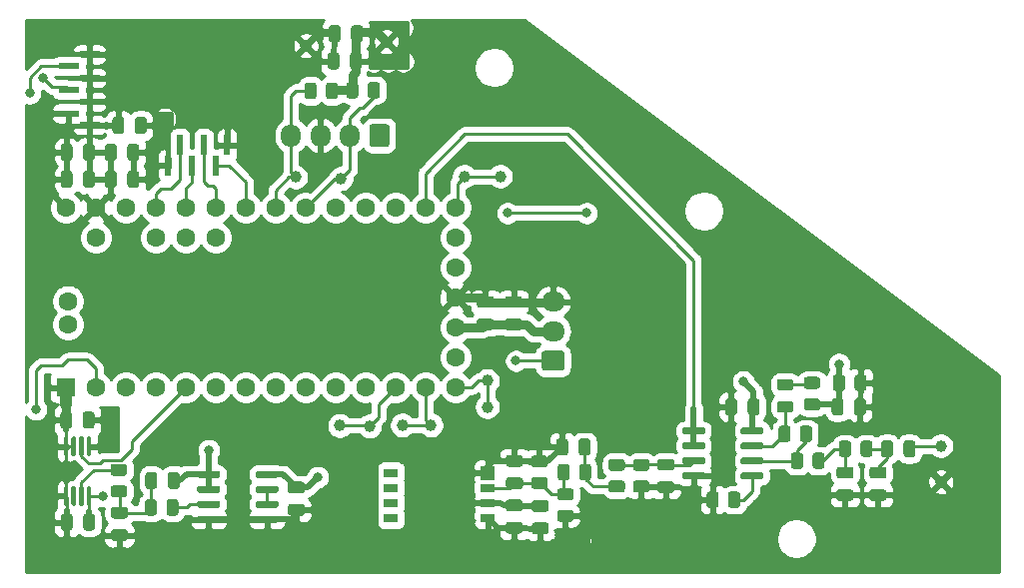
<source format=gbr>
%TF.GenerationSoftware,KiCad,Pcbnew,(5.1.10)-1*%
%TF.CreationDate,2022-10-29T14:49:15-06:00*%
%TF.ProjectId,MainBoard,4d61696e-426f-4617-9264-2e6b69636164,rev?*%
%TF.SameCoordinates,Original*%
%TF.FileFunction,Copper,L1,Top*%
%TF.FilePolarity,Positive*%
%FSLAX46Y46*%
G04 Gerber Fmt 4.6, Leading zero omitted, Abs format (unit mm)*
G04 Created by KiCad (PCBNEW (5.1.10)-1) date 2022-10-29 14:49:15*
%MOMM*%
%LPD*%
G01*
G04 APERTURE LIST*
%TA.AperFunction,SMDPad,CuDef*%
%ADD10R,1.750000X0.600000*%
%TD*%
%TA.AperFunction,ComponentPad*%
%ADD11O,1.950000X1.700000*%
%TD*%
%TA.AperFunction,ComponentPad*%
%ADD12O,1.700000X1.950000*%
%TD*%
%TA.AperFunction,SMDPad,CuDef*%
%ADD13R,0.600000X1.750000*%
%TD*%
%TA.AperFunction,SMDPad,CuDef*%
%ADD14C,1.000000*%
%TD*%
%TA.AperFunction,ComponentPad*%
%ADD15C,1.600000*%
%TD*%
%TA.AperFunction,ComponentPad*%
%ADD16R,1.600000X1.600000*%
%TD*%
%TA.AperFunction,SMDPad,CuDef*%
%ADD17R,1.200000X1.200000*%
%TD*%
%TA.AperFunction,SMDPad,CuDef*%
%ADD18R,1.200000X0.800001*%
%TD*%
%TA.AperFunction,ViaPad*%
%ADD19C,0.800000*%
%TD*%
%TA.AperFunction,Conductor*%
%ADD20C,0.750000*%
%TD*%
%TA.AperFunction,Conductor*%
%ADD21C,0.250000*%
%TD*%
%TA.AperFunction,Conductor*%
%ADD22C,0.500000*%
%TD*%
%TA.AperFunction,Conductor*%
%ADD23C,1.000000*%
%TD*%
%TA.AperFunction,Conductor*%
%ADD24C,0.254000*%
%TD*%
%TA.AperFunction,Conductor*%
%ADD25C,0.100000*%
%TD*%
G04 APERTURE END LIST*
%TO.P,U6,8*%
%TO.N,+5V*%
%TA.AperFunction,SMDPad,CuDef*%
G36*
G01*
X45543600Y-64793000D02*
X45543600Y-64493000D01*
G75*
G02*
X45693600Y-64343000I150000J0D01*
G01*
X47343600Y-64343000D01*
G75*
G02*
X47493600Y-64493000I0J-150000D01*
G01*
X47493600Y-64793000D01*
G75*
G02*
X47343600Y-64943000I-150000J0D01*
G01*
X45693600Y-64943000D01*
G75*
G02*
X45543600Y-64793000I0J150000D01*
G01*
G37*
%TD.AperFunction*%
%TO.P,U6,7*%
%TO.N,Net-(U6-Pad6)*%
%TA.AperFunction,SMDPad,CuDef*%
G36*
G01*
X45543600Y-66063000D02*
X45543600Y-65763000D01*
G75*
G02*
X45693600Y-65613000I150000J0D01*
G01*
X47343600Y-65613000D01*
G75*
G02*
X47493600Y-65763000I0J-150000D01*
G01*
X47493600Y-66063000D01*
G75*
G02*
X47343600Y-66213000I-150000J0D01*
G01*
X45693600Y-66213000D01*
G75*
G02*
X45543600Y-66063000I0J150000D01*
G01*
G37*
%TD.AperFunction*%
%TO.P,U6,6*%
%TA.AperFunction,SMDPad,CuDef*%
G36*
G01*
X45543600Y-67333000D02*
X45543600Y-67033000D01*
G75*
G02*
X45693600Y-66883000I150000J0D01*
G01*
X47343600Y-66883000D01*
G75*
G02*
X47493600Y-67033000I0J-150000D01*
G01*
X47493600Y-67333000D01*
G75*
G02*
X47343600Y-67483000I-150000J0D01*
G01*
X45693600Y-67483000D01*
G75*
G02*
X45543600Y-67333000I0J150000D01*
G01*
G37*
%TD.AperFunction*%
%TO.P,U6,5*%
%TO.N,GND*%
%TA.AperFunction,SMDPad,CuDef*%
G36*
G01*
X45543600Y-68603000D02*
X45543600Y-68303000D01*
G75*
G02*
X45693600Y-68153000I150000J0D01*
G01*
X47343600Y-68153000D01*
G75*
G02*
X47493600Y-68303000I0J-150000D01*
G01*
X47493600Y-68603000D01*
G75*
G02*
X47343600Y-68753000I-150000J0D01*
G01*
X45693600Y-68753000D01*
G75*
G02*
X45543600Y-68603000I0J150000D01*
G01*
G37*
%TD.AperFunction*%
%TO.P,U6,4*%
%TA.AperFunction,SMDPad,CuDef*%
G36*
G01*
X40593600Y-68603000D02*
X40593600Y-68303000D01*
G75*
G02*
X40743600Y-68153000I150000J0D01*
G01*
X42393600Y-68153000D01*
G75*
G02*
X42543600Y-68303000I0J-150000D01*
G01*
X42543600Y-68603000D01*
G75*
G02*
X42393600Y-68753000I-150000J0D01*
G01*
X40743600Y-68753000D01*
G75*
G02*
X40593600Y-68603000I0J150000D01*
G01*
G37*
%TD.AperFunction*%
%TO.P,U6,3*%
%TO.N,Net-(R15-Pad1)*%
%TA.AperFunction,SMDPad,CuDef*%
G36*
G01*
X40593600Y-67333000D02*
X40593600Y-67033000D01*
G75*
G02*
X40743600Y-66883000I150000J0D01*
G01*
X42393600Y-66883000D01*
G75*
G02*
X42543600Y-67033000I0J-150000D01*
G01*
X42543600Y-67333000D01*
G75*
G02*
X42393600Y-67483000I-150000J0D01*
G01*
X40743600Y-67483000D01*
G75*
G02*
X40593600Y-67333000I0J150000D01*
G01*
G37*
%TD.AperFunction*%
%TO.P,U6,2*%
%TO.N,/BiasSet/BIAS_SET_OUT*%
%TA.AperFunction,SMDPad,CuDef*%
G36*
G01*
X40593600Y-66063000D02*
X40593600Y-65763000D01*
G75*
G02*
X40743600Y-65613000I150000J0D01*
G01*
X42393600Y-65613000D01*
G75*
G02*
X42543600Y-65763000I0J-150000D01*
G01*
X42543600Y-66063000D01*
G75*
G02*
X42393600Y-66213000I-150000J0D01*
G01*
X40743600Y-66213000D01*
G75*
G02*
X40593600Y-66063000I0J150000D01*
G01*
G37*
%TD.AperFunction*%
%TO.P,U6,1*%
%TA.AperFunction,SMDPad,CuDef*%
G36*
G01*
X40593600Y-64793000D02*
X40593600Y-64493000D01*
G75*
G02*
X40743600Y-64343000I150000J0D01*
G01*
X42393600Y-64343000D01*
G75*
G02*
X42543600Y-64493000I0J-150000D01*
G01*
X42543600Y-64793000D01*
G75*
G02*
X42393600Y-64943000I-150000J0D01*
G01*
X40743600Y-64943000D01*
G75*
G02*
X40593600Y-64793000I0J150000D01*
G01*
G37*
%TD.AperFunction*%
%TD*%
%TO.P,C9,2*%
%TO.N,GND*%
%TA.AperFunction,SMDPad,CuDef*%
G36*
G01*
X97823000Y-65916000D02*
X98773000Y-65916000D01*
G75*
G02*
X99023000Y-66166000I0J-250000D01*
G01*
X99023000Y-66666000D01*
G75*
G02*
X98773000Y-66916000I-250000J0D01*
G01*
X97823000Y-66916000D01*
G75*
G02*
X97573000Y-66666000I0J250000D01*
G01*
X97573000Y-66166000D01*
G75*
G02*
X97823000Y-65916000I250000J0D01*
G01*
G37*
%TD.AperFunction*%
%TO.P,C9,1*%
%TO.N,Net-(C8-Pad1)*%
%TA.AperFunction,SMDPad,CuDef*%
G36*
G01*
X97823000Y-64016000D02*
X98773000Y-64016000D01*
G75*
G02*
X99023000Y-64266000I0J-250000D01*
G01*
X99023000Y-64766000D01*
G75*
G02*
X98773000Y-65016000I-250000J0D01*
G01*
X97823000Y-65016000D01*
G75*
G02*
X97573000Y-64766000I0J250000D01*
G01*
X97573000Y-64266000D01*
G75*
G02*
X97823000Y-64016000I250000J0D01*
G01*
G37*
%TD.AperFunction*%
%TD*%
%TO.P,R5,2*%
%TO.N,GND*%
%TA.AperFunction,SMDPad,CuDef*%
G36*
G01*
X84793500Y-66351999D02*
X84793500Y-67252001D01*
G75*
G02*
X84543501Y-67502000I-249999J0D01*
G01*
X84018499Y-67502000D01*
G75*
G02*
X83768500Y-67252001I0J249999D01*
G01*
X83768500Y-66351999D01*
G75*
G02*
X84018499Y-66102000I249999J0D01*
G01*
X84543501Y-66102000D01*
G75*
G02*
X84793500Y-66351999I0J-249999D01*
G01*
G37*
%TD.AperFunction*%
%TO.P,R5,1*%
%TO.N,Net-(R5-Pad1)*%
%TA.AperFunction,SMDPad,CuDef*%
G36*
G01*
X86618500Y-66351999D02*
X86618500Y-67252001D01*
G75*
G02*
X86368501Y-67502000I-249999J0D01*
G01*
X85843499Y-67502000D01*
G75*
G02*
X85593500Y-67252001I0J249999D01*
G01*
X85593500Y-66351999D01*
G75*
G02*
X85843499Y-66102000I249999J0D01*
G01*
X86368501Y-66102000D01*
G75*
G02*
X86618500Y-66351999I0J-249999D01*
G01*
G37*
%TD.AperFunction*%
%TD*%
%TO.P,R7,2*%
%TO.N,Net-(R4-Pad1)*%
%TA.AperFunction,SMDPad,CuDef*%
G36*
G01*
X91689500Y-61664001D02*
X91689500Y-60763999D01*
G75*
G02*
X91939499Y-60514000I249999J0D01*
G01*
X92464501Y-60514000D01*
G75*
G02*
X92714500Y-60763999I0J-249999D01*
G01*
X92714500Y-61664001D01*
G75*
G02*
X92464501Y-61914000I-249999J0D01*
G01*
X91939499Y-61914000D01*
G75*
G02*
X91689500Y-61664001I0J249999D01*
G01*
G37*
%TD.AperFunction*%
%TO.P,R7,1*%
%TO.N,Net-(D1-Pad2)*%
%TA.AperFunction,SMDPad,CuDef*%
G36*
G01*
X89864500Y-61664001D02*
X89864500Y-60763999D01*
G75*
G02*
X90114499Y-60514000I249999J0D01*
G01*
X90639501Y-60514000D01*
G75*
G02*
X90889500Y-60763999I0J-249999D01*
G01*
X90889500Y-61664001D01*
G75*
G02*
X90639501Y-61914000I-249999J0D01*
G01*
X90114499Y-61914000D01*
G75*
G02*
X89864500Y-61664001I0J249999D01*
G01*
G37*
%TD.AperFunction*%
%TD*%
%TO.P,C16,2*%
%TO.N,GND*%
%TA.AperFunction,SMDPad,CuDef*%
G36*
G01*
X70147200Y-67835400D02*
X69197200Y-67835400D01*
G75*
G02*
X68947200Y-67585400I0J250000D01*
G01*
X68947200Y-67085400D01*
G75*
G02*
X69197200Y-66835400I250000J0D01*
G01*
X70147200Y-66835400D01*
G75*
G02*
X70397200Y-67085400I0J-250000D01*
G01*
X70397200Y-67585400D01*
G75*
G02*
X70147200Y-67835400I-250000J0D01*
G01*
G37*
%TD.AperFunction*%
%TO.P,C16,1*%
%TO.N,+5V*%
%TA.AperFunction,SMDPad,CuDef*%
G36*
G01*
X70147200Y-69735400D02*
X69197200Y-69735400D01*
G75*
G02*
X68947200Y-69485400I0J250000D01*
G01*
X68947200Y-68985400D01*
G75*
G02*
X69197200Y-68735400I250000J0D01*
G01*
X70147200Y-68735400D01*
G75*
G02*
X70397200Y-68985400I0J-250000D01*
G01*
X70397200Y-69485400D01*
G75*
G02*
X70147200Y-69735400I-250000J0D01*
G01*
G37*
%TD.AperFunction*%
%TD*%
%TO.P,C6,2*%
%TO.N,GND*%
%TA.AperFunction,SMDPad,CuDef*%
G36*
G01*
X33774000Y-39149000D02*
X33774000Y-40099000D01*
G75*
G02*
X33524000Y-40349000I-250000J0D01*
G01*
X33024000Y-40349000D01*
G75*
G02*
X32774000Y-40099000I0J250000D01*
G01*
X32774000Y-39149000D01*
G75*
G02*
X33024000Y-38899000I250000J0D01*
G01*
X33524000Y-38899000D01*
G75*
G02*
X33774000Y-39149000I0J-250000D01*
G01*
G37*
%TD.AperFunction*%
%TO.P,C6,1*%
%TO.N,+3V3*%
%TA.AperFunction,SMDPad,CuDef*%
G36*
G01*
X35674000Y-39149000D02*
X35674000Y-40099000D01*
G75*
G02*
X35424000Y-40349000I-250000J0D01*
G01*
X34924000Y-40349000D01*
G75*
G02*
X34674000Y-40099000I0J250000D01*
G01*
X34674000Y-39149000D01*
G75*
G02*
X34924000Y-38899000I250000J0D01*
G01*
X35424000Y-38899000D01*
G75*
G02*
X35674000Y-39149000I0J-250000D01*
G01*
G37*
%TD.AperFunction*%
%TD*%
%TO.P,C11,2*%
%TO.N,GND*%
%TA.AperFunction,SMDPad,CuDef*%
G36*
G01*
X95029000Y-65916000D02*
X95979000Y-65916000D01*
G75*
G02*
X96229000Y-66166000I0J-250000D01*
G01*
X96229000Y-66666000D01*
G75*
G02*
X95979000Y-66916000I-250000J0D01*
G01*
X95029000Y-66916000D01*
G75*
G02*
X94779000Y-66666000I0J250000D01*
G01*
X94779000Y-66166000D01*
G75*
G02*
X95029000Y-65916000I250000J0D01*
G01*
G37*
%TD.AperFunction*%
%TO.P,C11,1*%
%TO.N,Net-(C11-Pad1)*%
%TA.AperFunction,SMDPad,CuDef*%
G36*
G01*
X95029000Y-64016000D02*
X95979000Y-64016000D01*
G75*
G02*
X96229000Y-64266000I0J-250000D01*
G01*
X96229000Y-64766000D01*
G75*
G02*
X95979000Y-65016000I-250000J0D01*
G01*
X95029000Y-65016000D01*
G75*
G02*
X94779000Y-64766000I0J250000D01*
G01*
X94779000Y-64266000D01*
G75*
G02*
X95029000Y-64016000I250000J0D01*
G01*
G37*
%TD.AperFunction*%
%TD*%
%TO.P,C2,2*%
%TO.N,GND*%
%TA.AperFunction,SMDPad,CuDef*%
G36*
G01*
X34414000Y-34577000D02*
X34414000Y-35527000D01*
G75*
G02*
X34164000Y-35777000I-250000J0D01*
G01*
X33664000Y-35777000D01*
G75*
G02*
X33414000Y-35527000I0J250000D01*
G01*
X33414000Y-34577000D01*
G75*
G02*
X33664000Y-34327000I250000J0D01*
G01*
X34164000Y-34327000D01*
G75*
G02*
X34414000Y-34577000I0J-250000D01*
G01*
G37*
%TD.AperFunction*%
%TO.P,C2,1*%
%TO.N,+3V3*%
%TA.AperFunction,SMDPad,CuDef*%
G36*
G01*
X36314000Y-34577000D02*
X36314000Y-35527000D01*
G75*
G02*
X36064000Y-35777000I-250000J0D01*
G01*
X35564000Y-35777000D01*
G75*
G02*
X35314000Y-35527000I0J250000D01*
G01*
X35314000Y-34577000D01*
G75*
G02*
X35564000Y-34327000I250000J0D01*
G01*
X36064000Y-34327000D01*
G75*
G02*
X36314000Y-34577000I0J-250000D01*
G01*
G37*
%TD.AperFunction*%
%TD*%
%TO.P,C24,2*%
%TO.N,GND*%
%TA.AperFunction,SMDPad,CuDef*%
G36*
G01*
X48521600Y-67165600D02*
X49471600Y-67165600D01*
G75*
G02*
X49721600Y-67415600I0J-250000D01*
G01*
X49721600Y-67915600D01*
G75*
G02*
X49471600Y-68165600I-250000J0D01*
G01*
X48521600Y-68165600D01*
G75*
G02*
X48271600Y-67915600I0J250000D01*
G01*
X48271600Y-67415600D01*
G75*
G02*
X48521600Y-67165600I250000J0D01*
G01*
G37*
%TD.AperFunction*%
%TO.P,C24,1*%
%TO.N,+5V*%
%TA.AperFunction,SMDPad,CuDef*%
G36*
G01*
X48521600Y-65265600D02*
X49471600Y-65265600D01*
G75*
G02*
X49721600Y-65515600I0J-250000D01*
G01*
X49721600Y-66015600D01*
G75*
G02*
X49471600Y-66265600I-250000J0D01*
G01*
X48521600Y-66265600D01*
G75*
G02*
X48271600Y-66015600I0J250000D01*
G01*
X48271600Y-65515600D01*
G75*
G02*
X48521600Y-65265600I250000J0D01*
G01*
G37*
%TD.AperFunction*%
%TD*%
%TO.P,C17,2*%
%TO.N,GND*%
%TA.AperFunction,SMDPad,CuDef*%
G36*
G01*
X67962800Y-64005000D02*
X67012800Y-64005000D01*
G75*
G02*
X66762800Y-63755000I0J250000D01*
G01*
X66762800Y-63255000D01*
G75*
G02*
X67012800Y-63005000I250000J0D01*
G01*
X67962800Y-63005000D01*
G75*
G02*
X68212800Y-63255000I0J-250000D01*
G01*
X68212800Y-63755000D01*
G75*
G02*
X67962800Y-64005000I-250000J0D01*
G01*
G37*
%TD.AperFunction*%
%TO.P,C17,1*%
%TO.N,Net-(C17-Pad1)*%
%TA.AperFunction,SMDPad,CuDef*%
G36*
G01*
X67962800Y-65905000D02*
X67012800Y-65905000D01*
G75*
G02*
X66762800Y-65655000I0J250000D01*
G01*
X66762800Y-65155000D01*
G75*
G02*
X67012800Y-64905000I250000J0D01*
G01*
X67962800Y-64905000D01*
G75*
G02*
X68212800Y-65155000I0J-250000D01*
G01*
X68212800Y-65655000D01*
G75*
G02*
X67962800Y-65905000I-250000J0D01*
G01*
G37*
%TD.AperFunction*%
%TD*%
%TO.P,C10,2*%
%TO.N,GND*%
%TA.AperFunction,SMDPad,CuDef*%
G36*
G01*
X86352000Y-58453000D02*
X86352000Y-59403000D01*
G75*
G02*
X86102000Y-59653000I-250000J0D01*
G01*
X85602000Y-59653000D01*
G75*
G02*
X85352000Y-59403000I0J250000D01*
G01*
X85352000Y-58453000D01*
G75*
G02*
X85602000Y-58203000I250000J0D01*
G01*
X86102000Y-58203000D01*
G75*
G02*
X86352000Y-58453000I0J-250000D01*
G01*
G37*
%TD.AperFunction*%
%TO.P,C10,1*%
%TO.N,+5V*%
%TA.AperFunction,SMDPad,CuDef*%
G36*
G01*
X88252000Y-58453000D02*
X88252000Y-59403000D01*
G75*
G02*
X88002000Y-59653000I-250000J0D01*
G01*
X87502000Y-59653000D01*
G75*
G02*
X87252000Y-59403000I0J250000D01*
G01*
X87252000Y-58453000D01*
G75*
G02*
X87502000Y-58203000I250000J0D01*
G01*
X88002000Y-58203000D01*
G75*
G02*
X88252000Y-58453000I0J-250000D01*
G01*
G37*
%TD.AperFunction*%
%TD*%
%TO.P,D1,2*%
%TO.N,Net-(D1-Pad2)*%
%TA.AperFunction,SMDPad,CuDef*%
G36*
G01*
X89967750Y-58440500D02*
X90880250Y-58440500D01*
G75*
G02*
X91124000Y-58684250I0J-243750D01*
G01*
X91124000Y-59171750D01*
G75*
G02*
X90880250Y-59415500I-243750J0D01*
G01*
X89967750Y-59415500D01*
G75*
G02*
X89724000Y-59171750I0J243750D01*
G01*
X89724000Y-58684250D01*
G75*
G02*
X89967750Y-58440500I243750J0D01*
G01*
G37*
%TD.AperFunction*%
%TO.P,D1,1*%
%TO.N,Net-(D1-Pad1)*%
%TA.AperFunction,SMDPad,CuDef*%
G36*
G01*
X89967750Y-56565500D02*
X90880250Y-56565500D01*
G75*
G02*
X91124000Y-56809250I0J-243750D01*
G01*
X91124000Y-57296750D01*
G75*
G02*
X90880250Y-57540500I-243750J0D01*
G01*
X89967750Y-57540500D01*
G75*
G02*
X89724000Y-57296750I0J243750D01*
G01*
X89724000Y-56809250D01*
G75*
G02*
X89967750Y-56565500I243750J0D01*
G01*
G37*
%TD.AperFunction*%
%TD*%
D10*
%TO.P,J1,6*%
%TO.N,/Teensy LC/CHG_STAT*%
X29718000Y-30036000D03*
%TO.P,J1,4*%
%TO.N,/BiasSet/BIAS_SET_OUT*%
X29718000Y-32036000D03*
%TO.P,J1,2*%
%TO.N,+5V*%
X29718000Y-34036000D03*
%TO.P,J1,7*%
%TO.N,GND*%
X31468000Y-29036000D03*
%TO.P,J1,5*%
X31468000Y-31036000D03*
%TO.P,J1,3*%
X31468000Y-33036000D03*
%TO.P,J1,1*%
X31468000Y-35036000D03*
%TD*%
%TO.P,C3,2*%
%TO.N,GND*%
%TA.AperFunction,SMDPad,CuDef*%
G36*
G01*
X30930000Y-37813000D02*
X30930000Y-36863000D01*
G75*
G02*
X31180000Y-36613000I250000J0D01*
G01*
X31680000Y-36613000D01*
G75*
G02*
X31930000Y-36863000I0J-250000D01*
G01*
X31930000Y-37813000D01*
G75*
G02*
X31680000Y-38063000I-250000J0D01*
G01*
X31180000Y-38063000D01*
G75*
G02*
X30930000Y-37813000I0J250000D01*
G01*
G37*
%TD.AperFunction*%
%TO.P,C3,1*%
%TO.N,+5V*%
%TA.AperFunction,SMDPad,CuDef*%
G36*
G01*
X29030000Y-37813000D02*
X29030000Y-36863000D01*
G75*
G02*
X29280000Y-36613000I250000J0D01*
G01*
X29780000Y-36613000D01*
G75*
G02*
X30030000Y-36863000I0J-250000D01*
G01*
X30030000Y-37813000D01*
G75*
G02*
X29780000Y-38063000I-250000J0D01*
G01*
X29280000Y-38063000D01*
G75*
G02*
X29030000Y-37813000I0J250000D01*
G01*
G37*
%TD.AperFunction*%
%TD*%
D11*
%TO.P,J4,3*%
%TO.N,GND*%
X70764400Y-50016400D03*
%TO.P,J4,2*%
%TO.N,+3V3*%
X70764400Y-52516400D03*
%TO.P,J4,1*%
%TO.N,/Environmental Sensors/GP1818MK_TX*%
%TA.AperFunction,ComponentPad*%
G36*
G01*
X71489400Y-55866400D02*
X70039400Y-55866400D01*
G75*
G02*
X69789400Y-55616400I0J250000D01*
G01*
X69789400Y-54416400D01*
G75*
G02*
X70039400Y-54166400I250000J0D01*
G01*
X71489400Y-54166400D01*
G75*
G02*
X71739400Y-54416400I0J-250000D01*
G01*
X71739400Y-55616400D01*
G75*
G02*
X71489400Y-55866400I-250000J0D01*
G01*
G37*
%TD.AperFunction*%
%TD*%
D12*
%TO.P,J5,4*%
%TO.N,/Environmental Sensors/SCL*%
X48543200Y-35915600D03*
%TO.P,J5,3*%
%TO.N,GND*%
X51043200Y-35915600D03*
%TO.P,J5,2*%
%TO.N,/Environmental Sensors/SDA*%
X53543200Y-35915600D03*
%TO.P,J5,1*%
%TO.N,+3V3*%
%TA.AperFunction,ComponentPad*%
G36*
G01*
X56893200Y-35190600D02*
X56893200Y-36640600D01*
G75*
G02*
X56643200Y-36890600I-250000J0D01*
G01*
X55443200Y-36890600D01*
G75*
G02*
X55193200Y-36640600I0J250000D01*
G01*
X55193200Y-35190600D01*
G75*
G02*
X55443200Y-34940600I250000J0D01*
G01*
X56643200Y-34940600D01*
G75*
G02*
X56893200Y-35190600I0J-250000D01*
G01*
G37*
%TD.AperFunction*%
%TD*%
%TO.P,C14,2*%
%TO.N,GND*%
%TA.AperFunction,SMDPad,CuDef*%
G36*
G01*
X67886600Y-50538000D02*
X66936600Y-50538000D01*
G75*
G02*
X66686600Y-50288000I0J250000D01*
G01*
X66686600Y-49788000D01*
G75*
G02*
X66936600Y-49538000I250000J0D01*
G01*
X67886600Y-49538000D01*
G75*
G02*
X68136600Y-49788000I0J-250000D01*
G01*
X68136600Y-50288000D01*
G75*
G02*
X67886600Y-50538000I-250000J0D01*
G01*
G37*
%TD.AperFunction*%
%TO.P,C14,1*%
%TO.N,+3V3*%
%TA.AperFunction,SMDPad,CuDef*%
G36*
G01*
X67886600Y-52438000D02*
X66936600Y-52438000D01*
G75*
G02*
X66686600Y-52188000I0J250000D01*
G01*
X66686600Y-51688000D01*
G75*
G02*
X66936600Y-51438000I250000J0D01*
G01*
X67886600Y-51438000D01*
G75*
G02*
X68136600Y-51688000I0J-250000D01*
G01*
X68136600Y-52188000D01*
G75*
G02*
X67886600Y-52438000I-250000J0D01*
G01*
G37*
%TD.AperFunction*%
%TD*%
%TO.P,C19,2*%
%TO.N,GND*%
%TA.AperFunction,SMDPad,CuDef*%
G36*
G01*
X72031400Y-61856600D02*
X72031400Y-62806600D01*
G75*
G02*
X71781400Y-63056600I-250000J0D01*
G01*
X71281400Y-63056600D01*
G75*
G02*
X71031400Y-62806600I0J250000D01*
G01*
X71031400Y-61856600D01*
G75*
G02*
X71281400Y-61606600I250000J0D01*
G01*
X71781400Y-61606600D01*
G75*
G02*
X72031400Y-61856600I0J-250000D01*
G01*
G37*
%TD.AperFunction*%
%TO.P,C19,1*%
%TO.N,/ADC Preprocessing/PRESSURE_SENSE_NS*%
%TA.AperFunction,SMDPad,CuDef*%
G36*
G01*
X73931400Y-61856600D02*
X73931400Y-62806600D01*
G75*
G02*
X73681400Y-63056600I-250000J0D01*
G01*
X73181400Y-63056600D01*
G75*
G02*
X72931400Y-62806600I0J250000D01*
G01*
X72931400Y-61856600D01*
G75*
G02*
X73181400Y-61606600I250000J0D01*
G01*
X73681400Y-61606600D01*
G75*
G02*
X73931400Y-61856600I0J-250000D01*
G01*
G37*
%TD.AperFunction*%
%TD*%
%TO.P,C22,2*%
%TO.N,GND*%
%TA.AperFunction,SMDPad,CuDef*%
G36*
G01*
X30040200Y-68232000D02*
X30040200Y-69182000D01*
G75*
G02*
X29790200Y-69432000I-250000J0D01*
G01*
X29290200Y-69432000D01*
G75*
G02*
X29040200Y-69182000I0J250000D01*
G01*
X29040200Y-68232000D01*
G75*
G02*
X29290200Y-67982000I250000J0D01*
G01*
X29790200Y-67982000D01*
G75*
G02*
X30040200Y-68232000I0J-250000D01*
G01*
G37*
%TD.AperFunction*%
%TO.P,C22,1*%
%TO.N,+5V*%
%TA.AperFunction,SMDPad,CuDef*%
G36*
G01*
X31940200Y-68232000D02*
X31940200Y-69182000D01*
G75*
G02*
X31690200Y-69432000I-250000J0D01*
G01*
X31190200Y-69432000D01*
G75*
G02*
X30940200Y-69182000I0J250000D01*
G01*
X30940200Y-68232000D01*
G75*
G02*
X31190200Y-67982000I250000J0D01*
G01*
X31690200Y-67982000D01*
G75*
G02*
X31940200Y-68232000I0J-250000D01*
G01*
G37*
%TD.AperFunction*%
%TD*%
%TO.P,C8,2*%
%TO.N,/ADC Preprocessing/SiPM_CATHODE*%
%TA.AperFunction,SMDPad,CuDef*%
G36*
G01*
X100460000Y-62959000D02*
X100460000Y-62009000D01*
G75*
G02*
X100710000Y-61759000I250000J0D01*
G01*
X101210000Y-61759000D01*
G75*
G02*
X101460000Y-62009000I0J-250000D01*
G01*
X101460000Y-62959000D01*
G75*
G02*
X101210000Y-63209000I-250000J0D01*
G01*
X100710000Y-63209000D01*
G75*
G02*
X100460000Y-62959000I0J250000D01*
G01*
G37*
%TD.AperFunction*%
%TO.P,C8,1*%
%TO.N,Net-(C8-Pad1)*%
%TA.AperFunction,SMDPad,CuDef*%
G36*
G01*
X98560000Y-62959000D02*
X98560000Y-62009000D01*
G75*
G02*
X98810000Y-61759000I250000J0D01*
G01*
X99310000Y-61759000D01*
G75*
G02*
X99560000Y-62009000I0J-250000D01*
G01*
X99560000Y-62959000D01*
G75*
G02*
X99310000Y-63209000I-250000J0D01*
G01*
X98810000Y-63209000D01*
G75*
G02*
X98560000Y-62959000I0J250000D01*
G01*
G37*
%TD.AperFunction*%
%TD*%
%TO.P,C13,1*%
%TO.N,/ADC Preprocessing/MUON_PULSE*%
%TA.AperFunction,SMDPad,CuDef*%
G36*
G01*
X94374000Y-59403000D02*
X94374000Y-58453000D01*
G75*
G02*
X94624000Y-58203000I250000J0D01*
G01*
X95124000Y-58203000D01*
G75*
G02*
X95374000Y-58453000I0J-250000D01*
G01*
X95374000Y-59403000D01*
G75*
G02*
X95124000Y-59653000I-250000J0D01*
G01*
X94624000Y-59653000D01*
G75*
G02*
X94374000Y-59403000I0J250000D01*
G01*
G37*
%TD.AperFunction*%
%TO.P,C13,2*%
%TO.N,GND*%
%TA.AperFunction,SMDPad,CuDef*%
G36*
G01*
X96274000Y-59403000D02*
X96274000Y-58453000D01*
G75*
G02*
X96524000Y-58203000I250000J0D01*
G01*
X97024000Y-58203000D01*
G75*
G02*
X97274000Y-58453000I0J-250000D01*
G01*
X97274000Y-59403000D01*
G75*
G02*
X97024000Y-59653000I-250000J0D01*
G01*
X96524000Y-59653000D01*
G75*
G02*
X96274000Y-59403000I0J250000D01*
G01*
G37*
%TD.AperFunction*%
%TD*%
%TO.P,C18,2*%
%TO.N,GND*%
%TA.AperFunction,SMDPad,CuDef*%
G36*
G01*
X52651200Y-29116000D02*
X52651200Y-30066000D01*
G75*
G02*
X52401200Y-30316000I-250000J0D01*
G01*
X51901200Y-30316000D01*
G75*
G02*
X51651200Y-30066000I0J250000D01*
G01*
X51651200Y-29116000D01*
G75*
G02*
X51901200Y-28866000I250000J0D01*
G01*
X52401200Y-28866000D01*
G75*
G02*
X52651200Y-29116000I0J-250000D01*
G01*
G37*
%TD.AperFunction*%
%TO.P,C18,1*%
%TO.N,+3V3*%
%TA.AperFunction,SMDPad,CuDef*%
G36*
G01*
X54551200Y-29116000D02*
X54551200Y-30066000D01*
G75*
G02*
X54301200Y-30316000I-250000J0D01*
G01*
X53801200Y-30316000D01*
G75*
G02*
X53551200Y-30066000I0J250000D01*
G01*
X53551200Y-29116000D01*
G75*
G02*
X53801200Y-28866000I250000J0D01*
G01*
X54301200Y-28866000D01*
G75*
G02*
X54551200Y-29116000I0J-250000D01*
G01*
G37*
%TD.AperFunction*%
%TD*%
%TO.P,R1,2*%
%TO.N,/Environmental Sensors/SDA*%
%TA.AperFunction,SMDPad,CuDef*%
G36*
G01*
X55058900Y-32530201D02*
X55058900Y-31630199D01*
G75*
G02*
X55308899Y-31380200I249999J0D01*
G01*
X55833901Y-31380200D01*
G75*
G02*
X56083900Y-31630199I0J-249999D01*
G01*
X56083900Y-32530201D01*
G75*
G02*
X55833901Y-32780200I-249999J0D01*
G01*
X55308899Y-32780200D01*
G75*
G02*
X55058900Y-32530201I0J249999D01*
G01*
G37*
%TD.AperFunction*%
%TO.P,R1,1*%
%TO.N,+3V3*%
%TA.AperFunction,SMDPad,CuDef*%
G36*
G01*
X53233900Y-32530201D02*
X53233900Y-31630199D01*
G75*
G02*
X53483899Y-31380200I249999J0D01*
G01*
X54008901Y-31380200D01*
G75*
G02*
X54258900Y-31630199I0J-249999D01*
G01*
X54258900Y-32530201D01*
G75*
G02*
X54008901Y-32780200I-249999J0D01*
G01*
X53483899Y-32780200D01*
G75*
G02*
X53233900Y-32530201I0J249999D01*
G01*
G37*
%TD.AperFunction*%
%TD*%
%TO.P,C15,2*%
%TO.N,GND*%
%TA.AperFunction,SMDPad,CuDef*%
G36*
G01*
X67937400Y-67784600D02*
X66987400Y-67784600D01*
G75*
G02*
X66737400Y-67534600I0J250000D01*
G01*
X66737400Y-67034600D01*
G75*
G02*
X66987400Y-66784600I250000J0D01*
G01*
X67937400Y-66784600D01*
G75*
G02*
X68187400Y-67034600I0J-250000D01*
G01*
X68187400Y-67534600D01*
G75*
G02*
X67937400Y-67784600I-250000J0D01*
G01*
G37*
%TD.AperFunction*%
%TO.P,C15,1*%
%TO.N,+5V*%
%TA.AperFunction,SMDPad,CuDef*%
G36*
G01*
X67937400Y-69684600D02*
X66987400Y-69684600D01*
G75*
G02*
X66737400Y-69434600I0J250000D01*
G01*
X66737400Y-68934600D01*
G75*
G02*
X66987400Y-68684600I250000J0D01*
G01*
X67937400Y-68684600D01*
G75*
G02*
X68187400Y-68934600I0J-250000D01*
G01*
X68187400Y-69434600D01*
G75*
G02*
X67937400Y-69684600I-250000J0D01*
G01*
G37*
%TD.AperFunction*%
%TD*%
%TO.P,C5,2*%
%TO.N,GND*%
%TA.AperFunction,SMDPad,CuDef*%
G36*
G01*
X65499000Y-50538000D02*
X64549000Y-50538000D01*
G75*
G02*
X64299000Y-50288000I0J250000D01*
G01*
X64299000Y-49788000D01*
G75*
G02*
X64549000Y-49538000I250000J0D01*
G01*
X65499000Y-49538000D01*
G75*
G02*
X65749000Y-49788000I0J-250000D01*
G01*
X65749000Y-50288000D01*
G75*
G02*
X65499000Y-50538000I-250000J0D01*
G01*
G37*
%TD.AperFunction*%
%TO.P,C5,1*%
%TO.N,+3V3*%
%TA.AperFunction,SMDPad,CuDef*%
G36*
G01*
X65499000Y-52438000D02*
X64549000Y-52438000D01*
G75*
G02*
X64299000Y-52188000I0J250000D01*
G01*
X64299000Y-51688000D01*
G75*
G02*
X64549000Y-51438000I250000J0D01*
G01*
X65499000Y-51438000D01*
G75*
G02*
X65749000Y-51688000I0J-250000D01*
G01*
X65749000Y-52188000D01*
G75*
G02*
X65499000Y-52438000I-250000J0D01*
G01*
G37*
%TD.AperFunction*%
%TD*%
%TO.P,C21,2*%
%TO.N,GND*%
%TA.AperFunction,SMDPad,CuDef*%
G36*
G01*
X29994400Y-59570600D02*
X29994400Y-60520600D01*
G75*
G02*
X29744400Y-60770600I-250000J0D01*
G01*
X29244400Y-60770600D01*
G75*
G02*
X28994400Y-60520600I0J250000D01*
G01*
X28994400Y-59570600D01*
G75*
G02*
X29244400Y-59320600I250000J0D01*
G01*
X29744400Y-59320600D01*
G75*
G02*
X29994400Y-59570600I0J-250000D01*
G01*
G37*
%TD.AperFunction*%
%TO.P,C21,1*%
%TO.N,+3V3*%
%TA.AperFunction,SMDPad,CuDef*%
G36*
G01*
X31894400Y-59570600D02*
X31894400Y-60520600D01*
G75*
G02*
X31644400Y-60770600I-250000J0D01*
G01*
X31144400Y-60770600D01*
G75*
G02*
X30894400Y-60520600I0J250000D01*
G01*
X30894400Y-59570600D01*
G75*
G02*
X31144400Y-59320600I250000J0D01*
G01*
X31644400Y-59320600D01*
G75*
G02*
X31894400Y-59570600I0J-250000D01*
G01*
G37*
%TD.AperFunction*%
%TD*%
%TO.P,C23,2*%
%TO.N,Net-(C23-Pad2)*%
%TA.AperFunction,SMDPad,CuDef*%
G36*
G01*
X34485600Y-68409400D02*
X33535600Y-68409400D01*
G75*
G02*
X33285600Y-68159400I0J250000D01*
G01*
X33285600Y-67659400D01*
G75*
G02*
X33535600Y-67409400I250000J0D01*
G01*
X34485600Y-67409400D01*
G75*
G02*
X34735600Y-67659400I0J-250000D01*
G01*
X34735600Y-68159400D01*
G75*
G02*
X34485600Y-68409400I-250000J0D01*
G01*
G37*
%TD.AperFunction*%
%TO.P,C23,1*%
%TO.N,GND*%
%TA.AperFunction,SMDPad,CuDef*%
G36*
G01*
X34485600Y-70309400D02*
X33535600Y-70309400D01*
G75*
G02*
X33285600Y-70059400I0J250000D01*
G01*
X33285600Y-69559400D01*
G75*
G02*
X33535600Y-69309400I250000J0D01*
G01*
X34485600Y-69309400D01*
G75*
G02*
X34735600Y-69559400I0J-250000D01*
G01*
X34735600Y-70059400D01*
G75*
G02*
X34485600Y-70309400I-250000J0D01*
G01*
G37*
%TD.AperFunction*%
%TD*%
%TO.P,C7,2*%
%TO.N,GND*%
%TA.AperFunction,SMDPad,CuDef*%
G36*
G01*
X33774000Y-36863000D02*
X33774000Y-37813000D01*
G75*
G02*
X33524000Y-38063000I-250000J0D01*
G01*
X33024000Y-38063000D01*
G75*
G02*
X32774000Y-37813000I0J250000D01*
G01*
X32774000Y-36863000D01*
G75*
G02*
X33024000Y-36613000I250000J0D01*
G01*
X33524000Y-36613000D01*
G75*
G02*
X33774000Y-36863000I0J-250000D01*
G01*
G37*
%TD.AperFunction*%
%TO.P,C7,1*%
%TO.N,+3V3*%
%TA.AperFunction,SMDPad,CuDef*%
G36*
G01*
X35674000Y-36863000D02*
X35674000Y-37813000D01*
G75*
G02*
X35424000Y-38063000I-250000J0D01*
G01*
X34924000Y-38063000D01*
G75*
G02*
X34674000Y-37813000I0J250000D01*
G01*
X34674000Y-36863000D01*
G75*
G02*
X34924000Y-36613000I250000J0D01*
G01*
X35424000Y-36613000D01*
G75*
G02*
X35674000Y-36863000I0J-250000D01*
G01*
G37*
%TD.AperFunction*%
%TD*%
%TO.P,C25,2*%
%TO.N,Net-(C23-Pad2)*%
%TA.AperFunction,SMDPad,CuDef*%
G36*
G01*
X37208000Y-64701400D02*
X37208000Y-65651400D01*
G75*
G02*
X36958000Y-65901400I-250000J0D01*
G01*
X36458000Y-65901400D01*
G75*
G02*
X36208000Y-65651400I0J250000D01*
G01*
X36208000Y-64701400D01*
G75*
G02*
X36458000Y-64451400I250000J0D01*
G01*
X36958000Y-64451400D01*
G75*
G02*
X37208000Y-64701400I0J-250000D01*
G01*
G37*
%TD.AperFunction*%
%TO.P,C25,1*%
%TO.N,/BiasSet/BIAS_SET_OUT*%
%TA.AperFunction,SMDPad,CuDef*%
G36*
G01*
X39108000Y-64701400D02*
X39108000Y-65651400D01*
G75*
G02*
X38858000Y-65901400I-250000J0D01*
G01*
X38358000Y-65901400D01*
G75*
G02*
X38108000Y-65651400I0J250000D01*
G01*
X38108000Y-64701400D01*
G75*
G02*
X38358000Y-64451400I250000J0D01*
G01*
X38858000Y-64451400D01*
G75*
G02*
X39108000Y-64701400I0J-250000D01*
G01*
G37*
%TD.AperFunction*%
%TD*%
%TO.P,C20,2*%
%TO.N,GND*%
%TA.AperFunction,SMDPad,CuDef*%
G36*
G01*
X52747800Y-26804600D02*
X52747800Y-27754600D01*
G75*
G02*
X52497800Y-28004600I-250000J0D01*
G01*
X51997800Y-28004600D01*
G75*
G02*
X51747800Y-27754600I0J250000D01*
G01*
X51747800Y-26804600D01*
G75*
G02*
X51997800Y-26554600I250000J0D01*
G01*
X52497800Y-26554600D01*
G75*
G02*
X52747800Y-26804600I0J-250000D01*
G01*
G37*
%TD.AperFunction*%
%TO.P,C20,1*%
%TO.N,+3V3*%
%TA.AperFunction,SMDPad,CuDef*%
G36*
G01*
X54647800Y-26804600D02*
X54647800Y-27754600D01*
G75*
G02*
X54397800Y-28004600I-250000J0D01*
G01*
X53897800Y-28004600D01*
G75*
G02*
X53647800Y-27754600I0J250000D01*
G01*
X53647800Y-26804600D01*
G75*
G02*
X53897800Y-26554600I250000J0D01*
G01*
X54397800Y-26554600D01*
G75*
G02*
X54647800Y-26804600I0J-250000D01*
G01*
G37*
%TD.AperFunction*%
%TD*%
D13*
%TO.P,J3,6*%
%TO.N,GND*%
X43140000Y-36717000D03*
%TO.P,J3,4*%
%TO.N,/Teensy LC/BTN3*%
X41140000Y-36717000D03*
%TO.P,J3,2*%
%TO.N,/Teensy LC/BTN1*%
X39140000Y-36717000D03*
%TO.P,J3,5*%
%TO.N,/Teensy LC/BTN4*%
X42140000Y-38467000D03*
%TO.P,J3,3*%
%TO.N,/Teensy LC/BTN2*%
X40140000Y-38467000D03*
%TO.P,J3,1*%
%TO.N,+3V3*%
X38140000Y-38467000D03*
%TD*%
%TO.P,C4,2*%
%TO.N,GND*%
%TA.AperFunction,SMDPad,CuDef*%
G36*
G01*
X30930000Y-40099000D02*
X30930000Y-39149000D01*
G75*
G02*
X31180000Y-38899000I250000J0D01*
G01*
X31680000Y-38899000D01*
G75*
G02*
X31930000Y-39149000I0J-250000D01*
G01*
X31930000Y-40099000D01*
G75*
G02*
X31680000Y-40349000I-250000J0D01*
G01*
X31180000Y-40349000D01*
G75*
G02*
X30930000Y-40099000I0J250000D01*
G01*
G37*
%TD.AperFunction*%
%TO.P,C4,1*%
%TO.N,+5V*%
%TA.AperFunction,SMDPad,CuDef*%
G36*
G01*
X29030000Y-40099000D02*
X29030000Y-39149000D01*
G75*
G02*
X29280000Y-38899000I250000J0D01*
G01*
X29780000Y-38899000D01*
G75*
G02*
X30030000Y-39149000I0J-250000D01*
G01*
X30030000Y-40099000D01*
G75*
G02*
X29780000Y-40349000I-250000J0D01*
G01*
X29280000Y-40349000D01*
G75*
G02*
X29030000Y-40099000I0J250000D01*
G01*
G37*
%TD.AperFunction*%
%TD*%
%TO.P,C12,2*%
%TO.N,GND*%
%TA.AperFunction,SMDPad,CuDef*%
G36*
G01*
X79839800Y-65230200D02*
X80789800Y-65230200D01*
G75*
G02*
X81039800Y-65480200I0J-250000D01*
G01*
X81039800Y-65980200D01*
G75*
G02*
X80789800Y-66230200I-250000J0D01*
G01*
X79839800Y-66230200D01*
G75*
G02*
X79589800Y-65980200I0J250000D01*
G01*
X79589800Y-65480200D01*
G75*
G02*
X79839800Y-65230200I250000J0D01*
G01*
G37*
%TD.AperFunction*%
%TO.P,C12,1*%
%TO.N,Net-(C12-Pad1)*%
%TA.AperFunction,SMDPad,CuDef*%
G36*
G01*
X79839800Y-63330200D02*
X80789800Y-63330200D01*
G75*
G02*
X81039800Y-63580200I0J-250000D01*
G01*
X81039800Y-64080200D01*
G75*
G02*
X80789800Y-64330200I-250000J0D01*
G01*
X79839800Y-64330200D01*
G75*
G02*
X79589800Y-64080200I0J250000D01*
G01*
X79589800Y-63580200D01*
G75*
G02*
X79839800Y-63330200I250000J0D01*
G01*
G37*
%TD.AperFunction*%
%TD*%
%TO.P,R2,2*%
%TO.N,/Environmental Sensors/SCL*%
%TA.AperFunction,SMDPad,CuDef*%
G36*
G01*
X50706700Y-31680999D02*
X50706700Y-32581001D01*
G75*
G02*
X50456701Y-32831000I-249999J0D01*
G01*
X49931699Y-32831000D01*
G75*
G02*
X49681700Y-32581001I0J249999D01*
G01*
X49681700Y-31680999D01*
G75*
G02*
X49931699Y-31431000I249999J0D01*
G01*
X50456701Y-31431000D01*
G75*
G02*
X50706700Y-31680999I0J-249999D01*
G01*
G37*
%TD.AperFunction*%
%TO.P,R2,1*%
%TO.N,+3V3*%
%TA.AperFunction,SMDPad,CuDef*%
G36*
G01*
X52531700Y-31680999D02*
X52531700Y-32581001D01*
G75*
G02*
X52281701Y-32831000I-249999J0D01*
G01*
X51756699Y-32831000D01*
G75*
G02*
X51506700Y-32581001I0J249999D01*
G01*
X51506700Y-31680999D01*
G75*
G02*
X51756699Y-31431000I249999J0D01*
G01*
X52281701Y-31431000D01*
G75*
G02*
X52531700Y-31680999I0J-249999D01*
G01*
G37*
%TD.AperFunction*%
%TD*%
%TO.P,R3,2*%
%TO.N,Net-(C8-Pad1)*%
%TA.AperFunction,SMDPad,CuDef*%
G36*
G01*
X96816500Y-62934001D02*
X96816500Y-62033999D01*
G75*
G02*
X97066499Y-61784000I249999J0D01*
G01*
X97591501Y-61784000D01*
G75*
G02*
X97841500Y-62033999I0J-249999D01*
G01*
X97841500Y-62934001D01*
G75*
G02*
X97591501Y-63184000I-249999J0D01*
G01*
X97066499Y-63184000D01*
G75*
G02*
X96816500Y-62934001I0J249999D01*
G01*
G37*
%TD.AperFunction*%
%TO.P,R3,1*%
%TO.N,Net-(C11-Pad1)*%
%TA.AperFunction,SMDPad,CuDef*%
G36*
G01*
X94991500Y-62934001D02*
X94991500Y-62033999D01*
G75*
G02*
X95241499Y-61784000I249999J0D01*
G01*
X95766501Y-61784000D01*
G75*
G02*
X96016500Y-62033999I0J-249999D01*
G01*
X96016500Y-62934001D01*
G75*
G02*
X95766501Y-63184000I-249999J0D01*
G01*
X95241499Y-63184000D01*
G75*
G02*
X94991500Y-62934001I0J249999D01*
G01*
G37*
%TD.AperFunction*%
%TD*%
%TO.P,R4,2*%
%TO.N,Net-(C11-Pad1)*%
%TA.AperFunction,SMDPad,CuDef*%
G36*
G01*
X92752500Y-63950001D02*
X92752500Y-63049999D01*
G75*
G02*
X93002499Y-62800000I249999J0D01*
G01*
X93527501Y-62800000D01*
G75*
G02*
X93777500Y-63049999I0J-249999D01*
G01*
X93777500Y-63950001D01*
G75*
G02*
X93527501Y-64200000I-249999J0D01*
G01*
X93002499Y-64200000D01*
G75*
G02*
X92752500Y-63950001I0J249999D01*
G01*
G37*
%TD.AperFunction*%
%TO.P,R4,1*%
%TO.N,Net-(R4-Pad1)*%
%TA.AperFunction,SMDPad,CuDef*%
G36*
G01*
X90927500Y-63950001D02*
X90927500Y-63049999D01*
G75*
G02*
X91177499Y-62800000I249999J0D01*
G01*
X91702501Y-62800000D01*
G75*
G02*
X91952500Y-63049999I0J-249999D01*
G01*
X91952500Y-63950001D01*
G75*
G02*
X91702501Y-64200000I-249999J0D01*
G01*
X91177499Y-64200000D01*
G75*
G02*
X90927500Y-63950001I0J249999D01*
G01*
G37*
%TD.AperFunction*%
%TD*%
%TO.P,R6,2*%
%TO.N,/ADC Preprocessing/PRESSURE_SENSE_NS*%
%TA.AperFunction,SMDPad,CuDef*%
G36*
G01*
X75699199Y-65171900D02*
X76599201Y-65171900D01*
G75*
G02*
X76849200Y-65421899I0J-249999D01*
G01*
X76849200Y-65946901D01*
G75*
G02*
X76599201Y-66196900I-249999J0D01*
G01*
X75699199Y-66196900D01*
G75*
G02*
X75449200Y-65946901I0J249999D01*
G01*
X75449200Y-65421899D01*
G75*
G02*
X75699199Y-65171900I249999J0D01*
G01*
G37*
%TD.AperFunction*%
%TO.P,R6,1*%
%TO.N,Net-(C12-Pad1)*%
%TA.AperFunction,SMDPad,CuDef*%
G36*
G01*
X75699199Y-63346900D02*
X76599201Y-63346900D01*
G75*
G02*
X76849200Y-63596899I0J-249999D01*
G01*
X76849200Y-64121901D01*
G75*
G02*
X76599201Y-64371900I-249999J0D01*
G01*
X75699199Y-64371900D01*
G75*
G02*
X75449200Y-64121901I0J249999D01*
G01*
X75449200Y-63596899D01*
G75*
G02*
X75699199Y-63346900I249999J0D01*
G01*
G37*
%TD.AperFunction*%
%TD*%
%TO.P,R14,2*%
%TO.N,Net-(R14-Pad2)*%
%TA.AperFunction,SMDPad,CuDef*%
G36*
G01*
X34409801Y-64778300D02*
X33509799Y-64778300D01*
G75*
G02*
X33259800Y-64528301I0J249999D01*
G01*
X33259800Y-64003299D01*
G75*
G02*
X33509799Y-63753300I249999J0D01*
G01*
X34409801Y-63753300D01*
G75*
G02*
X34659800Y-64003299I0J-249999D01*
G01*
X34659800Y-64528301D01*
G75*
G02*
X34409801Y-64778300I-249999J0D01*
G01*
G37*
%TD.AperFunction*%
%TO.P,R14,1*%
%TO.N,Net-(C23-Pad2)*%
%TA.AperFunction,SMDPad,CuDef*%
G36*
G01*
X34409801Y-66603300D02*
X33509799Y-66603300D01*
G75*
G02*
X33259800Y-66353301I0J249999D01*
G01*
X33259800Y-65828299D01*
G75*
G02*
X33509799Y-65578300I249999J0D01*
G01*
X34409801Y-65578300D01*
G75*
G02*
X34659800Y-65828299I0J-249999D01*
G01*
X34659800Y-66353301D01*
G75*
G02*
X34409801Y-66603300I-249999J0D01*
G01*
G37*
%TD.AperFunction*%
%TD*%
%TO.P,R15,2*%
%TO.N,Net-(C23-Pad2)*%
%TA.AperFunction,SMDPad,CuDef*%
G36*
G01*
X37190100Y-67012399D02*
X37190100Y-67912401D01*
G75*
G02*
X36940101Y-68162400I-249999J0D01*
G01*
X36415099Y-68162400D01*
G75*
G02*
X36165100Y-67912401I0J249999D01*
G01*
X36165100Y-67012399D01*
G75*
G02*
X36415099Y-66762400I249999J0D01*
G01*
X36940101Y-66762400D01*
G75*
G02*
X37190100Y-67012399I0J-249999D01*
G01*
G37*
%TD.AperFunction*%
%TO.P,R15,1*%
%TO.N,Net-(R15-Pad1)*%
%TA.AperFunction,SMDPad,CuDef*%
G36*
G01*
X39015100Y-67012399D02*
X39015100Y-67912401D01*
G75*
G02*
X38765101Y-68162400I-249999J0D01*
G01*
X38240099Y-68162400D01*
G75*
G02*
X37990100Y-67912401I0J249999D01*
G01*
X37990100Y-67012399D01*
G75*
G02*
X38240099Y-66762400I249999J0D01*
G01*
X38765101Y-66762400D01*
G75*
G02*
X39015100Y-67012399I0J-249999D01*
G01*
G37*
%TD.AperFunction*%
%TD*%
%TO.P,R12,2*%
%TO.N,GND*%
%TA.AperFunction,SMDPad,CuDef*%
G36*
G01*
X70046001Y-64065200D02*
X69145999Y-64065200D01*
G75*
G02*
X68896000Y-63815201I0J249999D01*
G01*
X68896000Y-63290199D01*
G75*
G02*
X69145999Y-63040200I249999J0D01*
G01*
X70046001Y-63040200D01*
G75*
G02*
X70296000Y-63290199I0J-249999D01*
G01*
X70296000Y-63815201D01*
G75*
G02*
X70046001Y-64065200I-249999J0D01*
G01*
G37*
%TD.AperFunction*%
%TO.P,R12,1*%
%TO.N,Net-(C17-Pad1)*%
%TA.AperFunction,SMDPad,CuDef*%
G36*
G01*
X70046001Y-65890200D02*
X69145999Y-65890200D01*
G75*
G02*
X68896000Y-65640201I0J249999D01*
G01*
X68896000Y-65115199D01*
G75*
G02*
X69145999Y-64865200I249999J0D01*
G01*
X70046001Y-64865200D01*
G75*
G02*
X70296000Y-65115199I0J-249999D01*
G01*
X70296000Y-65640201D01*
G75*
G02*
X70046001Y-65890200I-249999J0D01*
G01*
G37*
%TD.AperFunction*%
%TD*%
D14*
%TO.P,TP1,1*%
%TO.N,/Teensy LC/CS*%
X55219600Y-60553600D03*
%TD*%
%TO.P,R10,2*%
%TO.N,GND*%
%TA.AperFunction,SMDPad,CuDef*%
G36*
G01*
X96308500Y-57346001D02*
X96308500Y-56445999D01*
G75*
G02*
X96558499Y-56196000I249999J0D01*
G01*
X97083501Y-56196000D01*
G75*
G02*
X97333500Y-56445999I0J-249999D01*
G01*
X97333500Y-57346001D01*
G75*
G02*
X97083501Y-57596000I-249999J0D01*
G01*
X96558499Y-57596000D01*
G75*
G02*
X96308500Y-57346001I0J249999D01*
G01*
G37*
%TD.AperFunction*%
%TO.P,R10,1*%
%TO.N,/ADC Preprocessing/MUON_PULSE*%
%TA.AperFunction,SMDPad,CuDef*%
G36*
G01*
X94483500Y-57346001D02*
X94483500Y-56445999D01*
G75*
G02*
X94733499Y-56196000I249999J0D01*
G01*
X95258501Y-56196000D01*
G75*
G02*
X95508500Y-56445999I0J-249999D01*
G01*
X95508500Y-57346001D01*
G75*
G02*
X95258501Y-57596000I-249999J0D01*
G01*
X94733499Y-57596000D01*
G75*
G02*
X94483500Y-57346001I0J249999D01*
G01*
G37*
%TD.AperFunction*%
%TD*%
%TO.P,R11,2*%
%TO.N,Net-(C17-Pad1)*%
%TA.AperFunction,SMDPad,CuDef*%
G36*
G01*
X72255801Y-66857300D02*
X71355799Y-66857300D01*
G75*
G02*
X71105800Y-66607301I0J249999D01*
G01*
X71105800Y-66082299D01*
G75*
G02*
X71355799Y-65832300I249999J0D01*
G01*
X72255801Y-65832300D01*
G75*
G02*
X72505800Y-66082299I0J-249999D01*
G01*
X72505800Y-66607301D01*
G75*
G02*
X72255801Y-66857300I-249999J0D01*
G01*
G37*
%TD.AperFunction*%
%TO.P,R11,1*%
%TO.N,+5V*%
%TA.AperFunction,SMDPad,CuDef*%
G36*
G01*
X72255801Y-68682300D02*
X71355799Y-68682300D01*
G75*
G02*
X71105800Y-68432301I0J249999D01*
G01*
X71105800Y-67907299D01*
G75*
G02*
X71355799Y-67657300I249999J0D01*
G01*
X72255801Y-67657300D01*
G75*
G02*
X72505800Y-67907299I0J-249999D01*
G01*
X72505800Y-68432301D01*
G75*
G02*
X72255801Y-68682300I-249999J0D01*
G01*
G37*
%TD.AperFunction*%
%TD*%
%TO.P,TP3,1*%
%TO.N,/Teensy LC/DI*%
X65176400Y-58928000D03*
%TD*%
%TO.P,TP8,1*%
%TO.N,/Teensy LC/SCLK*%
X66294000Y-39370000D03*
%TD*%
%TO.P,TP4,1*%
%TO.N,/Teensy LC/SCLK*%
X63246000Y-39370000D03*
%TD*%
%TO.P,TP14,1*%
%TO.N,GND*%
X49809400Y-28295600D03*
%TD*%
%TO.P,TP13,1*%
%TO.N,+3V3*%
X56616600Y-27965400D03*
%TD*%
%TO.P,TP15,1*%
%TO.N,/Environmental Sensors/SDA*%
X52781200Y-39547800D03*
%TD*%
%TO.P,TP2,1*%
%TO.N,/Teensy LC/DO*%
X60401200Y-60477400D03*
%TD*%
%TO.P,TP7,1*%
%TO.N,/Teensy LC/DI*%
X65176400Y-56692800D03*
%TD*%
%TO.P,R8,2*%
%TO.N,GND*%
%TA.AperFunction,SMDPad,CuDef*%
G36*
G01*
X77781999Y-65171900D02*
X78682001Y-65171900D01*
G75*
G02*
X78932000Y-65421899I0J-249999D01*
G01*
X78932000Y-65946901D01*
G75*
G02*
X78682001Y-66196900I-249999J0D01*
G01*
X77781999Y-66196900D01*
G75*
G02*
X77532000Y-65946901I0J249999D01*
G01*
X77532000Y-65421899D01*
G75*
G02*
X77781999Y-65171900I249999J0D01*
G01*
G37*
%TD.AperFunction*%
%TO.P,R8,1*%
%TO.N,Net-(C12-Pad1)*%
%TA.AperFunction,SMDPad,CuDef*%
G36*
G01*
X77781999Y-63346900D02*
X78682001Y-63346900D01*
G75*
G02*
X78932000Y-63596899I0J-249999D01*
G01*
X78932000Y-64121901D01*
G75*
G02*
X78682001Y-64371900I-249999J0D01*
G01*
X77781999Y-64371900D01*
G75*
G02*
X77532000Y-64121901I0J249999D01*
G01*
X77532000Y-63596899D01*
G75*
G02*
X77781999Y-63346900I249999J0D01*
G01*
G37*
%TD.AperFunction*%
%TD*%
%TO.P,TP16,1*%
%TO.N,/Environmental Sensors/SCL*%
X48920400Y-39420800D03*
%TD*%
%TO.P,R13,2*%
%TO.N,Net-(C17-Pad1)*%
%TA.AperFunction,SMDPad,CuDef*%
G36*
G01*
X72165900Y-64015199D02*
X72165900Y-64915201D01*
G75*
G02*
X71915901Y-65165200I-249999J0D01*
G01*
X71390899Y-65165200D01*
G75*
G02*
X71140900Y-64915201I0J249999D01*
G01*
X71140900Y-64015199D01*
G75*
G02*
X71390899Y-63765200I249999J0D01*
G01*
X71915901Y-63765200D01*
G75*
G02*
X72165900Y-64015199I0J-249999D01*
G01*
G37*
%TD.AperFunction*%
%TO.P,R13,1*%
%TO.N,/ADC Preprocessing/PRESSURE_SENSE_NS*%
%TA.AperFunction,SMDPad,CuDef*%
G36*
G01*
X73990900Y-64015199D02*
X73990900Y-64915201D01*
G75*
G02*
X73740901Y-65165200I-249999J0D01*
G01*
X73215899Y-65165200D01*
G75*
G02*
X72965900Y-64915201I0J249999D01*
G01*
X72965900Y-64015199D01*
G75*
G02*
X73215899Y-63765200I249999J0D01*
G01*
X73740901Y-63765200D01*
G75*
G02*
X73990900Y-64015199I0J-249999D01*
G01*
G37*
%TD.AperFunction*%
%TD*%
D15*
%TO.P,U1,39*%
%TO.N,Net-(U1-Pad39)*%
X29641800Y-51943000D03*
%TO.P,U1,40*%
%TO.N,Net-(U1-Pad40)*%
X29641800Y-49961800D03*
D16*
%TO.P,U1,1*%
%TO.N,GND*%
X29464000Y-57277000D03*
D15*
%TO.P,U1,2*%
%TO.N,/Environmental Sensors/GP1818MK_TX*%
X32004000Y-57277000D03*
%TO.P,U1,3*%
%TO.N,Net-(U1-Pad3)*%
X34544000Y-57277000D03*
%TO.P,U1,4*%
%TO.N,/Teensy LC/CHG_STAT*%
X37084000Y-57277000D03*
%TO.P,U1,5*%
%TO.N,/BiasSet/BIAS_SET_IN*%
X39624000Y-57277000D03*
%TO.P,U1,6*%
%TO.N,Net-(U1-Pad6)*%
X42164000Y-57277000D03*
%TO.P,U1,7*%
%TO.N,Net-(U1-Pad7)*%
X44704000Y-57277000D03*
%TO.P,U1,8*%
%TO.N,Net-(U1-Pad8)*%
X47244000Y-57277000D03*
%TO.P,U1,9*%
%TO.N,Net-(U1-Pad9)*%
X49784000Y-57277000D03*
%TO.P,U1,10*%
%TO.N,Net-(U1-Pad10)*%
X52324000Y-57277000D03*
%TO.P,U1,11*%
%TO.N,Net-(U1-Pad11)*%
X54864000Y-57277000D03*
%TO.P,U1,12*%
%TO.N,/Teensy LC/CS*%
X57404000Y-57277000D03*
%TO.P,U1,13*%
%TO.N,/Teensy LC/DO*%
X59944000Y-57277000D03*
%TO.P,U1,37*%
%TO.N,Net-(U1-Pad37)*%
X42164000Y-44577000D03*
%TO.P,U1,36*%
%TO.N,Net-(U1-Pad36)*%
X39624000Y-44577000D03*
%TO.P,U1,35*%
%TO.N,Net-(U1-Pad35)*%
X37084000Y-44577000D03*
%TO.P,U1,34*%
%TO.N,Net-(U1-Pad34)*%
X32004000Y-44577000D03*
%TO.P,U1,33*%
%TO.N,+5V*%
X29464000Y-42037000D03*
%TO.P,U1,32*%
%TO.N,GND*%
X32004000Y-42037000D03*
%TO.P,U1,31*%
%TO.N,+3V3*%
X34544000Y-42037000D03*
%TO.P,U1,30*%
%TO.N,/Teensy LC/BTN1*%
X37084000Y-42037000D03*
%TO.P,U1,29*%
%TO.N,/Teensy LC/BTN2*%
X39624000Y-42037000D03*
%TO.P,U1,28*%
%TO.N,/Teensy LC/BTN3*%
X42164000Y-42037000D03*
%TO.P,U1,27*%
%TO.N,/Teensy LC/BTN4*%
X44704000Y-42037000D03*
%TO.P,U1,26*%
%TO.N,/Environmental Sensors/SCL*%
X47244000Y-42037000D03*
%TO.P,U1,25*%
%TO.N,/Environmental Sensors/SDA*%
X49784000Y-42037000D03*
%TO.P,U1,24*%
%TO.N,Net-(U1-Pad24)*%
X52324000Y-42037000D03*
%TO.P,U1,23*%
%TO.N,Net-(U1-Pad23)*%
X54864000Y-42037000D03*
%TO.P,U1,22*%
%TO.N,/ADC Preprocessing/MUON_PULSE*%
X57404000Y-42037000D03*
%TO.P,U1,21*%
%TO.N,/ADC Preprocessing/PRESSURE_SENSE*%
X59944000Y-42037000D03*
%TO.P,U1,14*%
%TO.N,/Teensy LC/DI*%
X62484000Y-57277000D03*
%TO.P,U1,15*%
%TO.N,Net-(U1-Pad15)*%
X62484000Y-54737000D03*
%TO.P,U1,16*%
%TO.N,+3V3*%
X62484000Y-52197000D03*
%TO.P,U1,20*%
%TO.N,/Teensy LC/SCLK*%
X62484000Y-42037000D03*
%TO.P,U1,19*%
%TO.N,Net-(U1-Pad19)*%
X62484000Y-44577000D03*
%TO.P,U1,18*%
%TO.N,Net-(U1-Pad18)*%
X62484000Y-47117000D03*
%TO.P,U1,17*%
%TO.N,GND*%
X62484000Y-49657000D03*
%TD*%
%TO.P,R9,2*%
%TO.N,Net-(D1-Pad1)*%
%TA.AperFunction,SMDPad,CuDef*%
G36*
G01*
X93160001Y-57408500D02*
X92259999Y-57408500D01*
G75*
G02*
X92010000Y-57158501I0J249999D01*
G01*
X92010000Y-56633499D01*
G75*
G02*
X92259999Y-56383500I249999J0D01*
G01*
X93160001Y-56383500D01*
G75*
G02*
X93410000Y-56633499I0J-249999D01*
G01*
X93410000Y-57158501D01*
G75*
G02*
X93160001Y-57408500I-249999J0D01*
G01*
G37*
%TD.AperFunction*%
%TO.P,R9,1*%
%TO.N,/ADC Preprocessing/MUON_PULSE*%
%TA.AperFunction,SMDPad,CuDef*%
G36*
G01*
X93160001Y-59233500D02*
X92259999Y-59233500D01*
G75*
G02*
X92010000Y-58983501I0J249999D01*
G01*
X92010000Y-58458499D01*
G75*
G02*
X92259999Y-58208500I249999J0D01*
G01*
X93160001Y-58208500D01*
G75*
G02*
X93410000Y-58458499I0J-249999D01*
G01*
X93410000Y-58983501D01*
G75*
G02*
X93160001Y-59233500I-249999J0D01*
G01*
G37*
%TD.AperFunction*%
%TD*%
D14*
%TO.P,TP6,1*%
%TO.N,/Teensy LC/DO*%
X57988200Y-60477400D03*
%TD*%
%TO.P,TP5,1*%
%TO.N,/Teensy LC/CS*%
X52679600Y-60502800D03*
%TD*%
%TO.P,U5,8*%
%TO.N,+5V*%
%TA.AperFunction,SMDPad,CuDef*%
G36*
G01*
X31334800Y-65684700D02*
X31534800Y-65684700D01*
G75*
G02*
X31634800Y-65784700I0J-100000D01*
G01*
X31634800Y-67209700D01*
G75*
G02*
X31534800Y-67309700I-100000J0D01*
G01*
X31334800Y-67309700D01*
G75*
G02*
X31234800Y-67209700I0J100000D01*
G01*
X31234800Y-65784700D01*
G75*
G02*
X31334800Y-65684700I100000J0D01*
G01*
G37*
%TD.AperFunction*%
%TO.P,U5,7*%
%TO.N,Net-(R14-Pad2)*%
%TA.AperFunction,SMDPad,CuDef*%
G36*
G01*
X30684800Y-65684700D02*
X30884800Y-65684700D01*
G75*
G02*
X30984800Y-65784700I0J-100000D01*
G01*
X30984800Y-67209700D01*
G75*
G02*
X30884800Y-67309700I-100000J0D01*
G01*
X30684800Y-67309700D01*
G75*
G02*
X30584800Y-67209700I0J100000D01*
G01*
X30584800Y-65784700D01*
G75*
G02*
X30684800Y-65684700I100000J0D01*
G01*
G37*
%TD.AperFunction*%
%TO.P,U5,6*%
%TO.N,Net-(U5-Pad6)*%
%TA.AperFunction,SMDPad,CuDef*%
G36*
G01*
X30034800Y-65684700D02*
X30234800Y-65684700D01*
G75*
G02*
X30334800Y-65784700I0J-100000D01*
G01*
X30334800Y-67209700D01*
G75*
G02*
X30234800Y-67309700I-100000J0D01*
G01*
X30034800Y-67309700D01*
G75*
G02*
X29934800Y-67209700I0J100000D01*
G01*
X29934800Y-65784700D01*
G75*
G02*
X30034800Y-65684700I100000J0D01*
G01*
G37*
%TD.AperFunction*%
%TO.P,U5,5*%
%TO.N,GND*%
%TA.AperFunction,SMDPad,CuDef*%
G36*
G01*
X29384800Y-65684700D02*
X29584800Y-65684700D01*
G75*
G02*
X29684800Y-65784700I0J-100000D01*
G01*
X29684800Y-67209700D01*
G75*
G02*
X29584800Y-67309700I-100000J0D01*
G01*
X29384800Y-67309700D01*
G75*
G02*
X29284800Y-67209700I0J100000D01*
G01*
X29284800Y-65784700D01*
G75*
G02*
X29384800Y-65684700I100000J0D01*
G01*
G37*
%TD.AperFunction*%
%TO.P,U5,4*%
%TA.AperFunction,SMDPad,CuDef*%
G36*
G01*
X29384800Y-61459700D02*
X29584800Y-61459700D01*
G75*
G02*
X29684800Y-61559700I0J-100000D01*
G01*
X29684800Y-62984700D01*
G75*
G02*
X29584800Y-63084700I-100000J0D01*
G01*
X29384800Y-63084700D01*
G75*
G02*
X29284800Y-62984700I0J100000D01*
G01*
X29284800Y-61559700D01*
G75*
G02*
X29384800Y-61459700I100000J0D01*
G01*
G37*
%TD.AperFunction*%
%TO.P,U5,3*%
%TA.AperFunction,SMDPad,CuDef*%
G36*
G01*
X30034800Y-61459700D02*
X30234800Y-61459700D01*
G75*
G02*
X30334800Y-61559700I0J-100000D01*
G01*
X30334800Y-62984700D01*
G75*
G02*
X30234800Y-63084700I-100000J0D01*
G01*
X30034800Y-63084700D01*
G75*
G02*
X29934800Y-62984700I0J100000D01*
G01*
X29934800Y-61559700D01*
G75*
G02*
X30034800Y-61459700I100000J0D01*
G01*
G37*
%TD.AperFunction*%
%TO.P,U5,2*%
%TO.N,/BiasSet/BIAS_SET_IN*%
%TA.AperFunction,SMDPad,CuDef*%
G36*
G01*
X30684800Y-61459700D02*
X30884800Y-61459700D01*
G75*
G02*
X30984800Y-61559700I0J-100000D01*
G01*
X30984800Y-62984700D01*
G75*
G02*
X30884800Y-63084700I-100000J0D01*
G01*
X30684800Y-63084700D01*
G75*
G02*
X30584800Y-62984700I0J100000D01*
G01*
X30584800Y-61559700D01*
G75*
G02*
X30684800Y-61459700I100000J0D01*
G01*
G37*
%TD.AperFunction*%
%TO.P,U5,1*%
%TO.N,+3V3*%
%TA.AperFunction,SMDPad,CuDef*%
G36*
G01*
X31334800Y-61459700D02*
X31534800Y-61459700D01*
G75*
G02*
X31634800Y-61559700I0J-100000D01*
G01*
X31634800Y-62984700D01*
G75*
G02*
X31534800Y-63084700I-100000J0D01*
G01*
X31334800Y-63084700D01*
G75*
G02*
X31234800Y-62984700I0J100000D01*
G01*
X31234800Y-61559700D01*
G75*
G02*
X31334800Y-61459700I100000J0D01*
G01*
G37*
%TD.AperFunction*%
%TD*%
%TO.P,U2,8*%
%TO.N,+5V*%
%TA.AperFunction,SMDPad,CuDef*%
G36*
G01*
X86655000Y-61110000D02*
X86655000Y-60810000D01*
G75*
G02*
X86805000Y-60660000I150000J0D01*
G01*
X88455000Y-60660000D01*
G75*
G02*
X88605000Y-60810000I0J-150000D01*
G01*
X88605000Y-61110000D01*
G75*
G02*
X88455000Y-61260000I-150000J0D01*
G01*
X86805000Y-61260000D01*
G75*
G02*
X86655000Y-61110000I0J150000D01*
G01*
G37*
%TD.AperFunction*%
%TO.P,U2,7*%
%TO.N,Net-(D1-Pad2)*%
%TA.AperFunction,SMDPad,CuDef*%
G36*
G01*
X86655000Y-62380000D02*
X86655000Y-62080000D01*
G75*
G02*
X86805000Y-61930000I150000J0D01*
G01*
X88455000Y-61930000D01*
G75*
G02*
X88605000Y-62080000I0J-150000D01*
G01*
X88605000Y-62380000D01*
G75*
G02*
X88455000Y-62530000I-150000J0D01*
G01*
X86805000Y-62530000D01*
G75*
G02*
X86655000Y-62380000I0J150000D01*
G01*
G37*
%TD.AperFunction*%
%TO.P,U2,6*%
%TO.N,Net-(R4-Pad1)*%
%TA.AperFunction,SMDPad,CuDef*%
G36*
G01*
X86655000Y-63650000D02*
X86655000Y-63350000D01*
G75*
G02*
X86805000Y-63200000I150000J0D01*
G01*
X88455000Y-63200000D01*
G75*
G02*
X88605000Y-63350000I0J-150000D01*
G01*
X88605000Y-63650000D01*
G75*
G02*
X88455000Y-63800000I-150000J0D01*
G01*
X86805000Y-63800000D01*
G75*
G02*
X86655000Y-63650000I0J150000D01*
G01*
G37*
%TD.AperFunction*%
%TO.P,U2,5*%
%TO.N,Net-(R5-Pad1)*%
%TA.AperFunction,SMDPad,CuDef*%
G36*
G01*
X86655000Y-64920000D02*
X86655000Y-64620000D01*
G75*
G02*
X86805000Y-64470000I150000J0D01*
G01*
X88455000Y-64470000D01*
G75*
G02*
X88605000Y-64620000I0J-150000D01*
G01*
X88605000Y-64920000D01*
G75*
G02*
X88455000Y-65070000I-150000J0D01*
G01*
X86805000Y-65070000D01*
G75*
G02*
X86655000Y-64920000I0J150000D01*
G01*
G37*
%TD.AperFunction*%
%TO.P,U2,4*%
%TO.N,GND*%
%TA.AperFunction,SMDPad,CuDef*%
G36*
G01*
X81705000Y-64920000D02*
X81705000Y-64620000D01*
G75*
G02*
X81855000Y-64470000I150000J0D01*
G01*
X83505000Y-64470000D01*
G75*
G02*
X83655000Y-64620000I0J-150000D01*
G01*
X83655000Y-64920000D01*
G75*
G02*
X83505000Y-65070000I-150000J0D01*
G01*
X81855000Y-65070000D01*
G75*
G02*
X81705000Y-64920000I0J150000D01*
G01*
G37*
%TD.AperFunction*%
%TO.P,U2,3*%
%TO.N,Net-(C12-Pad1)*%
%TA.AperFunction,SMDPad,CuDef*%
G36*
G01*
X81705000Y-63650000D02*
X81705000Y-63350000D01*
G75*
G02*
X81855000Y-63200000I150000J0D01*
G01*
X83505000Y-63200000D01*
G75*
G02*
X83655000Y-63350000I0J-150000D01*
G01*
X83655000Y-63650000D01*
G75*
G02*
X83505000Y-63800000I-150000J0D01*
G01*
X81855000Y-63800000D01*
G75*
G02*
X81705000Y-63650000I0J150000D01*
G01*
G37*
%TD.AperFunction*%
%TO.P,U2,2*%
%TO.N,/ADC Preprocessing/PRESSURE_SENSE*%
%TA.AperFunction,SMDPad,CuDef*%
G36*
G01*
X81705000Y-62380000D02*
X81705000Y-62080000D01*
G75*
G02*
X81855000Y-61930000I150000J0D01*
G01*
X83505000Y-61930000D01*
G75*
G02*
X83655000Y-62080000I0J-150000D01*
G01*
X83655000Y-62380000D01*
G75*
G02*
X83505000Y-62530000I-150000J0D01*
G01*
X81855000Y-62530000D01*
G75*
G02*
X81705000Y-62380000I0J150000D01*
G01*
G37*
%TD.AperFunction*%
%TO.P,U2,1*%
%TA.AperFunction,SMDPad,CuDef*%
G36*
G01*
X81705000Y-61110000D02*
X81705000Y-60810000D01*
G75*
G02*
X81855000Y-60660000I150000J0D01*
G01*
X83505000Y-60660000D01*
G75*
G02*
X83655000Y-60810000I0J-150000D01*
G01*
X83655000Y-61110000D01*
G75*
G02*
X83505000Y-61260000I-150000J0D01*
G01*
X81855000Y-61260000D01*
G75*
G02*
X81705000Y-61110000I0J150000D01*
G01*
G37*
%TD.AperFunction*%
%TD*%
%TO.P,TP18,1*%
%TO.N,GND*%
X103632000Y-65280000D03*
%TD*%
%TO.P,TP17,1*%
%TO.N,/ADC Preprocessing/SiPM_CATHODE*%
X103632000Y-62230000D03*
%TD*%
D17*
%TO.P,U3,8*%
%TO.N,GND*%
X65212399Y-64516000D03*
D18*
%TO.P,U3,7*%
%TO.N,Net-(C17-Pad1)*%
X65212399Y-65786000D03*
%TO.P,U3,6*%
%TO.N,GND*%
X65212399Y-67056000D03*
%TO.P,U3,5*%
%TO.N,+5V*%
X65212399Y-68381499D03*
%TO.P,U3,4*%
%TO.N,Net-(U3-Pad4)*%
X57012401Y-68381499D03*
%TO.P,U3,3*%
%TO.N,Net-(U3-Pad3)*%
X57012401Y-67056000D03*
%TO.P,U3,2*%
%TO.N,Net-(U3-Pad2)*%
X57012401Y-65786000D03*
%TO.P,U3,1*%
%TO.N,Net-(U3-Pad1)*%
X57012401Y-64516000D03*
%TD*%
D19*
%TO.N,GND*%
X33655000Y-29210000D03*
X33655000Y-31115000D03*
X33655000Y-33020000D03*
X43140000Y-34863400D03*
X105714800Y-64922400D03*
X107569000Y-64922400D03*
X106578400Y-66040000D03*
X107670600Y-67360800D03*
X100660200Y-66421000D03*
X102235000Y-67640200D03*
X104775000Y-67640200D03*
%TO.N,+3V3*%
X57962800Y-26771600D03*
X58039000Y-29616400D03*
X55549800Y-29616400D03*
X56769000Y-29616400D03*
X37871400Y-34518600D03*
X36804600Y-36830000D03*
X37439600Y-35737800D03*
X36728400Y-38455600D03*
X33197800Y-59334400D03*
X33147000Y-60426600D03*
X33121600Y-61544200D03*
%TO.N,/ADC Preprocessing/MUON_PULSE*%
X94996000Y-55295800D03*
X73609200Y-42494200D03*
X66903600Y-42494200D03*
%TO.N,/BiasSet/BIAS_SET_OUT*%
X41568600Y-62596800D03*
X27559000Y-31064200D03*
%TO.N,/Teensy LC/CHG_STAT*%
X26416000Y-32334200D03*
%TO.N,/Environmental Sensors/GP1818MK_TX*%
X67614800Y-55016400D03*
X26924000Y-59156600D03*
%TO.N,+5V*%
X86868000Y-56769000D03*
X66040000Y-71983600D03*
X68122800Y-71018400D03*
X69900800Y-72263000D03*
X71221600Y-70789800D03*
X72491600Y-72136000D03*
X73050400Y-70256400D03*
X50825400Y-64871600D03*
X32588200Y-66497200D03*
X64846200Y-70561200D03*
%TD*%
D20*
%TO.N,GND*%
X64643000Y-49657000D02*
X65024000Y-50038000D01*
X62484000Y-49657000D02*
X64643000Y-49657000D01*
X67411600Y-50038000D02*
X65024000Y-50038000D01*
X70742800Y-50038000D02*
X70764400Y-50016400D01*
X67411600Y-50038000D02*
X70742800Y-50038000D01*
D21*
X43140000Y-36717000D02*
X43140000Y-36307400D01*
X43140000Y-36717000D02*
X43140000Y-36180400D01*
X43140000Y-36717000D02*
X43140000Y-34863400D01*
X43140000Y-34863400D02*
X43140000Y-34863400D01*
D22*
X29540200Y-68707000D02*
X29540200Y-67691000D01*
D21*
X29540200Y-66552600D02*
X29484800Y-66497200D01*
X29540200Y-67691000D02*
X29540200Y-66552600D01*
X29484800Y-62272200D02*
X30134800Y-62272200D01*
D22*
X29494400Y-60045600D02*
X29494400Y-60955000D01*
D21*
X29494400Y-62262600D02*
X29484800Y-62272200D01*
X29494400Y-60955000D02*
X29494400Y-62262600D01*
X29484800Y-66497200D02*
X29484800Y-62272200D01*
D22*
X29494400Y-60045600D02*
X29494400Y-59212400D01*
D20*
X29494400Y-59212400D02*
X29494400Y-58704400D01*
D23*
X29494400Y-57307400D02*
X29464000Y-57277000D01*
X29494400Y-58704400D02*
X29494400Y-57307400D01*
D22*
X48996600Y-67665600D02*
X48996600Y-68326000D01*
X48869600Y-68453000D02*
X46518600Y-68453000D01*
X48996600Y-68326000D02*
X48869600Y-68453000D01*
X41568600Y-68453000D02*
X46518600Y-68453000D01*
X67513200Y-67335400D02*
X67462400Y-67284600D01*
X69672200Y-67335400D02*
X67513200Y-67335400D01*
X67462400Y-67284600D02*
X66573400Y-67284600D01*
X66344800Y-67056000D02*
X65212399Y-67056000D01*
X66573400Y-67284600D02*
X66344800Y-67056000D01*
X65212399Y-64516000D02*
X65212399Y-63972001D01*
X65679400Y-63505000D02*
X67487800Y-63505000D01*
X65212399Y-63972001D02*
X65679400Y-63505000D01*
X69548300Y-63505000D02*
X69596000Y-63552700D01*
X67487800Y-63505000D02*
X69548300Y-63505000D01*
X70310300Y-63552700D02*
X71531400Y-62331600D01*
X69596000Y-63552700D02*
X70310300Y-63552700D01*
X49809400Y-28295600D02*
X50977800Y-27127200D01*
X52095400Y-27127200D02*
X52247800Y-27279600D01*
X50977800Y-27127200D02*
X52095400Y-27127200D01*
D20*
%TO.N,+3V3*%
X64765000Y-52197000D02*
X65024000Y-51938000D01*
X62484000Y-52197000D02*
X64765000Y-52197000D01*
X65024000Y-51938000D02*
X67411600Y-51938000D01*
X67411600Y-51938000D02*
X68524200Y-51938000D01*
X69102600Y-52516400D02*
X70764400Y-52516400D01*
X68524200Y-51938000D02*
X69102600Y-52516400D01*
X56616600Y-27965400D02*
X55803800Y-27152600D01*
X54274800Y-27152600D02*
X54147800Y-27279600D01*
X55803800Y-27152600D02*
X54274800Y-27152600D01*
X54051200Y-27376200D02*
X54147800Y-27279600D01*
X54051200Y-29591000D02*
X54051200Y-27376200D01*
X54051200Y-29591000D02*
X54051200Y-30480000D01*
X53746400Y-30784800D02*
X53746400Y-32080200D01*
X54051200Y-30480000D02*
X53746400Y-30784800D01*
X52070000Y-32080200D02*
X52019200Y-32131000D01*
X53746400Y-32080200D02*
X52070000Y-32080200D01*
D21*
X32393600Y-62272200D02*
X33121600Y-61544200D01*
X31434800Y-62272200D02*
X32393600Y-62272200D01*
%TO.N,/ADC Preprocessing/SiPM_CATHODE*%
X101214000Y-62230000D02*
X100960000Y-62484000D01*
X103632000Y-62230000D02*
X101214000Y-62230000D01*
%TO.N,Net-(C8-Pad1)*%
X97329000Y-62484000D02*
X99060000Y-62484000D01*
X98298000Y-64516000D02*
X98298000Y-64033400D01*
X99060000Y-63271400D02*
X99060000Y-62484000D01*
X98298000Y-64033400D02*
X99060000Y-63271400D01*
%TO.N,Net-(C11-Pad1)*%
X95504000Y-62484000D02*
X95504000Y-64516000D01*
X93265000Y-63500000D02*
X93548200Y-63500000D01*
X94564200Y-62484000D02*
X95504000Y-62484000D01*
X93548200Y-63500000D02*
X94564200Y-62484000D01*
%TO.N,Net-(C12-Pad1)*%
X82680000Y-63500000D02*
X82324400Y-63855600D01*
X80340200Y-63855600D02*
X80314800Y-63830200D01*
X82324400Y-63855600D02*
X80340200Y-63855600D01*
X78261200Y-63830200D02*
X78232000Y-63859400D01*
X80314800Y-63830200D02*
X78261200Y-63830200D01*
X78232000Y-63859400D02*
X76149200Y-63859400D01*
D22*
%TO.N,/ADC Preprocessing/MUON_PULSE*%
X94667000Y-58721000D02*
X94874000Y-58928000D01*
X92710000Y-58721000D02*
X94667000Y-58721000D01*
X94996000Y-58806000D02*
X94874000Y-58928000D01*
X94996000Y-56896000D02*
X94996000Y-58806000D01*
X94996000Y-56896000D02*
X94996000Y-55295800D01*
X94996000Y-55295800D02*
X94996000Y-55295800D01*
D21*
X73609200Y-42494200D02*
X66903600Y-42494200D01*
X66903600Y-42494200D02*
X66903600Y-42494200D01*
%TO.N,Net-(C17-Pad1)*%
X71653400Y-66192400D02*
X71805800Y-66344800D01*
X71653400Y-64465200D02*
X71653400Y-66192400D01*
X69596000Y-65377700D02*
X69695700Y-65377700D01*
X70662800Y-66344800D02*
X71805800Y-66344800D01*
X69695700Y-65377700D02*
X70662800Y-66344800D01*
X69568700Y-65405000D02*
X69596000Y-65377700D01*
X67487800Y-65405000D02*
X69568700Y-65405000D01*
X67106800Y-65786000D02*
X67487800Y-65405000D01*
X65212399Y-65786000D02*
X67106800Y-65786000D01*
%TO.N,/ADC Preprocessing/PRESSURE_SENSE_NS*%
X73431400Y-64418200D02*
X73478400Y-64465200D01*
X73431400Y-62331600D02*
X73431400Y-64418200D01*
X73478400Y-64465200D02*
X73478400Y-65020200D01*
X74142600Y-65684400D02*
X76149200Y-65684400D01*
X73478400Y-65020200D02*
X74142600Y-65684400D01*
%TO.N,Net-(C23-Pad2)*%
X36677600Y-65206800D02*
X36708000Y-65176400D01*
X36677600Y-67462400D02*
X36677600Y-65206800D01*
X34010600Y-66141600D02*
X33959800Y-66090800D01*
X34010600Y-67909400D02*
X34010600Y-66141600D01*
X36230600Y-67909400D02*
X36677600Y-67462400D01*
X34010600Y-67909400D02*
X36230600Y-67909400D01*
D22*
%TO.N,/BiasSet/BIAS_SET_OUT*%
X41568600Y-64643000D02*
X41568600Y-65913000D01*
X38608000Y-65176400D02*
X39166800Y-65176400D01*
X39700200Y-64643000D02*
X41568600Y-64643000D01*
X39166800Y-65176400D02*
X39700200Y-64643000D01*
X41568600Y-64643000D02*
X41568600Y-62596800D01*
X41568600Y-62596800D02*
X41568600Y-62596800D01*
D21*
X27559000Y-31064200D02*
X28270200Y-31775400D01*
X29457400Y-31775400D02*
X29718000Y-32036000D01*
X28270200Y-31775400D02*
X29457400Y-31775400D01*
%TO.N,Net-(D1-Pad2)*%
X89361000Y-62230000D02*
X90377000Y-61214000D01*
X87630000Y-62230000D02*
X89361000Y-62230000D01*
X90424000Y-61167000D02*
X90377000Y-61214000D01*
X90424000Y-58928000D02*
X90424000Y-61167000D01*
%TO.N,Net-(D1-Pad1)*%
X92553000Y-57053000D02*
X92710000Y-56896000D01*
X90424000Y-57053000D02*
X92553000Y-57053000D01*
%TO.N,/Teensy LC/CHG_STAT*%
X26416000Y-32334200D02*
X26416000Y-31013400D01*
X27393400Y-30036000D02*
X29718000Y-30036000D01*
X26416000Y-31013400D02*
X27393400Y-30036000D01*
%TO.N,/Teensy LC/BTN3*%
X41140000Y-36717000D02*
X41140000Y-39793800D01*
X41140000Y-39793800D02*
X41529000Y-40182800D01*
X41529000Y-40182800D02*
X41884600Y-40182800D01*
X42164000Y-40462200D02*
X42164000Y-42037000D01*
X41884600Y-40182800D02*
X42164000Y-40462200D01*
%TO.N,/Teensy LC/BTN1*%
X39140000Y-36717000D02*
X39140000Y-39650800D01*
X39140000Y-39650800D02*
X38354000Y-40436800D01*
X38354000Y-40436800D02*
X37490400Y-40436800D01*
X37084000Y-40843200D02*
X37084000Y-42037000D01*
X37490400Y-40436800D02*
X37084000Y-40843200D01*
%TO.N,/Teensy LC/BTN4*%
X42140000Y-38467000D02*
X43318400Y-38467000D01*
X44704000Y-39852600D02*
X44704000Y-42037000D01*
X43318400Y-38467000D02*
X44704000Y-39852600D01*
%TO.N,/Teensy LC/BTN2*%
X40140000Y-38467000D02*
X40140000Y-39870000D01*
X39624000Y-40386000D02*
X39624000Y-42037000D01*
X40140000Y-39870000D02*
X39624000Y-40386000D01*
%TO.N,/Environmental Sensors/GP1818MK_TX*%
X70764400Y-55016400D02*
X67614800Y-55016400D01*
X67614800Y-55016400D02*
X67614800Y-55016400D01*
X32004000Y-57277000D02*
X32004000Y-55651400D01*
X32004000Y-55651400D02*
X31292800Y-54940200D01*
X29615798Y-54940200D02*
X29133198Y-55422800D01*
X31292800Y-54940200D02*
X29615798Y-54940200D01*
X29133198Y-55422800D02*
X27711400Y-55422800D01*
X27711400Y-55422800D02*
X27330400Y-55422800D01*
X27330400Y-55422800D02*
X26924000Y-55829200D01*
X26924000Y-55829200D02*
X26924000Y-59156600D01*
X26924000Y-59156600D02*
X26924000Y-59156600D01*
%TO.N,/Environmental Sensors/SCL*%
X48543200Y-39043600D02*
X48920400Y-39420800D01*
X48543200Y-35915600D02*
X48543200Y-39043600D01*
X48543200Y-35915600D02*
X48543200Y-32541200D01*
X48953400Y-32131000D02*
X50194200Y-32131000D01*
X48543200Y-32541200D02*
X48953400Y-32131000D01*
X47244000Y-42037000D02*
X47244000Y-40563800D01*
X48387000Y-39420800D02*
X48920400Y-39420800D01*
X47244000Y-40563800D02*
X48387000Y-39420800D01*
%TO.N,/Environmental Sensors/SDA*%
X55571400Y-32080200D02*
X55571400Y-32617400D01*
X55571400Y-32617400D02*
X54584600Y-33604200D01*
X54584600Y-33604200D02*
X54356000Y-33604200D01*
X53543200Y-34417000D02*
X53543200Y-35915600D01*
X54356000Y-33604200D02*
X53543200Y-34417000D01*
X53543200Y-38785800D02*
X52781200Y-39547800D01*
X53543200Y-35915600D02*
X53543200Y-38785800D01*
X52273200Y-39547800D02*
X52781200Y-39547800D01*
X49784000Y-42037000D02*
X52273200Y-39547800D01*
%TO.N,Net-(R4-Pad1)*%
X92202000Y-61214000D02*
X92202000Y-61849000D01*
X91440000Y-62611000D02*
X91440000Y-63500000D01*
X92202000Y-61849000D02*
X91440000Y-62611000D01*
X87630000Y-63500000D02*
X91440000Y-63500000D01*
%TO.N,Net-(R5-Pad1)*%
X86106000Y-66802000D02*
X86893400Y-66802000D01*
X87630000Y-66065400D02*
X87630000Y-64770000D01*
X86893400Y-66802000D02*
X87630000Y-66065400D01*
%TO.N,Net-(R14-Pad2)*%
X30784800Y-66497200D02*
X30784800Y-65303400D01*
X31822400Y-64265800D02*
X33959800Y-64265800D01*
X30784800Y-65303400D02*
X31822400Y-64265800D01*
%TO.N,Net-(R15-Pad1)*%
X38502600Y-67462400D02*
X39700200Y-67462400D01*
X39979600Y-67183000D02*
X41568600Y-67183000D01*
X39700200Y-67462400D02*
X39979600Y-67183000D01*
%TO.N,/Teensy LC/CS*%
X55168800Y-60502800D02*
X55219600Y-60553600D01*
X52679600Y-60502800D02*
X55168800Y-60502800D01*
X55219600Y-60553600D02*
X55981600Y-59791600D01*
X55981600Y-58699400D02*
X57404000Y-57277000D01*
X55981600Y-59791600D02*
X55981600Y-58699400D01*
%TO.N,/Teensy LC/DO*%
X57988200Y-60477400D02*
X60401200Y-60477400D01*
X59944000Y-60020200D02*
X60401200Y-60477400D01*
X59944000Y-57277000D02*
X59944000Y-60020200D01*
%TO.N,/Teensy LC/DI*%
X65176400Y-58928000D02*
X65176400Y-56692800D01*
X62484000Y-57277000D02*
X63830200Y-57277000D01*
X64414400Y-56692800D02*
X65176400Y-56692800D01*
X63830200Y-57277000D02*
X64414400Y-56692800D01*
%TO.N,/Teensy LC/SCLK*%
X63246000Y-39370000D02*
X66294000Y-39370000D01*
X63246000Y-39370000D02*
X62636400Y-39979600D01*
X62636400Y-41884600D02*
X62484000Y-42037000D01*
X62636400Y-39979600D02*
X62636400Y-41884600D01*
%TO.N,/BiasSet/BIAS_SET_IN*%
X39624000Y-57277000D02*
X35052000Y-61849000D01*
X34158510Y-63428290D02*
X32634510Y-63428290D01*
X35052000Y-62534800D02*
X34158510Y-63428290D01*
X35052000Y-61849000D02*
X35052000Y-62534800D01*
X32634510Y-63428290D02*
X32334200Y-63728600D01*
X30784800Y-63084700D02*
X30784800Y-62272200D01*
X31428700Y-63728600D02*
X30784800Y-63084700D01*
X32334200Y-63728600D02*
X31428700Y-63728600D01*
D22*
%TO.N,/ADC Preprocessing/PRESSURE_SENSE*%
X82680000Y-62230000D02*
X82680000Y-60960000D01*
X82680000Y-60960000D02*
X82680000Y-59083400D01*
D21*
X82680000Y-59083400D02*
X82680000Y-46485000D01*
X82680000Y-46485000D02*
X71983600Y-35788600D01*
X71983600Y-35788600D02*
X63271400Y-35788600D01*
X59944000Y-39116000D02*
X59944000Y-42037000D01*
X63271400Y-35788600D02*
X59944000Y-39116000D01*
%TO.N,Net-(U6-Pad6)*%
X46518600Y-67183000D02*
X46518600Y-65913000D01*
D22*
%TO.N,+5V*%
X87630000Y-59050000D02*
X87752000Y-58928000D01*
X87630000Y-60960000D02*
X87630000Y-59050000D01*
X87752000Y-57653000D02*
X86868000Y-56769000D01*
X87752000Y-58928000D02*
X87752000Y-57653000D01*
X31440200Y-68707000D02*
X31440200Y-67797600D01*
D21*
X31440200Y-66502600D02*
X31434800Y-66497200D01*
X31440200Y-67797600D02*
X31440200Y-66502600D01*
D22*
X47874000Y-64643000D02*
X48996600Y-65765600D01*
X46518600Y-64643000D02*
X47874000Y-64643000D01*
X48996600Y-65765600D02*
X49931400Y-65765600D01*
X49931400Y-65765600D02*
X50825400Y-64871600D01*
X50825400Y-64871600D02*
X50825400Y-64871600D01*
D21*
X31434800Y-66497200D02*
X32588200Y-66497200D01*
X32588200Y-66497200D02*
X32588200Y-66497200D01*
D22*
X65212399Y-68381499D02*
X65282699Y-68381499D01*
X66085800Y-69184600D02*
X67462400Y-69184600D01*
X65282699Y-68381499D02*
X66085800Y-69184600D01*
%TD*%
D24*
%TO.N,GND*%
X34892166Y-33908692D02*
X34865185Y-33875815D01*
X34768494Y-33796463D01*
X34658180Y-33737498D01*
X34538482Y-33701188D01*
X34414000Y-33688928D01*
X34199750Y-33692000D01*
X34041000Y-33850750D01*
X34041000Y-34925000D01*
X34061000Y-34925000D01*
X34061000Y-35179000D01*
X34041000Y-35179000D01*
X34041000Y-35199000D01*
X33787000Y-35199000D01*
X33787000Y-35179000D01*
X32937750Y-35179000D01*
X32886500Y-35230250D01*
X32819250Y-35163000D01*
X31595000Y-35163000D01*
X31595000Y-35812250D01*
X31753750Y-35971000D01*
X32343000Y-35974072D01*
X32467482Y-35961812D01*
X32587180Y-35925502D01*
X32697494Y-35866537D01*
X32778221Y-35800286D01*
X32788188Y-35901482D01*
X32810627Y-35975453D01*
X32774000Y-35974928D01*
X32649518Y-35987188D01*
X32529820Y-36023498D01*
X32419506Y-36082463D01*
X32352000Y-36137864D01*
X32284494Y-36082463D01*
X32174180Y-36023498D01*
X32054482Y-35987188D01*
X31930000Y-35974928D01*
X31715750Y-35978000D01*
X31557000Y-36136750D01*
X31557000Y-37211000D01*
X33147000Y-37211000D01*
X33147000Y-37191000D01*
X33401000Y-37191000D01*
X33401000Y-37211000D01*
X33421000Y-37211000D01*
X33421000Y-37465000D01*
X33401000Y-37465000D01*
X33401000Y-39497000D01*
X33421000Y-39497000D01*
X33421000Y-39751000D01*
X33401000Y-39751000D01*
X33401000Y-40825250D01*
X33544576Y-40968826D01*
X33091805Y-41251807D01*
X32996702Y-41223903D01*
X32763785Y-41456820D01*
X31811259Y-42052149D01*
X31810253Y-42051143D01*
X31824395Y-42037000D01*
X31810253Y-42022858D01*
X31989858Y-41843253D01*
X32004000Y-41857395D01*
X32817097Y-41044298D01*
X32800196Y-40986696D01*
X32988250Y-40984000D01*
X33147000Y-40825250D01*
X33147000Y-39751000D01*
X31557000Y-39751000D01*
X31557000Y-39771000D01*
X31303000Y-39771000D01*
X31303000Y-39751000D01*
X31283000Y-39751000D01*
X31283000Y-39497000D01*
X31303000Y-39497000D01*
X31303000Y-37465000D01*
X31557000Y-37465000D01*
X31557000Y-39497000D01*
X33147000Y-39497000D01*
X33147000Y-37465000D01*
X31557000Y-37465000D01*
X31303000Y-37465000D01*
X31283000Y-37465000D01*
X31283000Y-37211000D01*
X31303000Y-37211000D01*
X31303000Y-36136750D01*
X31144250Y-35978000D01*
X31040273Y-35976509D01*
X31040256Y-35971740D01*
X31182250Y-35971000D01*
X31341000Y-35812250D01*
X31341000Y-35163000D01*
X31321000Y-35163000D01*
X31321000Y-34909000D01*
X31341000Y-34909000D01*
X31341000Y-34259750D01*
X31595000Y-34259750D01*
X31595000Y-34909000D01*
X32819250Y-34909000D01*
X32870500Y-34857750D01*
X32937750Y-34925000D01*
X33787000Y-34925000D01*
X33787000Y-33850750D01*
X33628250Y-33692000D01*
X33414000Y-33688928D01*
X33289518Y-33701188D01*
X33169820Y-33737498D01*
X33059506Y-33796463D01*
X32962815Y-33875815D01*
X32883463Y-33972506D01*
X32824498Y-34082820D01*
X32788188Y-34202518D01*
X32781137Y-34274107D01*
X32697494Y-34205463D01*
X32587180Y-34146498D01*
X32467482Y-34110188D01*
X32343000Y-34097928D01*
X31753750Y-34101000D01*
X31595000Y-34259750D01*
X31341000Y-34259750D01*
X31231072Y-34149822D01*
X31231072Y-33922178D01*
X31341000Y-33812250D01*
X31341000Y-33163000D01*
X31595000Y-33163000D01*
X31595000Y-33812250D01*
X31753750Y-33971000D01*
X32343000Y-33974072D01*
X32467482Y-33961812D01*
X32587180Y-33925502D01*
X32697494Y-33866537D01*
X32794185Y-33787185D01*
X32873537Y-33690494D01*
X32932502Y-33580180D01*
X32968812Y-33460482D01*
X32981072Y-33336000D01*
X32978000Y-33321750D01*
X32819250Y-33163000D01*
X31595000Y-33163000D01*
X31341000Y-33163000D01*
X31321000Y-33163000D01*
X31321000Y-32909000D01*
X31341000Y-32909000D01*
X31341000Y-32259750D01*
X31595000Y-32259750D01*
X31595000Y-32909000D01*
X32819250Y-32909000D01*
X32978000Y-32750250D01*
X32981072Y-32736000D01*
X32968812Y-32611518D01*
X32932502Y-32491820D01*
X32873537Y-32381506D01*
X32794185Y-32284815D01*
X32697494Y-32205463D01*
X32587180Y-32146498D01*
X32467482Y-32110188D01*
X32343000Y-32097928D01*
X31753750Y-32101000D01*
X31595000Y-32259750D01*
X31341000Y-32259750D01*
X31231072Y-32149822D01*
X31231072Y-31922178D01*
X31341000Y-31812250D01*
X31341000Y-31163000D01*
X31595000Y-31163000D01*
X31595000Y-31812250D01*
X31753750Y-31971000D01*
X32343000Y-31974072D01*
X32467482Y-31961812D01*
X32587180Y-31925502D01*
X32697494Y-31866537D01*
X32794185Y-31787185D01*
X32873537Y-31690494D01*
X32932502Y-31580180D01*
X32968812Y-31460482D01*
X32981072Y-31336000D01*
X32978000Y-31321750D01*
X32819250Y-31163000D01*
X31595000Y-31163000D01*
X31341000Y-31163000D01*
X31321000Y-31163000D01*
X31321000Y-30909000D01*
X31341000Y-30909000D01*
X31341000Y-30259750D01*
X31595000Y-30259750D01*
X31595000Y-30909000D01*
X32819250Y-30909000D01*
X32978000Y-30750250D01*
X32981072Y-30736000D01*
X32968812Y-30611518D01*
X32932502Y-30491820D01*
X32873537Y-30381506D01*
X32794185Y-30284815D01*
X32697494Y-30205463D01*
X32587180Y-30146498D01*
X32467482Y-30110188D01*
X32343000Y-30097928D01*
X31753750Y-30101000D01*
X31595000Y-30259750D01*
X31341000Y-30259750D01*
X31231072Y-30149822D01*
X31231072Y-29922178D01*
X31341000Y-29812250D01*
X31341000Y-29163000D01*
X31595000Y-29163000D01*
X31595000Y-29812250D01*
X31753750Y-29971000D01*
X32343000Y-29974072D01*
X32467482Y-29961812D01*
X32587180Y-29925502D01*
X32697494Y-29866537D01*
X32794185Y-29787185D01*
X32873537Y-29690494D01*
X32932502Y-29580180D01*
X32968812Y-29460482D01*
X32981072Y-29336000D01*
X32978000Y-29321750D01*
X32819250Y-29163000D01*
X31595000Y-29163000D01*
X31341000Y-29163000D01*
X31321000Y-29163000D01*
X31321000Y-28909000D01*
X31341000Y-28909000D01*
X31341000Y-28889000D01*
X31595000Y-28889000D01*
X31595000Y-28909000D01*
X32819250Y-28909000D01*
X32978000Y-28750250D01*
X32981072Y-28736000D01*
X32968812Y-28611518D01*
X32932502Y-28491820D01*
X32922800Y-28473669D01*
X34874613Y-28449572D01*
X34892166Y-33908692D01*
%TA.AperFunction,Conductor*%
D25*
G36*
X34892166Y-33908692D02*
G01*
X34865185Y-33875815D01*
X34768494Y-33796463D01*
X34658180Y-33737498D01*
X34538482Y-33701188D01*
X34414000Y-33688928D01*
X34199750Y-33692000D01*
X34041000Y-33850750D01*
X34041000Y-34925000D01*
X34061000Y-34925000D01*
X34061000Y-35179000D01*
X34041000Y-35179000D01*
X34041000Y-35199000D01*
X33787000Y-35199000D01*
X33787000Y-35179000D01*
X32937750Y-35179000D01*
X32886500Y-35230250D01*
X32819250Y-35163000D01*
X31595000Y-35163000D01*
X31595000Y-35812250D01*
X31753750Y-35971000D01*
X32343000Y-35974072D01*
X32467482Y-35961812D01*
X32587180Y-35925502D01*
X32697494Y-35866537D01*
X32778221Y-35800286D01*
X32788188Y-35901482D01*
X32810627Y-35975453D01*
X32774000Y-35974928D01*
X32649518Y-35987188D01*
X32529820Y-36023498D01*
X32419506Y-36082463D01*
X32352000Y-36137864D01*
X32284494Y-36082463D01*
X32174180Y-36023498D01*
X32054482Y-35987188D01*
X31930000Y-35974928D01*
X31715750Y-35978000D01*
X31557000Y-36136750D01*
X31557000Y-37211000D01*
X33147000Y-37211000D01*
X33147000Y-37191000D01*
X33401000Y-37191000D01*
X33401000Y-37211000D01*
X33421000Y-37211000D01*
X33421000Y-37465000D01*
X33401000Y-37465000D01*
X33401000Y-39497000D01*
X33421000Y-39497000D01*
X33421000Y-39751000D01*
X33401000Y-39751000D01*
X33401000Y-40825250D01*
X33544576Y-40968826D01*
X33091805Y-41251807D01*
X32996702Y-41223903D01*
X32763785Y-41456820D01*
X31811259Y-42052149D01*
X31810253Y-42051143D01*
X31824395Y-42037000D01*
X31810253Y-42022858D01*
X31989858Y-41843253D01*
X32004000Y-41857395D01*
X32817097Y-41044298D01*
X32800196Y-40986696D01*
X32988250Y-40984000D01*
X33147000Y-40825250D01*
X33147000Y-39751000D01*
X31557000Y-39751000D01*
X31557000Y-39771000D01*
X31303000Y-39771000D01*
X31303000Y-39751000D01*
X31283000Y-39751000D01*
X31283000Y-39497000D01*
X31303000Y-39497000D01*
X31303000Y-37465000D01*
X31557000Y-37465000D01*
X31557000Y-39497000D01*
X33147000Y-39497000D01*
X33147000Y-37465000D01*
X31557000Y-37465000D01*
X31303000Y-37465000D01*
X31283000Y-37465000D01*
X31283000Y-37211000D01*
X31303000Y-37211000D01*
X31303000Y-36136750D01*
X31144250Y-35978000D01*
X31040273Y-35976509D01*
X31040256Y-35971740D01*
X31182250Y-35971000D01*
X31341000Y-35812250D01*
X31341000Y-35163000D01*
X31321000Y-35163000D01*
X31321000Y-34909000D01*
X31341000Y-34909000D01*
X31341000Y-34259750D01*
X31595000Y-34259750D01*
X31595000Y-34909000D01*
X32819250Y-34909000D01*
X32870500Y-34857750D01*
X32937750Y-34925000D01*
X33787000Y-34925000D01*
X33787000Y-33850750D01*
X33628250Y-33692000D01*
X33414000Y-33688928D01*
X33289518Y-33701188D01*
X33169820Y-33737498D01*
X33059506Y-33796463D01*
X32962815Y-33875815D01*
X32883463Y-33972506D01*
X32824498Y-34082820D01*
X32788188Y-34202518D01*
X32781137Y-34274107D01*
X32697494Y-34205463D01*
X32587180Y-34146498D01*
X32467482Y-34110188D01*
X32343000Y-34097928D01*
X31753750Y-34101000D01*
X31595000Y-34259750D01*
X31341000Y-34259750D01*
X31231072Y-34149822D01*
X31231072Y-33922178D01*
X31341000Y-33812250D01*
X31341000Y-33163000D01*
X31595000Y-33163000D01*
X31595000Y-33812250D01*
X31753750Y-33971000D01*
X32343000Y-33974072D01*
X32467482Y-33961812D01*
X32587180Y-33925502D01*
X32697494Y-33866537D01*
X32794185Y-33787185D01*
X32873537Y-33690494D01*
X32932502Y-33580180D01*
X32968812Y-33460482D01*
X32981072Y-33336000D01*
X32978000Y-33321750D01*
X32819250Y-33163000D01*
X31595000Y-33163000D01*
X31341000Y-33163000D01*
X31321000Y-33163000D01*
X31321000Y-32909000D01*
X31341000Y-32909000D01*
X31341000Y-32259750D01*
X31595000Y-32259750D01*
X31595000Y-32909000D01*
X32819250Y-32909000D01*
X32978000Y-32750250D01*
X32981072Y-32736000D01*
X32968812Y-32611518D01*
X32932502Y-32491820D01*
X32873537Y-32381506D01*
X32794185Y-32284815D01*
X32697494Y-32205463D01*
X32587180Y-32146498D01*
X32467482Y-32110188D01*
X32343000Y-32097928D01*
X31753750Y-32101000D01*
X31595000Y-32259750D01*
X31341000Y-32259750D01*
X31231072Y-32149822D01*
X31231072Y-31922178D01*
X31341000Y-31812250D01*
X31341000Y-31163000D01*
X31595000Y-31163000D01*
X31595000Y-31812250D01*
X31753750Y-31971000D01*
X32343000Y-31974072D01*
X32467482Y-31961812D01*
X32587180Y-31925502D01*
X32697494Y-31866537D01*
X32794185Y-31787185D01*
X32873537Y-31690494D01*
X32932502Y-31580180D01*
X32968812Y-31460482D01*
X32981072Y-31336000D01*
X32978000Y-31321750D01*
X32819250Y-31163000D01*
X31595000Y-31163000D01*
X31341000Y-31163000D01*
X31321000Y-31163000D01*
X31321000Y-30909000D01*
X31341000Y-30909000D01*
X31341000Y-30259750D01*
X31595000Y-30259750D01*
X31595000Y-30909000D01*
X32819250Y-30909000D01*
X32978000Y-30750250D01*
X32981072Y-30736000D01*
X32968812Y-30611518D01*
X32932502Y-30491820D01*
X32873537Y-30381506D01*
X32794185Y-30284815D01*
X32697494Y-30205463D01*
X32587180Y-30146498D01*
X32467482Y-30110188D01*
X32343000Y-30097928D01*
X31753750Y-30101000D01*
X31595000Y-30259750D01*
X31341000Y-30259750D01*
X31231072Y-30149822D01*
X31231072Y-29922178D01*
X31341000Y-29812250D01*
X31341000Y-29163000D01*
X31595000Y-29163000D01*
X31595000Y-29812250D01*
X31753750Y-29971000D01*
X32343000Y-29974072D01*
X32467482Y-29961812D01*
X32587180Y-29925502D01*
X32697494Y-29866537D01*
X32794185Y-29787185D01*
X32873537Y-29690494D01*
X32932502Y-29580180D01*
X32968812Y-29460482D01*
X32981072Y-29336000D01*
X32978000Y-29321750D01*
X32819250Y-29163000D01*
X31595000Y-29163000D01*
X31341000Y-29163000D01*
X31321000Y-29163000D01*
X31321000Y-28909000D01*
X31341000Y-28909000D01*
X31341000Y-28889000D01*
X31595000Y-28889000D01*
X31595000Y-28909000D01*
X32819250Y-28909000D01*
X32978000Y-28750250D01*
X32981072Y-28736000D01*
X32968812Y-28611518D01*
X32932502Y-28491820D01*
X32922800Y-28473669D01*
X34874613Y-28449572D01*
X34892166Y-33908692D01*
G37*
%TD.AperFunction*%
D24*
X31190903Y-41044296D02*
X31130800Y-40984193D01*
X31144250Y-40984000D01*
X31235314Y-40892936D01*
X31190903Y-41044296D01*
%TA.AperFunction,Conductor*%
D25*
G36*
X31190903Y-41044296D02*
G01*
X31130800Y-40984193D01*
X31144250Y-40984000D01*
X31235314Y-40892936D01*
X31190903Y-41044296D01*
G37*
%TD.AperFunction*%
%TD*%
D24*
%TO.N,+5V*%
X28266590Y-33467327D02*
X28253498Y-33491820D01*
X28217188Y-33611518D01*
X28204928Y-33736000D01*
X28208000Y-33750250D01*
X28366750Y-33909000D01*
X29591000Y-33909000D01*
X29591000Y-33889000D01*
X29845000Y-33889000D01*
X29845000Y-33909000D01*
X29865000Y-33909000D01*
X29865000Y-34163000D01*
X29845000Y-34163000D01*
X29845000Y-34812250D01*
X29942451Y-34909701D01*
X29939615Y-35976224D01*
X29815750Y-35978000D01*
X29657000Y-36136750D01*
X29657000Y-37211000D01*
X29677000Y-37211000D01*
X29677000Y-37465000D01*
X29657000Y-37465000D01*
X29657000Y-39497000D01*
X29677000Y-39497000D01*
X29677000Y-39751000D01*
X29657000Y-39751000D01*
X29657000Y-39771000D01*
X29403000Y-39771000D01*
X29403000Y-39751000D01*
X28553750Y-39751000D01*
X28395000Y-39909750D01*
X28391928Y-40349000D01*
X28404188Y-40473482D01*
X28440498Y-40593180D01*
X28499463Y-40703494D01*
X28578815Y-40800185D01*
X28675506Y-40879537D01*
X28696027Y-40890506D01*
X28650903Y-41044298D01*
X29464000Y-41857395D01*
X29478143Y-41843253D01*
X29657748Y-42022858D01*
X29643605Y-42037000D01*
X29657748Y-42051143D01*
X29478143Y-42230748D01*
X29464000Y-42216605D01*
X29449858Y-42230748D01*
X29270253Y-42051143D01*
X29284395Y-42037000D01*
X28471298Y-41223903D01*
X28227329Y-41295486D01*
X28106429Y-41550996D01*
X28037700Y-41825184D01*
X28023783Y-42107512D01*
X28065213Y-42387130D01*
X28160397Y-42653292D01*
X28219446Y-42763766D01*
X26085000Y-42752290D01*
X26085000Y-38063000D01*
X28391928Y-38063000D01*
X28404188Y-38187482D01*
X28440498Y-38307180D01*
X28499463Y-38417494D01*
X28551581Y-38481000D01*
X28499463Y-38544506D01*
X28440498Y-38654820D01*
X28404188Y-38774518D01*
X28391928Y-38899000D01*
X28395000Y-39338250D01*
X28553750Y-39497000D01*
X29403000Y-39497000D01*
X29403000Y-37465000D01*
X28553750Y-37465000D01*
X28395000Y-37623750D01*
X28391928Y-38063000D01*
X26085000Y-38063000D01*
X26085000Y-36613000D01*
X28391928Y-36613000D01*
X28395000Y-37052250D01*
X28553750Y-37211000D01*
X29403000Y-37211000D01*
X29403000Y-36136750D01*
X29244250Y-35978000D01*
X29030000Y-35974928D01*
X28905518Y-35987188D01*
X28785820Y-36023498D01*
X28675506Y-36082463D01*
X28578815Y-36161815D01*
X28499463Y-36258506D01*
X28440498Y-36368820D01*
X28404188Y-36488518D01*
X28391928Y-36613000D01*
X26085000Y-36613000D01*
X26085000Y-34336000D01*
X28204928Y-34336000D01*
X28217188Y-34460482D01*
X28253498Y-34580180D01*
X28312463Y-34690494D01*
X28391815Y-34787185D01*
X28488506Y-34866537D01*
X28598820Y-34925502D01*
X28718518Y-34961812D01*
X28843000Y-34974072D01*
X29432250Y-34971000D01*
X29591000Y-34812250D01*
X29591000Y-34163000D01*
X28366750Y-34163000D01*
X28208000Y-34321750D01*
X28204928Y-34336000D01*
X26085000Y-34336000D01*
X26085000Y-33455406D01*
X28266590Y-33467327D01*
%TA.AperFunction,Conductor*%
D25*
G36*
X28266590Y-33467327D02*
G01*
X28253498Y-33491820D01*
X28217188Y-33611518D01*
X28204928Y-33736000D01*
X28208000Y-33750250D01*
X28366750Y-33909000D01*
X29591000Y-33909000D01*
X29591000Y-33889000D01*
X29845000Y-33889000D01*
X29845000Y-33909000D01*
X29865000Y-33909000D01*
X29865000Y-34163000D01*
X29845000Y-34163000D01*
X29845000Y-34812250D01*
X29942451Y-34909701D01*
X29939615Y-35976224D01*
X29815750Y-35978000D01*
X29657000Y-36136750D01*
X29657000Y-37211000D01*
X29677000Y-37211000D01*
X29677000Y-37465000D01*
X29657000Y-37465000D01*
X29657000Y-39497000D01*
X29677000Y-39497000D01*
X29677000Y-39751000D01*
X29657000Y-39751000D01*
X29657000Y-39771000D01*
X29403000Y-39771000D01*
X29403000Y-39751000D01*
X28553750Y-39751000D01*
X28395000Y-39909750D01*
X28391928Y-40349000D01*
X28404188Y-40473482D01*
X28440498Y-40593180D01*
X28499463Y-40703494D01*
X28578815Y-40800185D01*
X28675506Y-40879537D01*
X28696027Y-40890506D01*
X28650903Y-41044298D01*
X29464000Y-41857395D01*
X29478143Y-41843253D01*
X29657748Y-42022858D01*
X29643605Y-42037000D01*
X29657748Y-42051143D01*
X29478143Y-42230748D01*
X29464000Y-42216605D01*
X29449858Y-42230748D01*
X29270253Y-42051143D01*
X29284395Y-42037000D01*
X28471298Y-41223903D01*
X28227329Y-41295486D01*
X28106429Y-41550996D01*
X28037700Y-41825184D01*
X28023783Y-42107512D01*
X28065213Y-42387130D01*
X28160397Y-42653292D01*
X28219446Y-42763766D01*
X26085000Y-42752290D01*
X26085000Y-38063000D01*
X28391928Y-38063000D01*
X28404188Y-38187482D01*
X28440498Y-38307180D01*
X28499463Y-38417494D01*
X28551581Y-38481000D01*
X28499463Y-38544506D01*
X28440498Y-38654820D01*
X28404188Y-38774518D01*
X28391928Y-38899000D01*
X28395000Y-39338250D01*
X28553750Y-39497000D01*
X29403000Y-39497000D01*
X29403000Y-37465000D01*
X28553750Y-37465000D01*
X28395000Y-37623750D01*
X28391928Y-38063000D01*
X26085000Y-38063000D01*
X26085000Y-36613000D01*
X28391928Y-36613000D01*
X28395000Y-37052250D01*
X28553750Y-37211000D01*
X29403000Y-37211000D01*
X29403000Y-36136750D01*
X29244250Y-35978000D01*
X29030000Y-35974928D01*
X28905518Y-35987188D01*
X28785820Y-36023498D01*
X28675506Y-36082463D01*
X28578815Y-36161815D01*
X28499463Y-36258506D01*
X28440498Y-36368820D01*
X28404188Y-36488518D01*
X28391928Y-36613000D01*
X26085000Y-36613000D01*
X26085000Y-34336000D01*
X28204928Y-34336000D01*
X28217188Y-34460482D01*
X28253498Y-34580180D01*
X28312463Y-34690494D01*
X28391815Y-34787185D01*
X28488506Y-34866537D01*
X28598820Y-34925502D01*
X28718518Y-34961812D01*
X28843000Y-34974072D01*
X29432250Y-34971000D01*
X29591000Y-34812250D01*
X29591000Y-34163000D01*
X28366750Y-34163000D01*
X28208000Y-34321750D01*
X28204928Y-34336000D01*
X26085000Y-34336000D01*
X26085000Y-33455406D01*
X28266590Y-33467327D01*
G37*
%TD.AperFunction*%
%TD*%
D24*
%TO.N,+3V3*%
X58420000Y-30149800D02*
X55188110Y-30149800D01*
X55186200Y-29876750D01*
X55027450Y-29718000D01*
X54178200Y-29718000D01*
X54178200Y-29738000D01*
X53924200Y-29738000D01*
X53924200Y-29718000D01*
X53904200Y-29718000D01*
X53904200Y-29464000D01*
X53924200Y-29464000D01*
X53924200Y-28577450D01*
X54020800Y-28480850D01*
X54020800Y-28389750D01*
X54178200Y-28389750D01*
X54178200Y-29464000D01*
X55027450Y-29464000D01*
X55186200Y-29305250D01*
X55189272Y-28866000D01*
X55177214Y-28743566D01*
X56018039Y-28743566D01*
X56053150Y-28956988D01*
X56257426Y-29047858D01*
X56475505Y-29097131D01*
X56699006Y-29102911D01*
X56919340Y-29064977D01*
X57128040Y-28984787D01*
X57180050Y-28956988D01*
X57215161Y-28743566D01*
X56616600Y-28145005D01*
X56018039Y-28743566D01*
X55177214Y-28743566D01*
X55177012Y-28741518D01*
X55140702Y-28621820D01*
X55081737Y-28511506D01*
X55061353Y-28486668D01*
X55098985Y-28455785D01*
X55178337Y-28359094D01*
X55237302Y-28248780D01*
X55273612Y-28129082D01*
X55281616Y-28047806D01*
X55479089Y-28047806D01*
X55517023Y-28268140D01*
X55597213Y-28476840D01*
X55625012Y-28528850D01*
X55838434Y-28563961D01*
X56436995Y-27965400D01*
X56796205Y-27965400D01*
X57394766Y-28563961D01*
X57608188Y-28528850D01*
X57699058Y-28324574D01*
X57748331Y-28106495D01*
X57754111Y-27882994D01*
X57716177Y-27662660D01*
X57635987Y-27453960D01*
X57608188Y-27401950D01*
X57394766Y-27366839D01*
X56796205Y-27965400D01*
X56436995Y-27965400D01*
X55838434Y-27366839D01*
X55625012Y-27401950D01*
X55534142Y-27606226D01*
X55484869Y-27824305D01*
X55479089Y-28047806D01*
X55281616Y-28047806D01*
X55285872Y-28004600D01*
X55282800Y-27565350D01*
X55124050Y-27406600D01*
X54274800Y-27406600D01*
X54274800Y-28293150D01*
X54178200Y-28389750D01*
X54020800Y-28389750D01*
X54020800Y-27406600D01*
X54000800Y-27406600D01*
X54000800Y-27187234D01*
X56018039Y-27187234D01*
X56616600Y-27785795D01*
X57215161Y-27187234D01*
X57180050Y-26973812D01*
X56975774Y-26882942D01*
X56757695Y-26833669D01*
X56534194Y-26827889D01*
X56313860Y-26865823D01*
X56105160Y-26946013D01*
X56053150Y-26973812D01*
X56018039Y-27187234D01*
X54000800Y-27187234D01*
X54000800Y-27152600D01*
X54020800Y-27152600D01*
X54020800Y-27132600D01*
X54274800Y-27132600D01*
X54274800Y-27152600D01*
X55124050Y-27152600D01*
X55282800Y-26993850D01*
X55285872Y-26554600D01*
X55273612Y-26430118D01*
X55237302Y-26310420D01*
X55212276Y-26263600D01*
X58420000Y-26263600D01*
X58420000Y-30149800D01*
%TA.AperFunction,Conductor*%
D25*
G36*
X58420000Y-30149800D02*
G01*
X55188110Y-30149800D01*
X55186200Y-29876750D01*
X55027450Y-29718000D01*
X54178200Y-29718000D01*
X54178200Y-29738000D01*
X53924200Y-29738000D01*
X53924200Y-29718000D01*
X53904200Y-29718000D01*
X53904200Y-29464000D01*
X53924200Y-29464000D01*
X53924200Y-28577450D01*
X54020800Y-28480850D01*
X54020800Y-28389750D01*
X54178200Y-28389750D01*
X54178200Y-29464000D01*
X55027450Y-29464000D01*
X55186200Y-29305250D01*
X55189272Y-28866000D01*
X55177214Y-28743566D01*
X56018039Y-28743566D01*
X56053150Y-28956988D01*
X56257426Y-29047858D01*
X56475505Y-29097131D01*
X56699006Y-29102911D01*
X56919340Y-29064977D01*
X57128040Y-28984787D01*
X57180050Y-28956988D01*
X57215161Y-28743566D01*
X56616600Y-28145005D01*
X56018039Y-28743566D01*
X55177214Y-28743566D01*
X55177012Y-28741518D01*
X55140702Y-28621820D01*
X55081737Y-28511506D01*
X55061353Y-28486668D01*
X55098985Y-28455785D01*
X55178337Y-28359094D01*
X55237302Y-28248780D01*
X55273612Y-28129082D01*
X55281616Y-28047806D01*
X55479089Y-28047806D01*
X55517023Y-28268140D01*
X55597213Y-28476840D01*
X55625012Y-28528850D01*
X55838434Y-28563961D01*
X56436995Y-27965400D01*
X56796205Y-27965400D01*
X57394766Y-28563961D01*
X57608188Y-28528850D01*
X57699058Y-28324574D01*
X57748331Y-28106495D01*
X57754111Y-27882994D01*
X57716177Y-27662660D01*
X57635987Y-27453960D01*
X57608188Y-27401950D01*
X57394766Y-27366839D01*
X56796205Y-27965400D01*
X56436995Y-27965400D01*
X55838434Y-27366839D01*
X55625012Y-27401950D01*
X55534142Y-27606226D01*
X55484869Y-27824305D01*
X55479089Y-28047806D01*
X55281616Y-28047806D01*
X55285872Y-28004600D01*
X55282800Y-27565350D01*
X55124050Y-27406600D01*
X54274800Y-27406600D01*
X54274800Y-28293150D01*
X54178200Y-28389750D01*
X54020800Y-28389750D01*
X54020800Y-27406600D01*
X54000800Y-27406600D01*
X54000800Y-27187234D01*
X56018039Y-27187234D01*
X56616600Y-27785795D01*
X57215161Y-27187234D01*
X57180050Y-26973812D01*
X56975774Y-26882942D01*
X56757695Y-26833669D01*
X56534194Y-26827889D01*
X56313860Y-26865823D01*
X56105160Y-26946013D01*
X56053150Y-26973812D01*
X56018039Y-27187234D01*
X54000800Y-27187234D01*
X54000800Y-27152600D01*
X54020800Y-27152600D01*
X54020800Y-27132600D01*
X54274800Y-27132600D01*
X54274800Y-27152600D01*
X55124050Y-27152600D01*
X55282800Y-26993850D01*
X55285872Y-26554600D01*
X55273612Y-26430118D01*
X55237302Y-26310420D01*
X55212276Y-26263600D01*
X58420000Y-26263600D01*
X58420000Y-30149800D01*
G37*
%TD.AperFunction*%
%TD*%
D24*
%TO.N,+3V3*%
X38462321Y-35330490D02*
X38388815Y-35390815D01*
X38309463Y-35487506D01*
X38250498Y-35597820D01*
X38214188Y-35717518D01*
X38201928Y-35842000D01*
X38201928Y-37592000D01*
X38214188Y-37716482D01*
X38250498Y-37836180D01*
X38267000Y-37867053D01*
X38267000Y-38340000D01*
X38287000Y-38340000D01*
X38287000Y-38594000D01*
X38267000Y-38594000D01*
X38267000Y-38614000D01*
X38013000Y-38614000D01*
X38013000Y-38594000D01*
X37363750Y-38594000D01*
X37205000Y-38752750D01*
X37201928Y-39342000D01*
X37214188Y-39466482D01*
X37250498Y-39586180D01*
X37309463Y-39696494D01*
X37310117Y-39697291D01*
X37198153Y-39731254D01*
X37066124Y-39801826D01*
X36950399Y-39896799D01*
X36926600Y-39925798D01*
X36573002Y-40279397D01*
X36543999Y-40303199D01*
X36500383Y-40356346D01*
X36449026Y-40418924D01*
X36425894Y-40462200D01*
X36300923Y-40462200D01*
X36312072Y-40349000D01*
X36309000Y-39909750D01*
X36150250Y-39751000D01*
X35301000Y-39751000D01*
X35301000Y-39771000D01*
X35047000Y-39771000D01*
X35047000Y-39751000D01*
X35027000Y-39751000D01*
X35027000Y-39497000D01*
X35047000Y-39497000D01*
X35047000Y-37465000D01*
X35301000Y-37465000D01*
X35301000Y-39497000D01*
X36150250Y-39497000D01*
X36309000Y-39338250D01*
X36312072Y-38899000D01*
X36299812Y-38774518D01*
X36263502Y-38654820D01*
X36204537Y-38544506D01*
X36152419Y-38481000D01*
X36204537Y-38417494D01*
X36263502Y-38307180D01*
X36299812Y-38187482D01*
X36312072Y-38063000D01*
X36309000Y-37623750D01*
X36277250Y-37592000D01*
X37201928Y-37592000D01*
X37205000Y-38181250D01*
X37363750Y-38340000D01*
X38013000Y-38340000D01*
X38013000Y-37115750D01*
X37854250Y-36957000D01*
X37840000Y-36953928D01*
X37715518Y-36966188D01*
X37595820Y-37002498D01*
X37485506Y-37061463D01*
X37388815Y-37140815D01*
X37309463Y-37237506D01*
X37250498Y-37347820D01*
X37214188Y-37467518D01*
X37201928Y-37592000D01*
X36277250Y-37592000D01*
X36150250Y-37465000D01*
X35301000Y-37465000D01*
X35047000Y-37465000D01*
X35027000Y-37465000D01*
X35027000Y-37211000D01*
X35047000Y-37211000D01*
X35047000Y-37191000D01*
X35301000Y-37191000D01*
X35301000Y-37211000D01*
X36150250Y-37211000D01*
X36309000Y-37052250D01*
X36312072Y-36613000D01*
X36299812Y-36488518D01*
X36277373Y-36414547D01*
X36314000Y-36415072D01*
X36438482Y-36402812D01*
X36558180Y-36366502D01*
X36668494Y-36307537D01*
X36765185Y-36228185D01*
X36844537Y-36131494D01*
X36903502Y-36021180D01*
X36939812Y-35901482D01*
X36952072Y-35777000D01*
X36949000Y-35337750D01*
X36790250Y-35179000D01*
X35941000Y-35179000D01*
X35941000Y-35199000D01*
X35687000Y-35199000D01*
X35687000Y-35179000D01*
X35667000Y-35179000D01*
X35667000Y-34925000D01*
X35687000Y-34925000D01*
X35687000Y-34905000D01*
X35941000Y-34905000D01*
X35941000Y-34925000D01*
X36790250Y-34925000D01*
X36949000Y-34766250D01*
X36952072Y-34327000D01*
X36939812Y-34202518D01*
X36903502Y-34082820D01*
X36851322Y-33985200D01*
X38456178Y-33985200D01*
X38462321Y-35330490D01*
%TA.AperFunction,Conductor*%
D25*
G36*
X38462321Y-35330490D02*
G01*
X38388815Y-35390815D01*
X38309463Y-35487506D01*
X38250498Y-35597820D01*
X38214188Y-35717518D01*
X38201928Y-35842000D01*
X38201928Y-37592000D01*
X38214188Y-37716482D01*
X38250498Y-37836180D01*
X38267000Y-37867053D01*
X38267000Y-38340000D01*
X38287000Y-38340000D01*
X38287000Y-38594000D01*
X38267000Y-38594000D01*
X38267000Y-38614000D01*
X38013000Y-38614000D01*
X38013000Y-38594000D01*
X37363750Y-38594000D01*
X37205000Y-38752750D01*
X37201928Y-39342000D01*
X37214188Y-39466482D01*
X37250498Y-39586180D01*
X37309463Y-39696494D01*
X37310117Y-39697291D01*
X37198153Y-39731254D01*
X37066124Y-39801826D01*
X36950399Y-39896799D01*
X36926600Y-39925798D01*
X36573002Y-40279397D01*
X36543999Y-40303199D01*
X36500383Y-40356346D01*
X36449026Y-40418924D01*
X36425894Y-40462200D01*
X36300923Y-40462200D01*
X36312072Y-40349000D01*
X36309000Y-39909750D01*
X36150250Y-39751000D01*
X35301000Y-39751000D01*
X35301000Y-39771000D01*
X35047000Y-39771000D01*
X35047000Y-39751000D01*
X35027000Y-39751000D01*
X35027000Y-39497000D01*
X35047000Y-39497000D01*
X35047000Y-37465000D01*
X35301000Y-37465000D01*
X35301000Y-39497000D01*
X36150250Y-39497000D01*
X36309000Y-39338250D01*
X36312072Y-38899000D01*
X36299812Y-38774518D01*
X36263502Y-38654820D01*
X36204537Y-38544506D01*
X36152419Y-38481000D01*
X36204537Y-38417494D01*
X36263502Y-38307180D01*
X36299812Y-38187482D01*
X36312072Y-38063000D01*
X36309000Y-37623750D01*
X36277250Y-37592000D01*
X37201928Y-37592000D01*
X37205000Y-38181250D01*
X37363750Y-38340000D01*
X38013000Y-38340000D01*
X38013000Y-37115750D01*
X37854250Y-36957000D01*
X37840000Y-36953928D01*
X37715518Y-36966188D01*
X37595820Y-37002498D01*
X37485506Y-37061463D01*
X37388815Y-37140815D01*
X37309463Y-37237506D01*
X37250498Y-37347820D01*
X37214188Y-37467518D01*
X37201928Y-37592000D01*
X36277250Y-37592000D01*
X36150250Y-37465000D01*
X35301000Y-37465000D01*
X35047000Y-37465000D01*
X35027000Y-37465000D01*
X35027000Y-37211000D01*
X35047000Y-37211000D01*
X35047000Y-37191000D01*
X35301000Y-37191000D01*
X35301000Y-37211000D01*
X36150250Y-37211000D01*
X36309000Y-37052250D01*
X36312072Y-36613000D01*
X36299812Y-36488518D01*
X36277373Y-36414547D01*
X36314000Y-36415072D01*
X36438482Y-36402812D01*
X36558180Y-36366502D01*
X36668494Y-36307537D01*
X36765185Y-36228185D01*
X36844537Y-36131494D01*
X36903502Y-36021180D01*
X36939812Y-35901482D01*
X36952072Y-35777000D01*
X36949000Y-35337750D01*
X36790250Y-35179000D01*
X35941000Y-35179000D01*
X35941000Y-35199000D01*
X35687000Y-35199000D01*
X35687000Y-35179000D01*
X35667000Y-35179000D01*
X35667000Y-34925000D01*
X35687000Y-34925000D01*
X35687000Y-34905000D01*
X35941000Y-34905000D01*
X35941000Y-34925000D01*
X36790250Y-34925000D01*
X36949000Y-34766250D01*
X36952072Y-34327000D01*
X36939812Y-34202518D01*
X36903502Y-34082820D01*
X36851322Y-33985200D01*
X38456178Y-33985200D01*
X38462321Y-35330490D01*
G37*
%TD.AperFunction*%
%TD*%
D24*
%TO.N,+3V3*%
X33858200Y-62653799D02*
X33843709Y-62668290D01*
X32671832Y-62668290D01*
X32634509Y-62664614D01*
X32597186Y-62668290D01*
X32597177Y-62668290D01*
X32485524Y-62679287D01*
X32342263Y-62722744D01*
X32270979Y-62760847D01*
X32269800Y-62557950D01*
X32111050Y-62399200D01*
X31622872Y-62399200D01*
X31622872Y-62145200D01*
X32111050Y-62145200D01*
X32269800Y-61986450D01*
X32272809Y-61468663D01*
X32262299Y-61344022D01*
X32249744Y-61300439D01*
X32345585Y-61221785D01*
X32424937Y-61125094D01*
X32483902Y-61014780D01*
X32520212Y-60895082D01*
X32532472Y-60770600D01*
X32529400Y-60331350D01*
X32370650Y-60172600D01*
X31521400Y-60172600D01*
X31521400Y-60192600D01*
X31267400Y-60192600D01*
X31267400Y-60172600D01*
X31247400Y-60172600D01*
X31247400Y-59918600D01*
X31267400Y-59918600D01*
X31267400Y-59898600D01*
X31521400Y-59898600D01*
X31521400Y-59918600D01*
X32370650Y-59918600D01*
X32529400Y-59759850D01*
X32532472Y-59320600D01*
X32520212Y-59196118D01*
X32483902Y-59076420D01*
X32424937Y-58966106D01*
X32393664Y-58928000D01*
X33858200Y-58928000D01*
X33858200Y-62653799D01*
%TA.AperFunction,Conductor*%
D25*
G36*
X33858200Y-62653799D02*
G01*
X33843709Y-62668290D01*
X32671832Y-62668290D01*
X32634509Y-62664614D01*
X32597186Y-62668290D01*
X32597177Y-62668290D01*
X32485524Y-62679287D01*
X32342263Y-62722744D01*
X32270979Y-62760847D01*
X32269800Y-62557950D01*
X32111050Y-62399200D01*
X31622872Y-62399200D01*
X31622872Y-62145200D01*
X32111050Y-62145200D01*
X32269800Y-61986450D01*
X32272809Y-61468663D01*
X32262299Y-61344022D01*
X32249744Y-61300439D01*
X32345585Y-61221785D01*
X32424937Y-61125094D01*
X32483902Y-61014780D01*
X32520212Y-60895082D01*
X32532472Y-60770600D01*
X32529400Y-60331350D01*
X32370650Y-60172600D01*
X31521400Y-60172600D01*
X31521400Y-60192600D01*
X31267400Y-60192600D01*
X31267400Y-60172600D01*
X31247400Y-60172600D01*
X31247400Y-59918600D01*
X31267400Y-59918600D01*
X31267400Y-59898600D01*
X31521400Y-59898600D01*
X31521400Y-59918600D01*
X32370650Y-59918600D01*
X32529400Y-59759850D01*
X32532472Y-59320600D01*
X32520212Y-59196118D01*
X32483902Y-59076420D01*
X32424937Y-58966106D01*
X32393664Y-58928000D01*
X33858200Y-58928000D01*
X33858200Y-62653799D01*
G37*
%TD.AperFunction*%
%TD*%
D24*
%TO.N,GND*%
X108535001Y-68326000D02*
X94081600Y-68326000D01*
X94081600Y-66916000D01*
X94140928Y-66916000D01*
X94153188Y-67040482D01*
X94189498Y-67160180D01*
X94248463Y-67270494D01*
X94327815Y-67367185D01*
X94424506Y-67446537D01*
X94534820Y-67505502D01*
X94654518Y-67541812D01*
X94779000Y-67554072D01*
X95218250Y-67551000D01*
X95377000Y-67392250D01*
X95377000Y-66543000D01*
X95631000Y-66543000D01*
X95631000Y-67392250D01*
X95789750Y-67551000D01*
X96229000Y-67554072D01*
X96353482Y-67541812D01*
X96473180Y-67505502D01*
X96583494Y-67446537D01*
X96680185Y-67367185D01*
X96759537Y-67270494D01*
X96818502Y-67160180D01*
X96854812Y-67040482D01*
X96867072Y-66916000D01*
X96934928Y-66916000D01*
X96947188Y-67040482D01*
X96983498Y-67160180D01*
X97042463Y-67270494D01*
X97121815Y-67367185D01*
X97218506Y-67446537D01*
X97328820Y-67505502D01*
X97448518Y-67541812D01*
X97573000Y-67554072D01*
X98012250Y-67551000D01*
X98171000Y-67392250D01*
X98171000Y-66543000D01*
X98425000Y-66543000D01*
X98425000Y-67392250D01*
X98583750Y-67551000D01*
X99023000Y-67554072D01*
X99147482Y-67541812D01*
X99267180Y-67505502D01*
X99377494Y-67446537D01*
X99474185Y-67367185D01*
X99553537Y-67270494D01*
X99612502Y-67160180D01*
X99648812Y-67040482D01*
X99661072Y-66916000D01*
X99658000Y-66701750D01*
X99499250Y-66543000D01*
X98425000Y-66543000D01*
X98171000Y-66543000D01*
X97096750Y-66543000D01*
X96938000Y-66701750D01*
X96934928Y-66916000D01*
X96867072Y-66916000D01*
X96864000Y-66701750D01*
X96705250Y-66543000D01*
X95631000Y-66543000D01*
X95377000Y-66543000D01*
X94302750Y-66543000D01*
X94144000Y-66701750D01*
X94140928Y-66916000D01*
X94081600Y-66916000D01*
X94081600Y-65582800D01*
X94237081Y-65582800D01*
X94189498Y-65671820D01*
X94153188Y-65791518D01*
X94140928Y-65916000D01*
X94144000Y-66130250D01*
X94302750Y-66289000D01*
X95377000Y-66289000D01*
X95377000Y-66269000D01*
X95631000Y-66269000D01*
X95631000Y-66289000D01*
X96705250Y-66289000D01*
X96864000Y-66130250D01*
X96867072Y-65916000D01*
X96854812Y-65791518D01*
X96818502Y-65671820D01*
X96770919Y-65582800D01*
X97031081Y-65582800D01*
X96983498Y-65671820D01*
X96947188Y-65791518D01*
X96934928Y-65916000D01*
X96938000Y-66130250D01*
X97096750Y-66289000D01*
X98171000Y-66289000D01*
X98171000Y-66269000D01*
X98425000Y-66269000D01*
X98425000Y-66289000D01*
X99499250Y-66289000D01*
X99658000Y-66130250D01*
X99659033Y-66058166D01*
X103033439Y-66058166D01*
X103068550Y-66271588D01*
X103272826Y-66362458D01*
X103490905Y-66411731D01*
X103714406Y-66417511D01*
X103934740Y-66379577D01*
X104143440Y-66299387D01*
X104195450Y-66271588D01*
X104230561Y-66058166D01*
X103632000Y-65459605D01*
X103033439Y-66058166D01*
X99659033Y-66058166D01*
X99661072Y-65916000D01*
X99648812Y-65791518D01*
X99612502Y-65671820D01*
X99564919Y-65582800D01*
X101803200Y-65582800D01*
X101827976Y-65580360D01*
X101851801Y-65573133D01*
X101873757Y-65561397D01*
X101893003Y-65545603D01*
X101908797Y-65526357D01*
X101920533Y-65504401D01*
X101927760Y-65480576D01*
X101930200Y-65455800D01*
X101930200Y-65362406D01*
X102494489Y-65362406D01*
X102532423Y-65582740D01*
X102612613Y-65791440D01*
X102640412Y-65843450D01*
X102853834Y-65878561D01*
X103452395Y-65280000D01*
X103811605Y-65280000D01*
X104410166Y-65878561D01*
X104623588Y-65843450D01*
X104714458Y-65639174D01*
X104763731Y-65421095D01*
X104769511Y-65197594D01*
X104731577Y-64977260D01*
X104651387Y-64768560D01*
X104623588Y-64716550D01*
X104410166Y-64681439D01*
X103811605Y-65280000D01*
X103452395Y-65280000D01*
X102853834Y-64681439D01*
X102640412Y-64716550D01*
X102549542Y-64920826D01*
X102500269Y-65138905D01*
X102494489Y-65362406D01*
X101930200Y-65362406D01*
X101930200Y-64501834D01*
X103033439Y-64501834D01*
X103632000Y-65100395D01*
X104230561Y-64501834D01*
X104195450Y-64288412D01*
X103991174Y-64197542D01*
X103773095Y-64148269D01*
X103549594Y-64142489D01*
X103329260Y-64180423D01*
X103120560Y-64260613D01*
X103068550Y-64288412D01*
X103033439Y-64501834D01*
X101930200Y-64501834D01*
X101930200Y-63804800D01*
X108535000Y-63804800D01*
X108535001Y-68326000D01*
%TA.AperFunction,Conductor*%
D25*
G36*
X108535001Y-68326000D02*
G01*
X94081600Y-68326000D01*
X94081600Y-66916000D01*
X94140928Y-66916000D01*
X94153188Y-67040482D01*
X94189498Y-67160180D01*
X94248463Y-67270494D01*
X94327815Y-67367185D01*
X94424506Y-67446537D01*
X94534820Y-67505502D01*
X94654518Y-67541812D01*
X94779000Y-67554072D01*
X95218250Y-67551000D01*
X95377000Y-67392250D01*
X95377000Y-66543000D01*
X95631000Y-66543000D01*
X95631000Y-67392250D01*
X95789750Y-67551000D01*
X96229000Y-67554072D01*
X96353482Y-67541812D01*
X96473180Y-67505502D01*
X96583494Y-67446537D01*
X96680185Y-67367185D01*
X96759537Y-67270494D01*
X96818502Y-67160180D01*
X96854812Y-67040482D01*
X96867072Y-66916000D01*
X96934928Y-66916000D01*
X96947188Y-67040482D01*
X96983498Y-67160180D01*
X97042463Y-67270494D01*
X97121815Y-67367185D01*
X97218506Y-67446537D01*
X97328820Y-67505502D01*
X97448518Y-67541812D01*
X97573000Y-67554072D01*
X98012250Y-67551000D01*
X98171000Y-67392250D01*
X98171000Y-66543000D01*
X98425000Y-66543000D01*
X98425000Y-67392250D01*
X98583750Y-67551000D01*
X99023000Y-67554072D01*
X99147482Y-67541812D01*
X99267180Y-67505502D01*
X99377494Y-67446537D01*
X99474185Y-67367185D01*
X99553537Y-67270494D01*
X99612502Y-67160180D01*
X99648812Y-67040482D01*
X99661072Y-66916000D01*
X99658000Y-66701750D01*
X99499250Y-66543000D01*
X98425000Y-66543000D01*
X98171000Y-66543000D01*
X97096750Y-66543000D01*
X96938000Y-66701750D01*
X96934928Y-66916000D01*
X96867072Y-66916000D01*
X96864000Y-66701750D01*
X96705250Y-66543000D01*
X95631000Y-66543000D01*
X95377000Y-66543000D01*
X94302750Y-66543000D01*
X94144000Y-66701750D01*
X94140928Y-66916000D01*
X94081600Y-66916000D01*
X94081600Y-65582800D01*
X94237081Y-65582800D01*
X94189498Y-65671820D01*
X94153188Y-65791518D01*
X94140928Y-65916000D01*
X94144000Y-66130250D01*
X94302750Y-66289000D01*
X95377000Y-66289000D01*
X95377000Y-66269000D01*
X95631000Y-66269000D01*
X95631000Y-66289000D01*
X96705250Y-66289000D01*
X96864000Y-66130250D01*
X96867072Y-65916000D01*
X96854812Y-65791518D01*
X96818502Y-65671820D01*
X96770919Y-65582800D01*
X97031081Y-65582800D01*
X96983498Y-65671820D01*
X96947188Y-65791518D01*
X96934928Y-65916000D01*
X96938000Y-66130250D01*
X97096750Y-66289000D01*
X98171000Y-66289000D01*
X98171000Y-66269000D01*
X98425000Y-66269000D01*
X98425000Y-66289000D01*
X99499250Y-66289000D01*
X99658000Y-66130250D01*
X99659033Y-66058166D01*
X103033439Y-66058166D01*
X103068550Y-66271588D01*
X103272826Y-66362458D01*
X103490905Y-66411731D01*
X103714406Y-66417511D01*
X103934740Y-66379577D01*
X104143440Y-66299387D01*
X104195450Y-66271588D01*
X104230561Y-66058166D01*
X103632000Y-65459605D01*
X103033439Y-66058166D01*
X99659033Y-66058166D01*
X99661072Y-65916000D01*
X99648812Y-65791518D01*
X99612502Y-65671820D01*
X99564919Y-65582800D01*
X101803200Y-65582800D01*
X101827976Y-65580360D01*
X101851801Y-65573133D01*
X101873757Y-65561397D01*
X101893003Y-65545603D01*
X101908797Y-65526357D01*
X101920533Y-65504401D01*
X101927760Y-65480576D01*
X101930200Y-65455800D01*
X101930200Y-65362406D01*
X102494489Y-65362406D01*
X102532423Y-65582740D01*
X102612613Y-65791440D01*
X102640412Y-65843450D01*
X102853834Y-65878561D01*
X103452395Y-65280000D01*
X103811605Y-65280000D01*
X104410166Y-65878561D01*
X104623588Y-65843450D01*
X104714458Y-65639174D01*
X104763731Y-65421095D01*
X104769511Y-65197594D01*
X104731577Y-64977260D01*
X104651387Y-64768560D01*
X104623588Y-64716550D01*
X104410166Y-64681439D01*
X103811605Y-65280000D01*
X103452395Y-65280000D01*
X102853834Y-64681439D01*
X102640412Y-64716550D01*
X102549542Y-64920826D01*
X102500269Y-65138905D01*
X102494489Y-65362406D01*
X101930200Y-65362406D01*
X101930200Y-64501834D01*
X103033439Y-64501834D01*
X103632000Y-65100395D01*
X104230561Y-64501834D01*
X104195450Y-64288412D01*
X103991174Y-64197542D01*
X103773095Y-64148269D01*
X103549594Y-64142489D01*
X103329260Y-64180423D01*
X103120560Y-64260613D01*
X103068550Y-64288412D01*
X103033439Y-64501834D01*
X101930200Y-64501834D01*
X101930200Y-63804800D01*
X108535000Y-63804800D01*
X108535001Y-68326000D01*
G37*
%TD.AperFunction*%
%TD*%
D24*
%TO.N,+5V*%
X73761600Y-72975000D02*
X63804800Y-72975000D01*
X63804800Y-68529200D01*
X64115448Y-68529200D01*
X63977399Y-68667249D01*
X63974327Y-68781499D01*
X63986587Y-68905981D01*
X64022897Y-69025679D01*
X64081862Y-69135993D01*
X64161214Y-69232684D01*
X64257905Y-69312036D01*
X64368219Y-69371001D01*
X64487917Y-69407311D01*
X64612399Y-69419571D01*
X64926649Y-69416499D01*
X65085399Y-69257749D01*
X65085399Y-68529200D01*
X65339399Y-68529200D01*
X65339399Y-69257749D01*
X65498149Y-69416499D01*
X65812399Y-69419571D01*
X65936881Y-69407311D01*
X66056579Y-69371001D01*
X66166893Y-69312036D01*
X66167422Y-69311602D01*
X66261148Y-69311602D01*
X66102400Y-69470350D01*
X66099328Y-69684600D01*
X66111588Y-69809082D01*
X66147898Y-69928780D01*
X66206863Y-70039094D01*
X66286215Y-70135785D01*
X66382906Y-70215137D01*
X66493220Y-70274102D01*
X66612918Y-70310412D01*
X66737400Y-70322672D01*
X67176650Y-70319600D01*
X67335400Y-70160850D01*
X67335400Y-69311600D01*
X67589400Y-69311600D01*
X67589400Y-70160850D01*
X67748150Y-70319600D01*
X68187400Y-70322672D01*
X68311882Y-70310412D01*
X68431580Y-70274102D01*
X68535179Y-70218726D01*
X68592706Y-70265937D01*
X68703020Y-70324902D01*
X68822718Y-70361212D01*
X68947200Y-70373472D01*
X69386450Y-70370400D01*
X69545200Y-70211650D01*
X69545200Y-69362400D01*
X68714450Y-69362400D01*
X68663650Y-69311600D01*
X67589400Y-69311600D01*
X67335400Y-69311600D01*
X67315400Y-69311600D01*
X67315400Y-69057600D01*
X67335400Y-69057600D01*
X67335400Y-69037600D01*
X67589400Y-69037600D01*
X67589400Y-69057600D01*
X68420150Y-69057600D01*
X68470950Y-69108400D01*
X69545200Y-69108400D01*
X69545200Y-69088400D01*
X69799200Y-69088400D01*
X69799200Y-69108400D01*
X69819200Y-69108400D01*
X69819200Y-69362400D01*
X69799200Y-69362400D01*
X69799200Y-70211650D01*
X69957950Y-70370400D01*
X70397200Y-70373472D01*
X70521682Y-70361212D01*
X70641380Y-70324902D01*
X70751694Y-70265937D01*
X70848385Y-70186585D01*
X70927737Y-70089894D01*
X70986702Y-69979580D01*
X71023012Y-69859882D01*
X71035272Y-69735400D01*
X71032200Y-69521150D01*
X70873452Y-69362402D01*
X71032200Y-69362402D01*
X71032200Y-69313123D01*
X71105800Y-69320372D01*
X71520050Y-69317300D01*
X71678800Y-69158550D01*
X71678800Y-68296800D01*
X71932800Y-68296800D01*
X71932800Y-69158550D01*
X72091550Y-69317300D01*
X72505800Y-69320372D01*
X72630282Y-69308112D01*
X72749980Y-69271802D01*
X72860294Y-69212837D01*
X72956985Y-69133485D01*
X73036337Y-69036794D01*
X73095302Y-68926480D01*
X73131612Y-68806782D01*
X73143872Y-68682300D01*
X73140800Y-68455550D01*
X72982050Y-68296800D01*
X71932800Y-68296800D01*
X71678800Y-68296800D01*
X71658800Y-68296800D01*
X71658800Y-68042800D01*
X71678800Y-68042800D01*
X71678800Y-68022800D01*
X71932800Y-68022800D01*
X71932800Y-68042800D01*
X72982050Y-68042800D01*
X73140800Y-67884050D01*
X73143872Y-67657300D01*
X73131612Y-67532818D01*
X73110251Y-67462400D01*
X73761600Y-67462400D01*
X73761600Y-72975000D01*
%TA.AperFunction,Conductor*%
D25*
G36*
X73761600Y-72975000D02*
G01*
X63804800Y-72975000D01*
X63804800Y-68529200D01*
X64115448Y-68529200D01*
X63977399Y-68667249D01*
X63974327Y-68781499D01*
X63986587Y-68905981D01*
X64022897Y-69025679D01*
X64081862Y-69135993D01*
X64161214Y-69232684D01*
X64257905Y-69312036D01*
X64368219Y-69371001D01*
X64487917Y-69407311D01*
X64612399Y-69419571D01*
X64926649Y-69416499D01*
X65085399Y-69257749D01*
X65085399Y-68529200D01*
X65339399Y-68529200D01*
X65339399Y-69257749D01*
X65498149Y-69416499D01*
X65812399Y-69419571D01*
X65936881Y-69407311D01*
X66056579Y-69371001D01*
X66166893Y-69312036D01*
X66167422Y-69311602D01*
X66261148Y-69311602D01*
X66102400Y-69470350D01*
X66099328Y-69684600D01*
X66111588Y-69809082D01*
X66147898Y-69928780D01*
X66206863Y-70039094D01*
X66286215Y-70135785D01*
X66382906Y-70215137D01*
X66493220Y-70274102D01*
X66612918Y-70310412D01*
X66737400Y-70322672D01*
X67176650Y-70319600D01*
X67335400Y-70160850D01*
X67335400Y-69311600D01*
X67589400Y-69311600D01*
X67589400Y-70160850D01*
X67748150Y-70319600D01*
X68187400Y-70322672D01*
X68311882Y-70310412D01*
X68431580Y-70274102D01*
X68535179Y-70218726D01*
X68592706Y-70265937D01*
X68703020Y-70324902D01*
X68822718Y-70361212D01*
X68947200Y-70373472D01*
X69386450Y-70370400D01*
X69545200Y-70211650D01*
X69545200Y-69362400D01*
X68714450Y-69362400D01*
X68663650Y-69311600D01*
X67589400Y-69311600D01*
X67335400Y-69311600D01*
X67315400Y-69311600D01*
X67315400Y-69057600D01*
X67335400Y-69057600D01*
X67335400Y-69037600D01*
X67589400Y-69037600D01*
X67589400Y-69057600D01*
X68420150Y-69057600D01*
X68470950Y-69108400D01*
X69545200Y-69108400D01*
X69545200Y-69088400D01*
X69799200Y-69088400D01*
X69799200Y-69108400D01*
X69819200Y-69108400D01*
X69819200Y-69362400D01*
X69799200Y-69362400D01*
X69799200Y-70211650D01*
X69957950Y-70370400D01*
X70397200Y-70373472D01*
X70521682Y-70361212D01*
X70641380Y-70324902D01*
X70751694Y-70265937D01*
X70848385Y-70186585D01*
X70927737Y-70089894D01*
X70986702Y-69979580D01*
X71023012Y-69859882D01*
X71035272Y-69735400D01*
X71032200Y-69521150D01*
X70873452Y-69362402D01*
X71032200Y-69362402D01*
X71032200Y-69313123D01*
X71105800Y-69320372D01*
X71520050Y-69317300D01*
X71678800Y-69158550D01*
X71678800Y-68296800D01*
X71932800Y-68296800D01*
X71932800Y-69158550D01*
X72091550Y-69317300D01*
X72505800Y-69320372D01*
X72630282Y-69308112D01*
X72749980Y-69271802D01*
X72860294Y-69212837D01*
X72956985Y-69133485D01*
X73036337Y-69036794D01*
X73095302Y-68926480D01*
X73131612Y-68806782D01*
X73143872Y-68682300D01*
X73140800Y-68455550D01*
X72982050Y-68296800D01*
X71932800Y-68296800D01*
X71678800Y-68296800D01*
X71658800Y-68296800D01*
X71658800Y-68042800D01*
X71678800Y-68042800D01*
X71678800Y-68022800D01*
X71932800Y-68022800D01*
X71932800Y-68042800D01*
X72982050Y-68042800D01*
X73140800Y-67884050D01*
X73143872Y-67657300D01*
X73131612Y-67532818D01*
X73110251Y-67462400D01*
X73761600Y-67462400D01*
X73761600Y-72975000D01*
G37*
%TD.AperFunction*%
%TD*%
D24*
%TO.N,GND*%
X108535000Y-56222500D02*
X108535001Y-72975000D01*
X73098898Y-72975000D01*
X73151374Y-72939937D01*
X73295537Y-72795774D01*
X73408805Y-72626256D01*
X73486826Y-72437898D01*
X73526600Y-72237939D01*
X73526600Y-72034061D01*
X73486826Y-71834102D01*
X73408805Y-71645744D01*
X73295537Y-71476226D01*
X73151374Y-71332063D01*
X73090517Y-71291400D01*
X73152339Y-71291400D01*
X73352298Y-71251626D01*
X73540656Y-71173605D01*
X73710174Y-71060337D01*
X73854337Y-70916174D01*
X73967605Y-70746656D01*
X74045626Y-70558298D01*
X74085400Y-70358339D01*
X74085400Y-70154461D01*
X74045626Y-69954502D01*
X74036768Y-69933117D01*
X89654200Y-69933117D01*
X89654200Y-70274883D01*
X89720875Y-70610081D01*
X89851663Y-70925831D01*
X90041537Y-71209998D01*
X90283202Y-71451663D01*
X90567369Y-71641537D01*
X90883119Y-71772325D01*
X91218317Y-71839000D01*
X91560083Y-71839000D01*
X91895281Y-71772325D01*
X92211031Y-71641537D01*
X92495198Y-71451663D01*
X92736863Y-71209998D01*
X92926737Y-70925831D01*
X93057525Y-70610081D01*
X93124200Y-70274883D01*
X93124200Y-69933117D01*
X93057525Y-69597919D01*
X92926737Y-69282169D01*
X92736863Y-68998002D01*
X92495198Y-68756337D01*
X92211031Y-68566463D01*
X91895281Y-68435675D01*
X91560083Y-68369000D01*
X91218317Y-68369000D01*
X90883119Y-68435675D01*
X90567369Y-68566463D01*
X90283202Y-68756337D01*
X90041537Y-68998002D01*
X89851663Y-69282169D01*
X89720875Y-69597919D01*
X89654200Y-69933117D01*
X74036768Y-69933117D01*
X73967605Y-69766144D01*
X73854337Y-69596626D01*
X73710174Y-69452463D01*
X73540656Y-69339195D01*
X73352298Y-69261174D01*
X73152339Y-69221400D01*
X72948461Y-69221400D01*
X72748502Y-69261174D01*
X72560144Y-69339195D01*
X72390626Y-69452463D01*
X72246463Y-69596626D01*
X72133195Y-69766144D01*
X72055174Y-69954502D01*
X72021136Y-70125625D01*
X71881374Y-69985863D01*
X71711856Y-69872595D01*
X71523498Y-69794574D01*
X71323539Y-69754800D01*
X71119661Y-69754800D01*
X70980655Y-69782450D01*
X71018208Y-69658654D01*
X71035272Y-69485400D01*
X71035272Y-69258634D01*
X71182545Y-69303308D01*
X71355799Y-69320372D01*
X72255801Y-69320372D01*
X72429055Y-69303308D01*
X72595651Y-69252772D01*
X72749187Y-69170705D01*
X72883762Y-69060262D01*
X72994205Y-68925687D01*
X73076272Y-68772151D01*
X73126808Y-68605555D01*
X73143872Y-68432301D01*
X73143872Y-67907299D01*
X73126808Y-67734045D01*
X73076272Y-67567449D01*
X73041289Y-67502000D01*
X83130428Y-67502000D01*
X83142688Y-67626482D01*
X83178998Y-67746180D01*
X83237963Y-67856494D01*
X83317315Y-67953185D01*
X83414006Y-68032537D01*
X83524320Y-68091502D01*
X83644018Y-68127812D01*
X83768500Y-68140072D01*
X83995250Y-68137000D01*
X84154000Y-67978250D01*
X84154000Y-66929000D01*
X83292250Y-66929000D01*
X83133500Y-67087750D01*
X83130428Y-67502000D01*
X73041289Y-67502000D01*
X72994205Y-67413913D01*
X72883762Y-67279338D01*
X72856909Y-67257300D01*
X72883762Y-67235262D01*
X72994205Y-67100687D01*
X73076272Y-66947151D01*
X73126808Y-66780555D01*
X73143872Y-66607301D01*
X73143872Y-66082299D01*
X73126808Y-65909045D01*
X73090990Y-65790970D01*
X73183477Y-65800079D01*
X73578800Y-66195402D01*
X73602599Y-66224401D01*
X73718324Y-66319374D01*
X73850353Y-66389946D01*
X73993614Y-66433403D01*
X74105267Y-66444400D01*
X74105275Y-66444400D01*
X74142600Y-66448076D01*
X74179925Y-66444400D01*
X74964170Y-66444400D01*
X75071238Y-66574862D01*
X75205813Y-66685305D01*
X75359349Y-66767372D01*
X75525945Y-66817908D01*
X75699199Y-66834972D01*
X76599201Y-66834972D01*
X76772455Y-66817908D01*
X76939051Y-66767372D01*
X77092587Y-66685305D01*
X77109377Y-66671525D01*
X77177506Y-66727437D01*
X77287820Y-66786402D01*
X77407518Y-66822712D01*
X77532000Y-66834972D01*
X77946250Y-66831900D01*
X78105000Y-66673150D01*
X78105000Y-65811400D01*
X78359000Y-65811400D01*
X78359000Y-66673150D01*
X78517750Y-66831900D01*
X78932000Y-66834972D01*
X79056482Y-66822712D01*
X79176180Y-66786402D01*
X79230924Y-66757140D01*
X79235306Y-66760737D01*
X79345620Y-66819702D01*
X79465318Y-66856012D01*
X79589800Y-66868272D01*
X80029050Y-66865200D01*
X80187800Y-66706450D01*
X80187800Y-65857200D01*
X80441800Y-65857200D01*
X80441800Y-66706450D01*
X80600550Y-66865200D01*
X81039800Y-66868272D01*
X81164282Y-66856012D01*
X81283980Y-66819702D01*
X81394294Y-66760737D01*
X81490985Y-66681385D01*
X81570337Y-66584694D01*
X81629302Y-66474380D01*
X81665612Y-66354682D01*
X81677872Y-66230200D01*
X81674800Y-66015950D01*
X81516050Y-65857200D01*
X80441800Y-65857200D01*
X80187800Y-65857200D01*
X79454050Y-65857200D01*
X79408250Y-65811400D01*
X78359000Y-65811400D01*
X78105000Y-65811400D01*
X78085000Y-65811400D01*
X78085000Y-65557400D01*
X78105000Y-65557400D01*
X78105000Y-65537400D01*
X78359000Y-65537400D01*
X78359000Y-65557400D01*
X79067750Y-65557400D01*
X79113550Y-65603200D01*
X80187800Y-65603200D01*
X80187800Y-65583200D01*
X80441800Y-65583200D01*
X80441800Y-65603200D01*
X81355488Y-65603200D01*
X81460820Y-65659502D01*
X81580518Y-65695812D01*
X81705000Y-65708072D01*
X82394250Y-65705000D01*
X82553000Y-65546250D01*
X82553000Y-64897000D01*
X82807000Y-64897000D01*
X82807000Y-65546250D01*
X82965750Y-65705000D01*
X83271727Y-65706364D01*
X83237963Y-65747506D01*
X83178998Y-65857820D01*
X83142688Y-65977518D01*
X83130428Y-66102000D01*
X83133500Y-66516250D01*
X83292250Y-66675000D01*
X84154000Y-66675000D01*
X84154000Y-65625750D01*
X84408000Y-65625750D01*
X84408000Y-66675000D01*
X84428000Y-66675000D01*
X84428000Y-66929000D01*
X84408000Y-66929000D01*
X84408000Y-67978250D01*
X84566750Y-68137000D01*
X84793500Y-68140072D01*
X84917982Y-68127812D01*
X85037680Y-68091502D01*
X85147994Y-68032537D01*
X85244685Y-67953185D01*
X85268863Y-67923724D01*
X85350113Y-67990405D01*
X85503649Y-68072472D01*
X85670245Y-68123008D01*
X85843499Y-68140072D01*
X86368501Y-68140072D01*
X86541755Y-68123008D01*
X86708351Y-68072472D01*
X86861887Y-67990405D01*
X86996462Y-67879962D01*
X87106905Y-67745387D01*
X87188972Y-67591851D01*
X87220138Y-67489110D01*
X87317676Y-67436974D01*
X87433401Y-67342001D01*
X87457203Y-67312998D01*
X87854201Y-66916000D01*
X94140928Y-66916000D01*
X94153188Y-67040482D01*
X94189498Y-67160180D01*
X94248463Y-67270494D01*
X94327815Y-67367185D01*
X94424506Y-67446537D01*
X94534820Y-67505502D01*
X94654518Y-67541812D01*
X94779000Y-67554072D01*
X95218250Y-67551000D01*
X95377000Y-67392250D01*
X95377000Y-66543000D01*
X95631000Y-66543000D01*
X95631000Y-67392250D01*
X95789750Y-67551000D01*
X96229000Y-67554072D01*
X96353482Y-67541812D01*
X96473180Y-67505502D01*
X96583494Y-67446537D01*
X96680185Y-67367185D01*
X96759537Y-67270494D01*
X96818502Y-67160180D01*
X96854812Y-67040482D01*
X96867072Y-66916000D01*
X96934928Y-66916000D01*
X96947188Y-67040482D01*
X96983498Y-67160180D01*
X97042463Y-67270494D01*
X97121815Y-67367185D01*
X97218506Y-67446537D01*
X97328820Y-67505502D01*
X97448518Y-67541812D01*
X97573000Y-67554072D01*
X98012250Y-67551000D01*
X98171000Y-67392250D01*
X98171000Y-66543000D01*
X98425000Y-66543000D01*
X98425000Y-67392250D01*
X98583750Y-67551000D01*
X99023000Y-67554072D01*
X99147482Y-67541812D01*
X99267180Y-67505502D01*
X99377494Y-67446537D01*
X99474185Y-67367185D01*
X99553537Y-67270494D01*
X99612502Y-67160180D01*
X99648812Y-67040482D01*
X99661072Y-66916000D01*
X99658000Y-66701750D01*
X99499250Y-66543000D01*
X98425000Y-66543000D01*
X98171000Y-66543000D01*
X97096750Y-66543000D01*
X96938000Y-66701750D01*
X96934928Y-66916000D01*
X96867072Y-66916000D01*
X96864000Y-66701750D01*
X96705250Y-66543000D01*
X95631000Y-66543000D01*
X95377000Y-66543000D01*
X94302750Y-66543000D01*
X94144000Y-66701750D01*
X94140928Y-66916000D01*
X87854201Y-66916000D01*
X88141004Y-66629198D01*
X88170001Y-66605401D01*
X88264974Y-66489676D01*
X88335546Y-66357647D01*
X88379003Y-66214386D01*
X88390000Y-66102733D01*
X88390000Y-66102725D01*
X88393676Y-66065400D01*
X88390000Y-66028075D01*
X88390000Y-65708072D01*
X88455000Y-65708072D01*
X88608745Y-65692929D01*
X88756582Y-65648084D01*
X88892829Y-65575258D01*
X89012251Y-65477251D01*
X89110258Y-65357829D01*
X89183084Y-65221582D01*
X89227929Y-65073745D01*
X89243072Y-64920000D01*
X89243072Y-64620000D01*
X89227929Y-64466255D01*
X89183084Y-64318418D01*
X89151859Y-64260000D01*
X90347973Y-64260000D01*
X90357028Y-64289851D01*
X90439095Y-64443387D01*
X90549538Y-64577962D01*
X90684113Y-64688405D01*
X90837649Y-64770472D01*
X91004245Y-64821008D01*
X91177499Y-64838072D01*
X91702501Y-64838072D01*
X91875755Y-64821008D01*
X92042351Y-64770472D01*
X92195887Y-64688405D01*
X92330462Y-64577962D01*
X92352500Y-64551109D01*
X92374538Y-64577962D01*
X92509113Y-64688405D01*
X92662649Y-64770472D01*
X92829245Y-64821008D01*
X93002499Y-64838072D01*
X93527501Y-64838072D01*
X93700755Y-64821008D01*
X93867351Y-64770472D01*
X94020887Y-64688405D01*
X94140928Y-64589890D01*
X94140928Y-64766000D01*
X94157992Y-64939254D01*
X94208528Y-65105850D01*
X94290595Y-65259386D01*
X94401038Y-65393962D01*
X94407594Y-65399342D01*
X94327815Y-65464815D01*
X94248463Y-65561506D01*
X94189498Y-65671820D01*
X94153188Y-65791518D01*
X94140928Y-65916000D01*
X94144000Y-66130250D01*
X94302750Y-66289000D01*
X95377000Y-66289000D01*
X95377000Y-66269000D01*
X95631000Y-66269000D01*
X95631000Y-66289000D01*
X96705250Y-66289000D01*
X96864000Y-66130250D01*
X96867072Y-65916000D01*
X96854812Y-65791518D01*
X96818502Y-65671820D01*
X96759537Y-65561506D01*
X96680185Y-65464815D01*
X96600406Y-65399342D01*
X96606962Y-65393962D01*
X96717405Y-65259386D01*
X96799472Y-65105850D01*
X96850008Y-64939254D01*
X96867072Y-64766000D01*
X96867072Y-64266000D01*
X96850008Y-64092746D01*
X96799472Y-63926150D01*
X96717405Y-63772614D01*
X96683658Y-63731493D01*
X96726649Y-63754472D01*
X96893245Y-63805008D01*
X97058576Y-63821292D01*
X97002528Y-63926150D01*
X96951992Y-64092746D01*
X96934928Y-64266000D01*
X96934928Y-64766000D01*
X96951992Y-64939254D01*
X97002528Y-65105850D01*
X97084595Y-65259386D01*
X97195038Y-65393962D01*
X97201594Y-65399342D01*
X97121815Y-65464815D01*
X97042463Y-65561506D01*
X96983498Y-65671820D01*
X96947188Y-65791518D01*
X96934928Y-65916000D01*
X96938000Y-66130250D01*
X97096750Y-66289000D01*
X98171000Y-66289000D01*
X98171000Y-66269000D01*
X98425000Y-66269000D01*
X98425000Y-66289000D01*
X99499250Y-66289000D01*
X99658000Y-66130250D01*
X99659033Y-66058166D01*
X103033439Y-66058166D01*
X103068550Y-66271588D01*
X103272826Y-66362458D01*
X103490905Y-66411731D01*
X103714406Y-66417511D01*
X103934740Y-66379577D01*
X104143440Y-66299387D01*
X104195450Y-66271588D01*
X104230561Y-66058166D01*
X103632000Y-65459605D01*
X103033439Y-66058166D01*
X99659033Y-66058166D01*
X99661072Y-65916000D01*
X99648812Y-65791518D01*
X99612502Y-65671820D01*
X99553537Y-65561506D01*
X99474185Y-65464815D01*
X99394406Y-65399342D01*
X99400962Y-65393962D01*
X99426859Y-65362406D01*
X102494489Y-65362406D01*
X102532423Y-65582740D01*
X102612613Y-65791440D01*
X102640412Y-65843450D01*
X102853834Y-65878561D01*
X103452395Y-65280000D01*
X103811605Y-65280000D01*
X104410166Y-65878561D01*
X104623588Y-65843450D01*
X104714458Y-65639174D01*
X104763731Y-65421095D01*
X104769511Y-65197594D01*
X104731577Y-64977260D01*
X104651387Y-64768560D01*
X104623588Y-64716550D01*
X104410166Y-64681439D01*
X103811605Y-65280000D01*
X103452395Y-65280000D01*
X102853834Y-64681439D01*
X102640412Y-64716550D01*
X102549542Y-64920826D01*
X102500269Y-65138905D01*
X102494489Y-65362406D01*
X99426859Y-65362406D01*
X99511405Y-65259386D01*
X99593472Y-65105850D01*
X99644008Y-64939254D01*
X99661072Y-64766000D01*
X99661072Y-64501834D01*
X103033439Y-64501834D01*
X103632000Y-65100395D01*
X104230561Y-64501834D01*
X104195450Y-64288412D01*
X103991174Y-64197542D01*
X103773095Y-64148269D01*
X103549594Y-64142489D01*
X103329260Y-64180423D01*
X103120560Y-64260613D01*
X103068550Y-64288412D01*
X103033439Y-64501834D01*
X99661072Y-64501834D01*
X99661072Y-64266000D01*
X99644008Y-64092746D01*
X99593472Y-63926150D01*
X99553965Y-63852237D01*
X99571004Y-63835198D01*
X99600001Y-63811401D01*
X99618367Y-63789022D01*
X99649850Y-63779472D01*
X99803386Y-63697405D01*
X99937962Y-63586962D01*
X100010000Y-63499183D01*
X100082038Y-63586962D01*
X100216614Y-63697405D01*
X100370150Y-63779472D01*
X100536746Y-63830008D01*
X100710000Y-63847072D01*
X101210000Y-63847072D01*
X101383254Y-63830008D01*
X101549850Y-63779472D01*
X101703386Y-63697405D01*
X101837962Y-63586962D01*
X101948405Y-63452386D01*
X102030472Y-63298850D01*
X102081008Y-63132254D01*
X102095019Y-62990000D01*
X102786868Y-62990000D01*
X102908480Y-63111612D01*
X103094376Y-63235824D01*
X103300933Y-63321383D01*
X103520212Y-63365000D01*
X103743788Y-63365000D01*
X103963067Y-63321383D01*
X104169624Y-63235824D01*
X104355520Y-63111612D01*
X104513612Y-62953520D01*
X104637824Y-62767624D01*
X104723383Y-62561067D01*
X104767000Y-62341788D01*
X104767000Y-62118212D01*
X104723383Y-61898933D01*
X104637824Y-61692376D01*
X104513612Y-61506480D01*
X104355520Y-61348388D01*
X104169624Y-61224176D01*
X103963067Y-61138617D01*
X103743788Y-61095000D01*
X103520212Y-61095000D01*
X103300933Y-61138617D01*
X103094376Y-61224176D01*
X102908480Y-61348388D01*
X102786868Y-61470000D01*
X101910971Y-61470000D01*
X101837962Y-61381038D01*
X101703386Y-61270595D01*
X101549850Y-61188528D01*
X101383254Y-61137992D01*
X101210000Y-61120928D01*
X100710000Y-61120928D01*
X100536746Y-61137992D01*
X100370150Y-61188528D01*
X100216614Y-61270595D01*
X100082038Y-61381038D01*
X100010000Y-61468817D01*
X99937962Y-61381038D01*
X99803386Y-61270595D01*
X99649850Y-61188528D01*
X99483254Y-61137992D01*
X99310000Y-61120928D01*
X98810000Y-61120928D01*
X98636746Y-61137992D01*
X98470150Y-61188528D01*
X98316614Y-61270595D01*
X98185519Y-61378181D01*
X98084887Y-61295595D01*
X97931351Y-61213528D01*
X97764755Y-61162992D01*
X97591501Y-61145928D01*
X97066499Y-61145928D01*
X96893245Y-61162992D01*
X96726649Y-61213528D01*
X96573113Y-61295595D01*
X96438538Y-61406038D01*
X96416500Y-61432891D01*
X96394462Y-61406038D01*
X96259887Y-61295595D01*
X96106351Y-61213528D01*
X95939755Y-61162992D01*
X95766501Y-61145928D01*
X95241499Y-61145928D01*
X95068245Y-61162992D01*
X94901649Y-61213528D01*
X94748113Y-61295595D01*
X94613538Y-61406038D01*
X94503095Y-61540613D01*
X94421028Y-61694149D01*
X94407970Y-61737194D01*
X94282644Y-61775211D01*
X94271953Y-61778454D01*
X94139923Y-61849026D01*
X94068886Y-61907325D01*
X94024199Y-61943999D01*
X94000401Y-61972997D01*
X93772610Y-62200789D01*
X93700755Y-62178992D01*
X93527501Y-62161928D01*
X93199178Y-62161928D01*
X93202905Y-62157387D01*
X93284972Y-62003851D01*
X93335508Y-61837255D01*
X93352572Y-61664001D01*
X93352572Y-60763999D01*
X93335508Y-60590745D01*
X93284972Y-60424149D01*
X93202905Y-60270613D01*
X93092462Y-60136038D01*
X92957887Y-60025595D01*
X92804351Y-59943528D01*
X92637755Y-59892992D01*
X92464501Y-59875928D01*
X91939499Y-59875928D01*
X91766245Y-59892992D01*
X91599649Y-59943528D01*
X91446113Y-60025595D01*
X91311538Y-60136038D01*
X91289500Y-60162891D01*
X91267462Y-60136038D01*
X91184000Y-60067542D01*
X91184000Y-59996673D01*
X91217709Y-59986447D01*
X91370164Y-59904958D01*
X91503792Y-59795292D01*
X91613458Y-59661664D01*
X91637775Y-59616170D01*
X91766613Y-59721905D01*
X91920149Y-59803972D01*
X92086745Y-59854508D01*
X92259999Y-59871572D01*
X93160001Y-59871572D01*
X93333255Y-59854508D01*
X93499851Y-59803972D01*
X93653387Y-59721905D01*
X93768514Y-59627423D01*
X93803528Y-59742850D01*
X93885595Y-59896386D01*
X93996038Y-60030962D01*
X94130614Y-60141405D01*
X94284150Y-60223472D01*
X94450746Y-60274008D01*
X94624000Y-60291072D01*
X95124000Y-60291072D01*
X95297254Y-60274008D01*
X95463850Y-60223472D01*
X95617386Y-60141405D01*
X95751962Y-60030962D01*
X95757342Y-60024406D01*
X95822815Y-60104185D01*
X95919506Y-60183537D01*
X96029820Y-60242502D01*
X96149518Y-60278812D01*
X96274000Y-60291072D01*
X96488250Y-60288000D01*
X96647000Y-60129250D01*
X96647000Y-59055000D01*
X96901000Y-59055000D01*
X96901000Y-60129250D01*
X97059750Y-60288000D01*
X97274000Y-60291072D01*
X97398482Y-60278812D01*
X97518180Y-60242502D01*
X97628494Y-60183537D01*
X97725185Y-60104185D01*
X97804537Y-60007494D01*
X97863502Y-59897180D01*
X97899812Y-59777482D01*
X97912072Y-59653000D01*
X97909000Y-59213750D01*
X97750250Y-59055000D01*
X96901000Y-59055000D01*
X96647000Y-59055000D01*
X96627000Y-59055000D01*
X96627000Y-58801000D01*
X96647000Y-58801000D01*
X96647000Y-58119250D01*
X96694000Y-58072250D01*
X96694000Y-57726750D01*
X96901000Y-57726750D01*
X96901000Y-58801000D01*
X97750250Y-58801000D01*
X97909000Y-58642250D01*
X97912072Y-58203000D01*
X97899812Y-58078518D01*
X97863502Y-57958820D01*
X97861018Y-57954173D01*
X97864037Y-57950494D01*
X97923002Y-57840180D01*
X97959312Y-57720482D01*
X97971572Y-57596000D01*
X97968500Y-57181750D01*
X97809750Y-57023000D01*
X96948000Y-57023000D01*
X96948000Y-57679750D01*
X96901000Y-57726750D01*
X96694000Y-57726750D01*
X96694000Y-57023000D01*
X96674000Y-57023000D01*
X96674000Y-56769000D01*
X96694000Y-56769000D01*
X96694000Y-55719750D01*
X96948000Y-55719750D01*
X96948000Y-56769000D01*
X97809750Y-56769000D01*
X97968500Y-56610250D01*
X97971572Y-56196000D01*
X97959312Y-56071518D01*
X97923002Y-55951820D01*
X97864037Y-55841506D01*
X97784685Y-55744815D01*
X97687994Y-55665463D01*
X97577680Y-55606498D01*
X97457982Y-55570188D01*
X97333500Y-55557928D01*
X97106750Y-55561000D01*
X96948000Y-55719750D01*
X96694000Y-55719750D01*
X96535250Y-55561000D01*
X96308500Y-55557928D01*
X96184018Y-55570188D01*
X96064320Y-55606498D01*
X95965759Y-55659181D01*
X95991226Y-55597698D01*
X96031000Y-55397739D01*
X96031000Y-55193861D01*
X95991226Y-54993902D01*
X95913205Y-54805544D01*
X95799937Y-54636026D01*
X95655774Y-54491863D01*
X95486256Y-54378595D01*
X95297898Y-54300574D01*
X95097939Y-54260800D01*
X94894061Y-54260800D01*
X94694102Y-54300574D01*
X94505744Y-54378595D01*
X94336226Y-54491863D01*
X94192063Y-54636026D01*
X94078795Y-54805544D01*
X94000774Y-54993902D01*
X93961000Y-55193861D01*
X93961000Y-55397739D01*
X94000774Y-55597698D01*
X94078795Y-55786056D01*
X94102576Y-55821647D01*
X93995095Y-55952613D01*
X93913028Y-56106149D01*
X93901161Y-56145269D01*
X93898405Y-56140113D01*
X93787962Y-56005538D01*
X93653387Y-55895095D01*
X93499851Y-55813028D01*
X93333255Y-55762492D01*
X93160001Y-55745428D01*
X92259999Y-55745428D01*
X92086745Y-55762492D01*
X91920149Y-55813028D01*
X91766613Y-55895095D01*
X91632038Y-56005538D01*
X91521595Y-56140113D01*
X91499227Y-56181961D01*
X91370164Y-56076042D01*
X91217709Y-55994553D01*
X91052285Y-55944372D01*
X90880250Y-55927428D01*
X89967750Y-55927428D01*
X89795715Y-55944372D01*
X89630291Y-55994553D01*
X89477836Y-56076042D01*
X89344208Y-56185708D01*
X89234542Y-56319336D01*
X89153053Y-56471791D01*
X89102872Y-56637215D01*
X89085928Y-56809250D01*
X89085928Y-57296750D01*
X89102872Y-57468785D01*
X89153053Y-57634209D01*
X89234542Y-57786664D01*
X89344208Y-57920292D01*
X89429756Y-57990500D01*
X89344208Y-58060708D01*
X89234542Y-58194336D01*
X89153053Y-58346791D01*
X89102872Y-58512215D01*
X89085928Y-58684250D01*
X89085928Y-59171750D01*
X89102872Y-59343785D01*
X89153053Y-59509209D01*
X89234542Y-59661664D01*
X89344208Y-59795292D01*
X89477836Y-59904958D01*
X89630291Y-59986447D01*
X89664000Y-59996673D01*
X89664000Y-60002671D01*
X89621113Y-60025595D01*
X89486538Y-60136038D01*
X89376095Y-60270613D01*
X89294028Y-60424149D01*
X89243492Y-60590745D01*
X89232484Y-60702506D01*
X89227929Y-60656255D01*
X89183084Y-60508418D01*
X89110258Y-60372171D01*
X89012251Y-60252749D01*
X88892829Y-60154742D01*
X88756582Y-60081916D01*
X88618801Y-60040121D01*
X88629962Y-60030962D01*
X88740405Y-59896386D01*
X88822472Y-59742850D01*
X88873008Y-59576254D01*
X88890072Y-59403000D01*
X88890072Y-58453000D01*
X88873008Y-58279746D01*
X88822472Y-58113150D01*
X88740405Y-57959614D01*
X88637000Y-57833614D01*
X88637000Y-57696469D01*
X88641281Y-57653000D01*
X88637000Y-57609531D01*
X88637000Y-57609523D01*
X88624195Y-57479510D01*
X88573589Y-57312687D01*
X88491411Y-57158941D01*
X88472309Y-57135665D01*
X88408532Y-57057953D01*
X88408530Y-57057951D01*
X88380817Y-57024183D01*
X88347049Y-56996470D01*
X87874535Y-56523957D01*
X87863226Y-56467102D01*
X87785205Y-56278744D01*
X87671937Y-56109226D01*
X87527774Y-55965063D01*
X87358256Y-55851795D01*
X87169898Y-55773774D01*
X86969939Y-55734000D01*
X86766061Y-55734000D01*
X86566102Y-55773774D01*
X86377744Y-55851795D01*
X86208226Y-55965063D01*
X86064063Y-56109226D01*
X85950795Y-56278744D01*
X85872774Y-56467102D01*
X85833000Y-56667061D01*
X85833000Y-56870939D01*
X85872774Y-57070898D01*
X85950795Y-57259256D01*
X86064063Y-57428774D01*
X86202363Y-57567074D01*
X86137750Y-57568000D01*
X85979000Y-57726750D01*
X85979000Y-58801000D01*
X85999000Y-58801000D01*
X85999000Y-59055000D01*
X85979000Y-59055000D01*
X85979000Y-60129250D01*
X86137750Y-60288000D01*
X86217876Y-60289149D01*
X86149742Y-60372171D01*
X86076916Y-60508418D01*
X86032071Y-60656255D01*
X86016928Y-60810000D01*
X86016928Y-61110000D01*
X86032071Y-61263745D01*
X86076916Y-61411582D01*
X86149742Y-61547829D01*
X86188454Y-61595000D01*
X86149742Y-61642171D01*
X86076916Y-61778418D01*
X86032071Y-61926255D01*
X86016928Y-62080000D01*
X86016928Y-62380000D01*
X86032071Y-62533745D01*
X86076916Y-62681582D01*
X86149742Y-62817829D01*
X86188454Y-62865000D01*
X86149742Y-62912171D01*
X86076916Y-63048418D01*
X86032071Y-63196255D01*
X86016928Y-63350000D01*
X86016928Y-63650000D01*
X86032071Y-63803745D01*
X86076916Y-63951582D01*
X86149742Y-64087829D01*
X86188454Y-64135000D01*
X86149742Y-64182171D01*
X86076916Y-64318418D01*
X86032071Y-64466255D01*
X86016928Y-64620000D01*
X86016928Y-64920000D01*
X86032071Y-65073745D01*
X86076916Y-65221582D01*
X86149742Y-65357829D01*
X86236815Y-65463928D01*
X85843499Y-65463928D01*
X85670245Y-65480992D01*
X85503649Y-65531528D01*
X85350113Y-65613595D01*
X85268863Y-65680276D01*
X85244685Y-65650815D01*
X85147994Y-65571463D01*
X85037680Y-65512498D01*
X84917982Y-65476188D01*
X84793500Y-65463928D01*
X84566750Y-65467000D01*
X84408000Y-65625750D01*
X84154000Y-65625750D01*
X84075015Y-65546765D01*
X84106185Y-65521185D01*
X84185537Y-65424494D01*
X84244502Y-65314180D01*
X84280812Y-65194482D01*
X84293072Y-65070000D01*
X84290000Y-65055750D01*
X84131250Y-64897000D01*
X82807000Y-64897000D01*
X82553000Y-64897000D01*
X82533000Y-64897000D01*
X82533000Y-64643000D01*
X82553000Y-64643000D01*
X82553000Y-64623000D01*
X82807000Y-64623000D01*
X82807000Y-64643000D01*
X84131250Y-64643000D01*
X84290000Y-64484250D01*
X84293072Y-64470000D01*
X84280812Y-64345518D01*
X84244502Y-64225820D01*
X84185537Y-64115506D01*
X84161270Y-64085936D01*
X84233084Y-63951582D01*
X84277929Y-63803745D01*
X84293072Y-63650000D01*
X84293072Y-63350000D01*
X84277929Y-63196255D01*
X84233084Y-63048418D01*
X84160258Y-62912171D01*
X84121546Y-62865000D01*
X84160258Y-62817829D01*
X84233084Y-62681582D01*
X84277929Y-62533745D01*
X84293072Y-62380000D01*
X84293072Y-62080000D01*
X84277929Y-61926255D01*
X84233084Y-61778418D01*
X84160258Y-61642171D01*
X84121546Y-61595000D01*
X84160258Y-61547829D01*
X84233084Y-61411582D01*
X84277929Y-61263745D01*
X84293072Y-61110000D01*
X84293072Y-60810000D01*
X84277929Y-60656255D01*
X84233084Y-60508418D01*
X84160258Y-60372171D01*
X84062251Y-60252749D01*
X83942829Y-60154742D01*
X83806582Y-60081916D01*
X83658745Y-60037071D01*
X83565000Y-60027838D01*
X83565000Y-59653000D01*
X84713928Y-59653000D01*
X84726188Y-59777482D01*
X84762498Y-59897180D01*
X84821463Y-60007494D01*
X84900815Y-60104185D01*
X84997506Y-60183537D01*
X85107820Y-60242502D01*
X85227518Y-60278812D01*
X85352000Y-60291072D01*
X85566250Y-60288000D01*
X85725000Y-60129250D01*
X85725000Y-59055000D01*
X84875750Y-59055000D01*
X84717000Y-59213750D01*
X84713928Y-59653000D01*
X83565000Y-59653000D01*
X83565000Y-59039923D01*
X83552195Y-58909910D01*
X83501589Y-58743087D01*
X83440000Y-58627861D01*
X83440000Y-58203000D01*
X84713928Y-58203000D01*
X84717000Y-58642250D01*
X84875750Y-58801000D01*
X85725000Y-58801000D01*
X85725000Y-57726750D01*
X85566250Y-57568000D01*
X85352000Y-57564928D01*
X85227518Y-57577188D01*
X85107820Y-57613498D01*
X84997506Y-57672463D01*
X84900815Y-57751815D01*
X84821463Y-57848506D01*
X84762498Y-57958820D01*
X84726188Y-58078518D01*
X84713928Y-58203000D01*
X83440000Y-58203000D01*
X83440000Y-46522323D01*
X83443676Y-46485000D01*
X83440000Y-46447677D01*
X83440000Y-46447667D01*
X83429003Y-46336014D01*
X83385546Y-46192753D01*
X83314974Y-46060723D01*
X83243799Y-45973997D01*
X83220001Y-45944999D01*
X83191003Y-45921201D01*
X79415319Y-42145517D01*
X81805600Y-42145517D01*
X81805600Y-42487283D01*
X81872275Y-42822481D01*
X82003063Y-43138231D01*
X82192937Y-43422398D01*
X82434602Y-43664063D01*
X82718769Y-43853937D01*
X83034519Y-43984725D01*
X83369717Y-44051400D01*
X83711483Y-44051400D01*
X84046681Y-43984725D01*
X84362431Y-43853937D01*
X84646598Y-43664063D01*
X84888263Y-43422398D01*
X85078137Y-43138231D01*
X85208925Y-42822481D01*
X85275600Y-42487283D01*
X85275600Y-42145517D01*
X85208925Y-41810319D01*
X85078137Y-41494569D01*
X84888263Y-41210402D01*
X84646598Y-40968737D01*
X84362431Y-40778863D01*
X84046681Y-40648075D01*
X83711483Y-40581400D01*
X83369717Y-40581400D01*
X83034519Y-40648075D01*
X82718769Y-40778863D01*
X82434602Y-40968737D01*
X82192937Y-41210402D01*
X82003063Y-41494569D01*
X81872275Y-41810319D01*
X81805600Y-42145517D01*
X79415319Y-42145517D01*
X72547404Y-35277603D01*
X72523601Y-35248599D01*
X72407876Y-35153626D01*
X72275847Y-35083054D01*
X72132586Y-35039597D01*
X72020933Y-35028600D01*
X72020922Y-35028600D01*
X71983600Y-35024924D01*
X71946278Y-35028600D01*
X63308722Y-35028600D01*
X63271399Y-35024924D01*
X63234076Y-35028600D01*
X63234067Y-35028600D01*
X63122414Y-35039597D01*
X62979153Y-35083054D01*
X62847124Y-35153626D01*
X62731399Y-35248599D01*
X62707601Y-35277597D01*
X59433003Y-38552196D01*
X59403999Y-38575999D01*
X59356833Y-38633472D01*
X59309026Y-38691724D01*
X59259637Y-38784124D01*
X59238454Y-38823754D01*
X59194997Y-38967015D01*
X59184000Y-39078668D01*
X59184000Y-39078678D01*
X59180324Y-39116000D01*
X59184000Y-39153323D01*
X59184001Y-40818956D01*
X59029241Y-40922363D01*
X58829363Y-41122241D01*
X58674000Y-41354759D01*
X58518637Y-41122241D01*
X58318759Y-40922363D01*
X58083727Y-40765320D01*
X57822574Y-40657147D01*
X57545335Y-40602000D01*
X57262665Y-40602000D01*
X56985426Y-40657147D01*
X56724273Y-40765320D01*
X56489241Y-40922363D01*
X56289363Y-41122241D01*
X56134000Y-41354759D01*
X55978637Y-41122241D01*
X55778759Y-40922363D01*
X55543727Y-40765320D01*
X55282574Y-40657147D01*
X55005335Y-40602000D01*
X54722665Y-40602000D01*
X54445426Y-40657147D01*
X54184273Y-40765320D01*
X53949241Y-40922363D01*
X53749363Y-41122241D01*
X53594000Y-41354759D01*
X53438637Y-41122241D01*
X53238759Y-40922363D01*
X53003727Y-40765320D01*
X52804506Y-40682800D01*
X52892988Y-40682800D01*
X53112267Y-40639183D01*
X53318824Y-40553624D01*
X53504720Y-40429412D01*
X53662812Y-40271320D01*
X53787024Y-40085424D01*
X53872583Y-39878867D01*
X53916200Y-39659588D01*
X53916200Y-39487602D01*
X54054202Y-39349599D01*
X54083201Y-39325801D01*
X54178174Y-39210076D01*
X54248746Y-39078047D01*
X54292203Y-38934786D01*
X54303200Y-38823133D01*
X54303200Y-38823125D01*
X54306876Y-38785800D01*
X54303200Y-38748475D01*
X54303200Y-37318194D01*
X54372213Y-37281306D01*
X54598334Y-37095734D01*
X54650423Y-37032263D01*
X54704795Y-37133986D01*
X54815238Y-37268562D01*
X54949814Y-37379005D01*
X55103350Y-37461072D01*
X55269946Y-37511608D01*
X55443200Y-37528672D01*
X56643200Y-37528672D01*
X56816454Y-37511608D01*
X56983050Y-37461072D01*
X57136586Y-37379005D01*
X57271162Y-37268562D01*
X57381605Y-37133986D01*
X57463672Y-36980450D01*
X57514208Y-36813854D01*
X57531272Y-36640600D01*
X57531272Y-35190600D01*
X57514208Y-35017346D01*
X57463672Y-34850750D01*
X57381605Y-34697214D01*
X57271162Y-34562638D01*
X57136586Y-34452195D01*
X56983050Y-34370128D01*
X56816454Y-34319592D01*
X56643200Y-34302528D01*
X55443200Y-34302528D01*
X55269946Y-34319592D01*
X55103350Y-34370128D01*
X54949814Y-34452195D01*
X54815238Y-34562638D01*
X54704795Y-34697214D01*
X54650423Y-34798937D01*
X54598334Y-34735466D01*
X54434220Y-34600781D01*
X54676141Y-34358861D01*
X54733586Y-34353203D01*
X54876847Y-34309746D01*
X55008876Y-34239174D01*
X55124601Y-34144201D01*
X55148404Y-34115198D01*
X55846578Y-33417023D01*
X56007155Y-33401208D01*
X56173751Y-33350672D01*
X56327287Y-33268605D01*
X56461862Y-33158162D01*
X56572305Y-33023587D01*
X56654372Y-32870051D01*
X56704908Y-32703455D01*
X56721972Y-32530201D01*
X56721972Y-31630199D01*
X56704908Y-31456945D01*
X56654372Y-31290349D01*
X56572305Y-31136813D01*
X56461862Y-31002238D01*
X56327287Y-30891795D01*
X56173751Y-30809728D01*
X56007155Y-30759192D01*
X55833901Y-30742128D01*
X55308899Y-30742128D01*
X55135645Y-30759192D01*
X55010432Y-30797175D01*
X55046585Y-30677994D01*
X55060757Y-30534107D01*
X55247902Y-30611626D01*
X55447861Y-30651400D01*
X55651739Y-30651400D01*
X55851698Y-30611626D01*
X56040056Y-30533605D01*
X56159400Y-30453862D01*
X56278744Y-30533605D01*
X56467102Y-30611626D01*
X56667061Y-30651400D01*
X56870939Y-30651400D01*
X57070898Y-30611626D01*
X57259256Y-30533605D01*
X57404000Y-30436890D01*
X57548744Y-30533605D01*
X57737102Y-30611626D01*
X57937061Y-30651400D01*
X58140939Y-30651400D01*
X58340898Y-30611626D01*
X58529256Y-30533605D01*
X58698774Y-30420337D01*
X58842937Y-30276174D01*
X58956205Y-30106656D01*
X59009116Y-29978917D01*
X64025600Y-29978917D01*
X64025600Y-30320683D01*
X64092275Y-30655881D01*
X64223063Y-30971631D01*
X64412937Y-31255798D01*
X64654602Y-31497463D01*
X64938769Y-31687337D01*
X65254519Y-31818125D01*
X65589717Y-31884800D01*
X65931483Y-31884800D01*
X66266681Y-31818125D01*
X66582431Y-31687337D01*
X66866598Y-31497463D01*
X67108263Y-31255798D01*
X67298137Y-30971631D01*
X67428925Y-30655881D01*
X67495600Y-30320683D01*
X67495600Y-29978917D01*
X67428925Y-29643719D01*
X67298137Y-29327969D01*
X67108263Y-29043802D01*
X66866598Y-28802137D01*
X66582431Y-28612263D01*
X66266681Y-28481475D01*
X65931483Y-28414800D01*
X65589717Y-28414800D01*
X65254519Y-28481475D01*
X64938769Y-28612263D01*
X64654602Y-28802137D01*
X64412937Y-29043802D01*
X64223063Y-29327969D01*
X64092275Y-29643719D01*
X64025600Y-29978917D01*
X59009116Y-29978917D01*
X59034226Y-29918298D01*
X59074000Y-29718339D01*
X59074000Y-29514461D01*
X59034226Y-29314502D01*
X58956205Y-29126144D01*
X58842937Y-28956626D01*
X58698774Y-28812463D01*
X58529256Y-28699195D01*
X58340898Y-28621174D01*
X58140939Y-28581400D01*
X57937061Y-28581400D01*
X57737102Y-28621174D01*
X57548744Y-28699195D01*
X57404000Y-28795910D01*
X57396340Y-28790792D01*
X57498212Y-28688920D01*
X57622424Y-28503024D01*
X57707983Y-28296467D01*
X57751600Y-28077188D01*
X57751600Y-27853612D01*
X57737363Y-27782035D01*
X57860861Y-27806600D01*
X58064739Y-27806600D01*
X58264698Y-27766826D01*
X58453056Y-27688805D01*
X58622574Y-27575537D01*
X58766737Y-27431374D01*
X58880005Y-27261856D01*
X58958026Y-27073498D01*
X58997800Y-26873539D01*
X58997800Y-26669661D01*
X58958026Y-26469702D01*
X58880005Y-26281344D01*
X58766737Y-26111826D01*
X58739911Y-26085000D01*
X68351668Y-26085000D01*
X108535000Y-56222500D01*
%TA.AperFunction,Conductor*%
D25*
G36*
X108535000Y-56222500D02*
G01*
X108535001Y-72975000D01*
X73098898Y-72975000D01*
X73151374Y-72939937D01*
X73295537Y-72795774D01*
X73408805Y-72626256D01*
X73486826Y-72437898D01*
X73526600Y-72237939D01*
X73526600Y-72034061D01*
X73486826Y-71834102D01*
X73408805Y-71645744D01*
X73295537Y-71476226D01*
X73151374Y-71332063D01*
X73090517Y-71291400D01*
X73152339Y-71291400D01*
X73352298Y-71251626D01*
X73540656Y-71173605D01*
X73710174Y-71060337D01*
X73854337Y-70916174D01*
X73967605Y-70746656D01*
X74045626Y-70558298D01*
X74085400Y-70358339D01*
X74085400Y-70154461D01*
X74045626Y-69954502D01*
X74036768Y-69933117D01*
X89654200Y-69933117D01*
X89654200Y-70274883D01*
X89720875Y-70610081D01*
X89851663Y-70925831D01*
X90041537Y-71209998D01*
X90283202Y-71451663D01*
X90567369Y-71641537D01*
X90883119Y-71772325D01*
X91218317Y-71839000D01*
X91560083Y-71839000D01*
X91895281Y-71772325D01*
X92211031Y-71641537D01*
X92495198Y-71451663D01*
X92736863Y-71209998D01*
X92926737Y-70925831D01*
X93057525Y-70610081D01*
X93124200Y-70274883D01*
X93124200Y-69933117D01*
X93057525Y-69597919D01*
X92926737Y-69282169D01*
X92736863Y-68998002D01*
X92495198Y-68756337D01*
X92211031Y-68566463D01*
X91895281Y-68435675D01*
X91560083Y-68369000D01*
X91218317Y-68369000D01*
X90883119Y-68435675D01*
X90567369Y-68566463D01*
X90283202Y-68756337D01*
X90041537Y-68998002D01*
X89851663Y-69282169D01*
X89720875Y-69597919D01*
X89654200Y-69933117D01*
X74036768Y-69933117D01*
X73967605Y-69766144D01*
X73854337Y-69596626D01*
X73710174Y-69452463D01*
X73540656Y-69339195D01*
X73352298Y-69261174D01*
X73152339Y-69221400D01*
X72948461Y-69221400D01*
X72748502Y-69261174D01*
X72560144Y-69339195D01*
X72390626Y-69452463D01*
X72246463Y-69596626D01*
X72133195Y-69766144D01*
X72055174Y-69954502D01*
X72021136Y-70125625D01*
X71881374Y-69985863D01*
X71711856Y-69872595D01*
X71523498Y-69794574D01*
X71323539Y-69754800D01*
X71119661Y-69754800D01*
X70980655Y-69782450D01*
X71018208Y-69658654D01*
X71035272Y-69485400D01*
X71035272Y-69258634D01*
X71182545Y-69303308D01*
X71355799Y-69320372D01*
X72255801Y-69320372D01*
X72429055Y-69303308D01*
X72595651Y-69252772D01*
X72749187Y-69170705D01*
X72883762Y-69060262D01*
X72994205Y-68925687D01*
X73076272Y-68772151D01*
X73126808Y-68605555D01*
X73143872Y-68432301D01*
X73143872Y-67907299D01*
X73126808Y-67734045D01*
X73076272Y-67567449D01*
X73041289Y-67502000D01*
X83130428Y-67502000D01*
X83142688Y-67626482D01*
X83178998Y-67746180D01*
X83237963Y-67856494D01*
X83317315Y-67953185D01*
X83414006Y-68032537D01*
X83524320Y-68091502D01*
X83644018Y-68127812D01*
X83768500Y-68140072D01*
X83995250Y-68137000D01*
X84154000Y-67978250D01*
X84154000Y-66929000D01*
X83292250Y-66929000D01*
X83133500Y-67087750D01*
X83130428Y-67502000D01*
X73041289Y-67502000D01*
X72994205Y-67413913D01*
X72883762Y-67279338D01*
X72856909Y-67257300D01*
X72883762Y-67235262D01*
X72994205Y-67100687D01*
X73076272Y-66947151D01*
X73126808Y-66780555D01*
X73143872Y-66607301D01*
X73143872Y-66082299D01*
X73126808Y-65909045D01*
X73090990Y-65790970D01*
X73183477Y-65800079D01*
X73578800Y-66195402D01*
X73602599Y-66224401D01*
X73718324Y-66319374D01*
X73850353Y-66389946D01*
X73993614Y-66433403D01*
X74105267Y-66444400D01*
X74105275Y-66444400D01*
X74142600Y-66448076D01*
X74179925Y-66444400D01*
X74964170Y-66444400D01*
X75071238Y-66574862D01*
X75205813Y-66685305D01*
X75359349Y-66767372D01*
X75525945Y-66817908D01*
X75699199Y-66834972D01*
X76599201Y-66834972D01*
X76772455Y-66817908D01*
X76939051Y-66767372D01*
X77092587Y-66685305D01*
X77109377Y-66671525D01*
X77177506Y-66727437D01*
X77287820Y-66786402D01*
X77407518Y-66822712D01*
X77532000Y-66834972D01*
X77946250Y-66831900D01*
X78105000Y-66673150D01*
X78105000Y-65811400D01*
X78359000Y-65811400D01*
X78359000Y-66673150D01*
X78517750Y-66831900D01*
X78932000Y-66834972D01*
X79056482Y-66822712D01*
X79176180Y-66786402D01*
X79230924Y-66757140D01*
X79235306Y-66760737D01*
X79345620Y-66819702D01*
X79465318Y-66856012D01*
X79589800Y-66868272D01*
X80029050Y-66865200D01*
X80187800Y-66706450D01*
X80187800Y-65857200D01*
X80441800Y-65857200D01*
X80441800Y-66706450D01*
X80600550Y-66865200D01*
X81039800Y-66868272D01*
X81164282Y-66856012D01*
X81283980Y-66819702D01*
X81394294Y-66760737D01*
X81490985Y-66681385D01*
X81570337Y-66584694D01*
X81629302Y-66474380D01*
X81665612Y-66354682D01*
X81677872Y-66230200D01*
X81674800Y-66015950D01*
X81516050Y-65857200D01*
X80441800Y-65857200D01*
X80187800Y-65857200D01*
X79454050Y-65857200D01*
X79408250Y-65811400D01*
X78359000Y-65811400D01*
X78105000Y-65811400D01*
X78085000Y-65811400D01*
X78085000Y-65557400D01*
X78105000Y-65557400D01*
X78105000Y-65537400D01*
X78359000Y-65537400D01*
X78359000Y-65557400D01*
X79067750Y-65557400D01*
X79113550Y-65603200D01*
X80187800Y-65603200D01*
X80187800Y-65583200D01*
X80441800Y-65583200D01*
X80441800Y-65603200D01*
X81355488Y-65603200D01*
X81460820Y-65659502D01*
X81580518Y-65695812D01*
X81705000Y-65708072D01*
X82394250Y-65705000D01*
X82553000Y-65546250D01*
X82553000Y-64897000D01*
X82807000Y-64897000D01*
X82807000Y-65546250D01*
X82965750Y-65705000D01*
X83271727Y-65706364D01*
X83237963Y-65747506D01*
X83178998Y-65857820D01*
X83142688Y-65977518D01*
X83130428Y-66102000D01*
X83133500Y-66516250D01*
X83292250Y-66675000D01*
X84154000Y-66675000D01*
X84154000Y-65625750D01*
X84408000Y-65625750D01*
X84408000Y-66675000D01*
X84428000Y-66675000D01*
X84428000Y-66929000D01*
X84408000Y-66929000D01*
X84408000Y-67978250D01*
X84566750Y-68137000D01*
X84793500Y-68140072D01*
X84917982Y-68127812D01*
X85037680Y-68091502D01*
X85147994Y-68032537D01*
X85244685Y-67953185D01*
X85268863Y-67923724D01*
X85350113Y-67990405D01*
X85503649Y-68072472D01*
X85670245Y-68123008D01*
X85843499Y-68140072D01*
X86368501Y-68140072D01*
X86541755Y-68123008D01*
X86708351Y-68072472D01*
X86861887Y-67990405D01*
X86996462Y-67879962D01*
X87106905Y-67745387D01*
X87188972Y-67591851D01*
X87220138Y-67489110D01*
X87317676Y-67436974D01*
X87433401Y-67342001D01*
X87457203Y-67312998D01*
X87854201Y-66916000D01*
X94140928Y-66916000D01*
X94153188Y-67040482D01*
X94189498Y-67160180D01*
X94248463Y-67270494D01*
X94327815Y-67367185D01*
X94424506Y-67446537D01*
X94534820Y-67505502D01*
X94654518Y-67541812D01*
X94779000Y-67554072D01*
X95218250Y-67551000D01*
X95377000Y-67392250D01*
X95377000Y-66543000D01*
X95631000Y-66543000D01*
X95631000Y-67392250D01*
X95789750Y-67551000D01*
X96229000Y-67554072D01*
X96353482Y-67541812D01*
X96473180Y-67505502D01*
X96583494Y-67446537D01*
X96680185Y-67367185D01*
X96759537Y-67270494D01*
X96818502Y-67160180D01*
X96854812Y-67040482D01*
X96867072Y-66916000D01*
X96934928Y-66916000D01*
X96947188Y-67040482D01*
X96983498Y-67160180D01*
X97042463Y-67270494D01*
X97121815Y-67367185D01*
X97218506Y-67446537D01*
X97328820Y-67505502D01*
X97448518Y-67541812D01*
X97573000Y-67554072D01*
X98012250Y-67551000D01*
X98171000Y-67392250D01*
X98171000Y-66543000D01*
X98425000Y-66543000D01*
X98425000Y-67392250D01*
X98583750Y-67551000D01*
X99023000Y-67554072D01*
X99147482Y-67541812D01*
X99267180Y-67505502D01*
X99377494Y-67446537D01*
X99474185Y-67367185D01*
X99553537Y-67270494D01*
X99612502Y-67160180D01*
X99648812Y-67040482D01*
X99661072Y-66916000D01*
X99658000Y-66701750D01*
X99499250Y-66543000D01*
X98425000Y-66543000D01*
X98171000Y-66543000D01*
X97096750Y-66543000D01*
X96938000Y-66701750D01*
X96934928Y-66916000D01*
X96867072Y-66916000D01*
X96864000Y-66701750D01*
X96705250Y-66543000D01*
X95631000Y-66543000D01*
X95377000Y-66543000D01*
X94302750Y-66543000D01*
X94144000Y-66701750D01*
X94140928Y-66916000D01*
X87854201Y-66916000D01*
X88141004Y-66629198D01*
X88170001Y-66605401D01*
X88264974Y-66489676D01*
X88335546Y-66357647D01*
X88379003Y-66214386D01*
X88390000Y-66102733D01*
X88390000Y-66102725D01*
X88393676Y-66065400D01*
X88390000Y-66028075D01*
X88390000Y-65708072D01*
X88455000Y-65708072D01*
X88608745Y-65692929D01*
X88756582Y-65648084D01*
X88892829Y-65575258D01*
X89012251Y-65477251D01*
X89110258Y-65357829D01*
X89183084Y-65221582D01*
X89227929Y-65073745D01*
X89243072Y-64920000D01*
X89243072Y-64620000D01*
X89227929Y-64466255D01*
X89183084Y-64318418D01*
X89151859Y-64260000D01*
X90347973Y-64260000D01*
X90357028Y-64289851D01*
X90439095Y-64443387D01*
X90549538Y-64577962D01*
X90684113Y-64688405D01*
X90837649Y-64770472D01*
X91004245Y-64821008D01*
X91177499Y-64838072D01*
X91702501Y-64838072D01*
X91875755Y-64821008D01*
X92042351Y-64770472D01*
X92195887Y-64688405D01*
X92330462Y-64577962D01*
X92352500Y-64551109D01*
X92374538Y-64577962D01*
X92509113Y-64688405D01*
X92662649Y-64770472D01*
X92829245Y-64821008D01*
X93002499Y-64838072D01*
X93527501Y-64838072D01*
X93700755Y-64821008D01*
X93867351Y-64770472D01*
X94020887Y-64688405D01*
X94140928Y-64589890D01*
X94140928Y-64766000D01*
X94157992Y-64939254D01*
X94208528Y-65105850D01*
X94290595Y-65259386D01*
X94401038Y-65393962D01*
X94407594Y-65399342D01*
X94327815Y-65464815D01*
X94248463Y-65561506D01*
X94189498Y-65671820D01*
X94153188Y-65791518D01*
X94140928Y-65916000D01*
X94144000Y-66130250D01*
X94302750Y-66289000D01*
X95377000Y-66289000D01*
X95377000Y-66269000D01*
X95631000Y-66269000D01*
X95631000Y-66289000D01*
X96705250Y-66289000D01*
X96864000Y-66130250D01*
X96867072Y-65916000D01*
X96854812Y-65791518D01*
X96818502Y-65671820D01*
X96759537Y-65561506D01*
X96680185Y-65464815D01*
X96600406Y-65399342D01*
X96606962Y-65393962D01*
X96717405Y-65259386D01*
X96799472Y-65105850D01*
X96850008Y-64939254D01*
X96867072Y-64766000D01*
X96867072Y-64266000D01*
X96850008Y-64092746D01*
X96799472Y-63926150D01*
X96717405Y-63772614D01*
X96683658Y-63731493D01*
X96726649Y-63754472D01*
X96893245Y-63805008D01*
X97058576Y-63821292D01*
X97002528Y-63926150D01*
X96951992Y-64092746D01*
X96934928Y-64266000D01*
X96934928Y-64766000D01*
X96951992Y-64939254D01*
X97002528Y-65105850D01*
X97084595Y-65259386D01*
X97195038Y-65393962D01*
X97201594Y-65399342D01*
X97121815Y-65464815D01*
X97042463Y-65561506D01*
X96983498Y-65671820D01*
X96947188Y-65791518D01*
X96934928Y-65916000D01*
X96938000Y-66130250D01*
X97096750Y-66289000D01*
X98171000Y-66289000D01*
X98171000Y-66269000D01*
X98425000Y-66269000D01*
X98425000Y-66289000D01*
X99499250Y-66289000D01*
X99658000Y-66130250D01*
X99659033Y-66058166D01*
X103033439Y-66058166D01*
X103068550Y-66271588D01*
X103272826Y-66362458D01*
X103490905Y-66411731D01*
X103714406Y-66417511D01*
X103934740Y-66379577D01*
X104143440Y-66299387D01*
X104195450Y-66271588D01*
X104230561Y-66058166D01*
X103632000Y-65459605D01*
X103033439Y-66058166D01*
X99659033Y-66058166D01*
X99661072Y-65916000D01*
X99648812Y-65791518D01*
X99612502Y-65671820D01*
X99553537Y-65561506D01*
X99474185Y-65464815D01*
X99394406Y-65399342D01*
X99400962Y-65393962D01*
X99426859Y-65362406D01*
X102494489Y-65362406D01*
X102532423Y-65582740D01*
X102612613Y-65791440D01*
X102640412Y-65843450D01*
X102853834Y-65878561D01*
X103452395Y-65280000D01*
X103811605Y-65280000D01*
X104410166Y-65878561D01*
X104623588Y-65843450D01*
X104714458Y-65639174D01*
X104763731Y-65421095D01*
X104769511Y-65197594D01*
X104731577Y-64977260D01*
X104651387Y-64768560D01*
X104623588Y-64716550D01*
X104410166Y-64681439D01*
X103811605Y-65280000D01*
X103452395Y-65280000D01*
X102853834Y-64681439D01*
X102640412Y-64716550D01*
X102549542Y-64920826D01*
X102500269Y-65138905D01*
X102494489Y-65362406D01*
X99426859Y-65362406D01*
X99511405Y-65259386D01*
X99593472Y-65105850D01*
X99644008Y-64939254D01*
X99661072Y-64766000D01*
X99661072Y-64501834D01*
X103033439Y-64501834D01*
X103632000Y-65100395D01*
X104230561Y-64501834D01*
X104195450Y-64288412D01*
X103991174Y-64197542D01*
X103773095Y-64148269D01*
X103549594Y-64142489D01*
X103329260Y-64180423D01*
X103120560Y-64260613D01*
X103068550Y-64288412D01*
X103033439Y-64501834D01*
X99661072Y-64501834D01*
X99661072Y-64266000D01*
X99644008Y-64092746D01*
X99593472Y-63926150D01*
X99553965Y-63852237D01*
X99571004Y-63835198D01*
X99600001Y-63811401D01*
X99618367Y-63789022D01*
X99649850Y-63779472D01*
X99803386Y-63697405D01*
X99937962Y-63586962D01*
X100010000Y-63499183D01*
X100082038Y-63586962D01*
X100216614Y-63697405D01*
X100370150Y-63779472D01*
X100536746Y-63830008D01*
X100710000Y-63847072D01*
X101210000Y-63847072D01*
X101383254Y-63830008D01*
X101549850Y-63779472D01*
X101703386Y-63697405D01*
X101837962Y-63586962D01*
X101948405Y-63452386D01*
X102030472Y-63298850D01*
X102081008Y-63132254D01*
X102095019Y-62990000D01*
X102786868Y-62990000D01*
X102908480Y-63111612D01*
X103094376Y-63235824D01*
X103300933Y-63321383D01*
X103520212Y-63365000D01*
X103743788Y-63365000D01*
X103963067Y-63321383D01*
X104169624Y-63235824D01*
X104355520Y-63111612D01*
X104513612Y-62953520D01*
X104637824Y-62767624D01*
X104723383Y-62561067D01*
X104767000Y-62341788D01*
X104767000Y-62118212D01*
X104723383Y-61898933D01*
X104637824Y-61692376D01*
X104513612Y-61506480D01*
X104355520Y-61348388D01*
X104169624Y-61224176D01*
X103963067Y-61138617D01*
X103743788Y-61095000D01*
X103520212Y-61095000D01*
X103300933Y-61138617D01*
X103094376Y-61224176D01*
X102908480Y-61348388D01*
X102786868Y-61470000D01*
X101910971Y-61470000D01*
X101837962Y-61381038D01*
X101703386Y-61270595D01*
X101549850Y-61188528D01*
X101383254Y-61137992D01*
X101210000Y-61120928D01*
X100710000Y-61120928D01*
X100536746Y-61137992D01*
X100370150Y-61188528D01*
X100216614Y-61270595D01*
X100082038Y-61381038D01*
X100010000Y-61468817D01*
X99937962Y-61381038D01*
X99803386Y-61270595D01*
X99649850Y-61188528D01*
X99483254Y-61137992D01*
X99310000Y-61120928D01*
X98810000Y-61120928D01*
X98636746Y-61137992D01*
X98470150Y-61188528D01*
X98316614Y-61270595D01*
X98185519Y-61378181D01*
X98084887Y-61295595D01*
X97931351Y-61213528D01*
X97764755Y-61162992D01*
X97591501Y-61145928D01*
X97066499Y-61145928D01*
X96893245Y-61162992D01*
X96726649Y-61213528D01*
X96573113Y-61295595D01*
X96438538Y-61406038D01*
X96416500Y-61432891D01*
X96394462Y-61406038D01*
X96259887Y-61295595D01*
X96106351Y-61213528D01*
X95939755Y-61162992D01*
X95766501Y-61145928D01*
X95241499Y-61145928D01*
X95068245Y-61162992D01*
X94901649Y-61213528D01*
X94748113Y-61295595D01*
X94613538Y-61406038D01*
X94503095Y-61540613D01*
X94421028Y-61694149D01*
X94407970Y-61737194D01*
X94282644Y-61775211D01*
X94271953Y-61778454D01*
X94139923Y-61849026D01*
X94068886Y-61907325D01*
X94024199Y-61943999D01*
X94000401Y-61972997D01*
X93772610Y-62200789D01*
X93700755Y-62178992D01*
X93527501Y-62161928D01*
X93199178Y-62161928D01*
X93202905Y-62157387D01*
X93284972Y-62003851D01*
X93335508Y-61837255D01*
X93352572Y-61664001D01*
X93352572Y-60763999D01*
X93335508Y-60590745D01*
X93284972Y-60424149D01*
X93202905Y-60270613D01*
X93092462Y-60136038D01*
X92957887Y-60025595D01*
X92804351Y-59943528D01*
X92637755Y-59892992D01*
X92464501Y-59875928D01*
X91939499Y-59875928D01*
X91766245Y-59892992D01*
X91599649Y-59943528D01*
X91446113Y-60025595D01*
X91311538Y-60136038D01*
X91289500Y-60162891D01*
X91267462Y-60136038D01*
X91184000Y-60067542D01*
X91184000Y-59996673D01*
X91217709Y-59986447D01*
X91370164Y-59904958D01*
X91503792Y-59795292D01*
X91613458Y-59661664D01*
X91637775Y-59616170D01*
X91766613Y-59721905D01*
X91920149Y-59803972D01*
X92086745Y-59854508D01*
X92259999Y-59871572D01*
X93160001Y-59871572D01*
X93333255Y-59854508D01*
X93499851Y-59803972D01*
X93653387Y-59721905D01*
X93768514Y-59627423D01*
X93803528Y-59742850D01*
X93885595Y-59896386D01*
X93996038Y-60030962D01*
X94130614Y-60141405D01*
X94284150Y-60223472D01*
X94450746Y-60274008D01*
X94624000Y-60291072D01*
X95124000Y-60291072D01*
X95297254Y-60274008D01*
X95463850Y-60223472D01*
X95617386Y-60141405D01*
X95751962Y-60030962D01*
X95757342Y-60024406D01*
X95822815Y-60104185D01*
X95919506Y-60183537D01*
X96029820Y-60242502D01*
X96149518Y-60278812D01*
X96274000Y-60291072D01*
X96488250Y-60288000D01*
X96647000Y-60129250D01*
X96647000Y-59055000D01*
X96901000Y-59055000D01*
X96901000Y-60129250D01*
X97059750Y-60288000D01*
X97274000Y-60291072D01*
X97398482Y-60278812D01*
X97518180Y-60242502D01*
X97628494Y-60183537D01*
X97725185Y-60104185D01*
X97804537Y-60007494D01*
X97863502Y-59897180D01*
X97899812Y-59777482D01*
X97912072Y-59653000D01*
X97909000Y-59213750D01*
X97750250Y-59055000D01*
X96901000Y-59055000D01*
X96647000Y-59055000D01*
X96627000Y-59055000D01*
X96627000Y-58801000D01*
X96647000Y-58801000D01*
X96647000Y-58119250D01*
X96694000Y-58072250D01*
X96694000Y-57726750D01*
X96901000Y-57726750D01*
X96901000Y-58801000D01*
X97750250Y-58801000D01*
X97909000Y-58642250D01*
X97912072Y-58203000D01*
X97899812Y-58078518D01*
X97863502Y-57958820D01*
X97861018Y-57954173D01*
X97864037Y-57950494D01*
X97923002Y-57840180D01*
X97959312Y-57720482D01*
X97971572Y-57596000D01*
X97968500Y-57181750D01*
X97809750Y-57023000D01*
X96948000Y-57023000D01*
X96948000Y-57679750D01*
X96901000Y-57726750D01*
X96694000Y-57726750D01*
X96694000Y-57023000D01*
X96674000Y-57023000D01*
X96674000Y-56769000D01*
X96694000Y-56769000D01*
X96694000Y-55719750D01*
X96948000Y-55719750D01*
X96948000Y-56769000D01*
X97809750Y-56769000D01*
X97968500Y-56610250D01*
X97971572Y-56196000D01*
X97959312Y-56071518D01*
X97923002Y-55951820D01*
X97864037Y-55841506D01*
X97784685Y-55744815D01*
X97687994Y-55665463D01*
X97577680Y-55606498D01*
X97457982Y-55570188D01*
X97333500Y-55557928D01*
X97106750Y-55561000D01*
X96948000Y-55719750D01*
X96694000Y-55719750D01*
X96535250Y-55561000D01*
X96308500Y-55557928D01*
X96184018Y-55570188D01*
X96064320Y-55606498D01*
X95965759Y-55659181D01*
X95991226Y-55597698D01*
X96031000Y-55397739D01*
X96031000Y-55193861D01*
X95991226Y-54993902D01*
X95913205Y-54805544D01*
X95799937Y-54636026D01*
X95655774Y-54491863D01*
X95486256Y-54378595D01*
X95297898Y-54300574D01*
X95097939Y-54260800D01*
X94894061Y-54260800D01*
X94694102Y-54300574D01*
X94505744Y-54378595D01*
X94336226Y-54491863D01*
X94192063Y-54636026D01*
X94078795Y-54805544D01*
X94000774Y-54993902D01*
X93961000Y-55193861D01*
X93961000Y-55397739D01*
X94000774Y-55597698D01*
X94078795Y-55786056D01*
X94102576Y-55821647D01*
X93995095Y-55952613D01*
X93913028Y-56106149D01*
X93901161Y-56145269D01*
X93898405Y-56140113D01*
X93787962Y-56005538D01*
X93653387Y-55895095D01*
X93499851Y-55813028D01*
X93333255Y-55762492D01*
X93160001Y-55745428D01*
X92259999Y-55745428D01*
X92086745Y-55762492D01*
X91920149Y-55813028D01*
X91766613Y-55895095D01*
X91632038Y-56005538D01*
X91521595Y-56140113D01*
X91499227Y-56181961D01*
X91370164Y-56076042D01*
X91217709Y-55994553D01*
X91052285Y-55944372D01*
X90880250Y-55927428D01*
X89967750Y-55927428D01*
X89795715Y-55944372D01*
X89630291Y-55994553D01*
X89477836Y-56076042D01*
X89344208Y-56185708D01*
X89234542Y-56319336D01*
X89153053Y-56471791D01*
X89102872Y-56637215D01*
X89085928Y-56809250D01*
X89085928Y-57296750D01*
X89102872Y-57468785D01*
X89153053Y-57634209D01*
X89234542Y-57786664D01*
X89344208Y-57920292D01*
X89429756Y-57990500D01*
X89344208Y-58060708D01*
X89234542Y-58194336D01*
X89153053Y-58346791D01*
X89102872Y-58512215D01*
X89085928Y-58684250D01*
X89085928Y-59171750D01*
X89102872Y-59343785D01*
X89153053Y-59509209D01*
X89234542Y-59661664D01*
X89344208Y-59795292D01*
X89477836Y-59904958D01*
X89630291Y-59986447D01*
X89664000Y-59996673D01*
X89664000Y-60002671D01*
X89621113Y-60025595D01*
X89486538Y-60136038D01*
X89376095Y-60270613D01*
X89294028Y-60424149D01*
X89243492Y-60590745D01*
X89232484Y-60702506D01*
X89227929Y-60656255D01*
X89183084Y-60508418D01*
X89110258Y-60372171D01*
X89012251Y-60252749D01*
X88892829Y-60154742D01*
X88756582Y-60081916D01*
X88618801Y-60040121D01*
X88629962Y-60030962D01*
X88740405Y-59896386D01*
X88822472Y-59742850D01*
X88873008Y-59576254D01*
X88890072Y-59403000D01*
X88890072Y-58453000D01*
X88873008Y-58279746D01*
X88822472Y-58113150D01*
X88740405Y-57959614D01*
X88637000Y-57833614D01*
X88637000Y-57696469D01*
X88641281Y-57653000D01*
X88637000Y-57609531D01*
X88637000Y-57609523D01*
X88624195Y-57479510D01*
X88573589Y-57312687D01*
X88491411Y-57158941D01*
X88472309Y-57135665D01*
X88408532Y-57057953D01*
X88408530Y-57057951D01*
X88380817Y-57024183D01*
X88347049Y-56996470D01*
X87874535Y-56523957D01*
X87863226Y-56467102D01*
X87785205Y-56278744D01*
X87671937Y-56109226D01*
X87527774Y-55965063D01*
X87358256Y-55851795D01*
X87169898Y-55773774D01*
X86969939Y-55734000D01*
X86766061Y-55734000D01*
X86566102Y-55773774D01*
X86377744Y-55851795D01*
X86208226Y-55965063D01*
X86064063Y-56109226D01*
X85950795Y-56278744D01*
X85872774Y-56467102D01*
X85833000Y-56667061D01*
X85833000Y-56870939D01*
X85872774Y-57070898D01*
X85950795Y-57259256D01*
X86064063Y-57428774D01*
X86202363Y-57567074D01*
X86137750Y-57568000D01*
X85979000Y-57726750D01*
X85979000Y-58801000D01*
X85999000Y-58801000D01*
X85999000Y-59055000D01*
X85979000Y-59055000D01*
X85979000Y-60129250D01*
X86137750Y-60288000D01*
X86217876Y-60289149D01*
X86149742Y-60372171D01*
X86076916Y-60508418D01*
X86032071Y-60656255D01*
X86016928Y-60810000D01*
X86016928Y-61110000D01*
X86032071Y-61263745D01*
X86076916Y-61411582D01*
X86149742Y-61547829D01*
X86188454Y-61595000D01*
X86149742Y-61642171D01*
X86076916Y-61778418D01*
X86032071Y-61926255D01*
X86016928Y-62080000D01*
X86016928Y-62380000D01*
X86032071Y-62533745D01*
X86076916Y-62681582D01*
X86149742Y-62817829D01*
X86188454Y-62865000D01*
X86149742Y-62912171D01*
X86076916Y-63048418D01*
X86032071Y-63196255D01*
X86016928Y-63350000D01*
X86016928Y-63650000D01*
X86032071Y-63803745D01*
X86076916Y-63951582D01*
X86149742Y-64087829D01*
X86188454Y-64135000D01*
X86149742Y-64182171D01*
X86076916Y-64318418D01*
X86032071Y-64466255D01*
X86016928Y-64620000D01*
X86016928Y-64920000D01*
X86032071Y-65073745D01*
X86076916Y-65221582D01*
X86149742Y-65357829D01*
X86236815Y-65463928D01*
X85843499Y-65463928D01*
X85670245Y-65480992D01*
X85503649Y-65531528D01*
X85350113Y-65613595D01*
X85268863Y-65680276D01*
X85244685Y-65650815D01*
X85147994Y-65571463D01*
X85037680Y-65512498D01*
X84917982Y-65476188D01*
X84793500Y-65463928D01*
X84566750Y-65467000D01*
X84408000Y-65625750D01*
X84154000Y-65625750D01*
X84075015Y-65546765D01*
X84106185Y-65521185D01*
X84185537Y-65424494D01*
X84244502Y-65314180D01*
X84280812Y-65194482D01*
X84293072Y-65070000D01*
X84290000Y-65055750D01*
X84131250Y-64897000D01*
X82807000Y-64897000D01*
X82553000Y-64897000D01*
X82533000Y-64897000D01*
X82533000Y-64643000D01*
X82553000Y-64643000D01*
X82553000Y-64623000D01*
X82807000Y-64623000D01*
X82807000Y-64643000D01*
X84131250Y-64643000D01*
X84290000Y-64484250D01*
X84293072Y-64470000D01*
X84280812Y-64345518D01*
X84244502Y-64225820D01*
X84185537Y-64115506D01*
X84161270Y-64085936D01*
X84233084Y-63951582D01*
X84277929Y-63803745D01*
X84293072Y-63650000D01*
X84293072Y-63350000D01*
X84277929Y-63196255D01*
X84233084Y-63048418D01*
X84160258Y-62912171D01*
X84121546Y-62865000D01*
X84160258Y-62817829D01*
X84233084Y-62681582D01*
X84277929Y-62533745D01*
X84293072Y-62380000D01*
X84293072Y-62080000D01*
X84277929Y-61926255D01*
X84233084Y-61778418D01*
X84160258Y-61642171D01*
X84121546Y-61595000D01*
X84160258Y-61547829D01*
X84233084Y-61411582D01*
X84277929Y-61263745D01*
X84293072Y-61110000D01*
X84293072Y-60810000D01*
X84277929Y-60656255D01*
X84233084Y-60508418D01*
X84160258Y-60372171D01*
X84062251Y-60252749D01*
X83942829Y-60154742D01*
X83806582Y-60081916D01*
X83658745Y-60037071D01*
X83565000Y-60027838D01*
X83565000Y-59653000D01*
X84713928Y-59653000D01*
X84726188Y-59777482D01*
X84762498Y-59897180D01*
X84821463Y-60007494D01*
X84900815Y-60104185D01*
X84997506Y-60183537D01*
X85107820Y-60242502D01*
X85227518Y-60278812D01*
X85352000Y-60291072D01*
X85566250Y-60288000D01*
X85725000Y-60129250D01*
X85725000Y-59055000D01*
X84875750Y-59055000D01*
X84717000Y-59213750D01*
X84713928Y-59653000D01*
X83565000Y-59653000D01*
X83565000Y-59039923D01*
X83552195Y-58909910D01*
X83501589Y-58743087D01*
X83440000Y-58627861D01*
X83440000Y-58203000D01*
X84713928Y-58203000D01*
X84717000Y-58642250D01*
X84875750Y-58801000D01*
X85725000Y-58801000D01*
X85725000Y-57726750D01*
X85566250Y-57568000D01*
X85352000Y-57564928D01*
X85227518Y-57577188D01*
X85107820Y-57613498D01*
X84997506Y-57672463D01*
X84900815Y-57751815D01*
X84821463Y-57848506D01*
X84762498Y-57958820D01*
X84726188Y-58078518D01*
X84713928Y-58203000D01*
X83440000Y-58203000D01*
X83440000Y-46522323D01*
X83443676Y-46485000D01*
X83440000Y-46447677D01*
X83440000Y-46447667D01*
X83429003Y-46336014D01*
X83385546Y-46192753D01*
X83314974Y-46060723D01*
X83243799Y-45973997D01*
X83220001Y-45944999D01*
X83191003Y-45921201D01*
X79415319Y-42145517D01*
X81805600Y-42145517D01*
X81805600Y-42487283D01*
X81872275Y-42822481D01*
X82003063Y-43138231D01*
X82192937Y-43422398D01*
X82434602Y-43664063D01*
X82718769Y-43853937D01*
X83034519Y-43984725D01*
X83369717Y-44051400D01*
X83711483Y-44051400D01*
X84046681Y-43984725D01*
X84362431Y-43853937D01*
X84646598Y-43664063D01*
X84888263Y-43422398D01*
X85078137Y-43138231D01*
X85208925Y-42822481D01*
X85275600Y-42487283D01*
X85275600Y-42145517D01*
X85208925Y-41810319D01*
X85078137Y-41494569D01*
X84888263Y-41210402D01*
X84646598Y-40968737D01*
X84362431Y-40778863D01*
X84046681Y-40648075D01*
X83711483Y-40581400D01*
X83369717Y-40581400D01*
X83034519Y-40648075D01*
X82718769Y-40778863D01*
X82434602Y-40968737D01*
X82192937Y-41210402D01*
X82003063Y-41494569D01*
X81872275Y-41810319D01*
X81805600Y-42145517D01*
X79415319Y-42145517D01*
X72547404Y-35277603D01*
X72523601Y-35248599D01*
X72407876Y-35153626D01*
X72275847Y-35083054D01*
X72132586Y-35039597D01*
X72020933Y-35028600D01*
X72020922Y-35028600D01*
X71983600Y-35024924D01*
X71946278Y-35028600D01*
X63308722Y-35028600D01*
X63271399Y-35024924D01*
X63234076Y-35028600D01*
X63234067Y-35028600D01*
X63122414Y-35039597D01*
X62979153Y-35083054D01*
X62847124Y-35153626D01*
X62731399Y-35248599D01*
X62707601Y-35277597D01*
X59433003Y-38552196D01*
X59403999Y-38575999D01*
X59356833Y-38633472D01*
X59309026Y-38691724D01*
X59259637Y-38784124D01*
X59238454Y-38823754D01*
X59194997Y-38967015D01*
X59184000Y-39078668D01*
X59184000Y-39078678D01*
X59180324Y-39116000D01*
X59184000Y-39153323D01*
X59184001Y-40818956D01*
X59029241Y-40922363D01*
X58829363Y-41122241D01*
X58674000Y-41354759D01*
X58518637Y-41122241D01*
X58318759Y-40922363D01*
X58083727Y-40765320D01*
X57822574Y-40657147D01*
X57545335Y-40602000D01*
X57262665Y-40602000D01*
X56985426Y-40657147D01*
X56724273Y-40765320D01*
X56489241Y-40922363D01*
X56289363Y-41122241D01*
X56134000Y-41354759D01*
X55978637Y-41122241D01*
X55778759Y-40922363D01*
X55543727Y-40765320D01*
X55282574Y-40657147D01*
X55005335Y-40602000D01*
X54722665Y-40602000D01*
X54445426Y-40657147D01*
X54184273Y-40765320D01*
X53949241Y-40922363D01*
X53749363Y-41122241D01*
X53594000Y-41354759D01*
X53438637Y-41122241D01*
X53238759Y-40922363D01*
X53003727Y-40765320D01*
X52804506Y-40682800D01*
X52892988Y-40682800D01*
X53112267Y-40639183D01*
X53318824Y-40553624D01*
X53504720Y-40429412D01*
X53662812Y-40271320D01*
X53787024Y-40085424D01*
X53872583Y-39878867D01*
X53916200Y-39659588D01*
X53916200Y-39487602D01*
X54054202Y-39349599D01*
X54083201Y-39325801D01*
X54178174Y-39210076D01*
X54248746Y-39078047D01*
X54292203Y-38934786D01*
X54303200Y-38823133D01*
X54303200Y-38823125D01*
X54306876Y-38785800D01*
X54303200Y-38748475D01*
X54303200Y-37318194D01*
X54372213Y-37281306D01*
X54598334Y-37095734D01*
X54650423Y-37032263D01*
X54704795Y-37133986D01*
X54815238Y-37268562D01*
X54949814Y-37379005D01*
X55103350Y-37461072D01*
X55269946Y-37511608D01*
X55443200Y-37528672D01*
X56643200Y-37528672D01*
X56816454Y-37511608D01*
X56983050Y-37461072D01*
X57136586Y-37379005D01*
X57271162Y-37268562D01*
X57381605Y-37133986D01*
X57463672Y-36980450D01*
X57514208Y-36813854D01*
X57531272Y-36640600D01*
X57531272Y-35190600D01*
X57514208Y-35017346D01*
X57463672Y-34850750D01*
X57381605Y-34697214D01*
X57271162Y-34562638D01*
X57136586Y-34452195D01*
X56983050Y-34370128D01*
X56816454Y-34319592D01*
X56643200Y-34302528D01*
X55443200Y-34302528D01*
X55269946Y-34319592D01*
X55103350Y-34370128D01*
X54949814Y-34452195D01*
X54815238Y-34562638D01*
X54704795Y-34697214D01*
X54650423Y-34798937D01*
X54598334Y-34735466D01*
X54434220Y-34600781D01*
X54676141Y-34358861D01*
X54733586Y-34353203D01*
X54876847Y-34309746D01*
X55008876Y-34239174D01*
X55124601Y-34144201D01*
X55148404Y-34115198D01*
X55846578Y-33417023D01*
X56007155Y-33401208D01*
X56173751Y-33350672D01*
X56327287Y-33268605D01*
X56461862Y-33158162D01*
X56572305Y-33023587D01*
X56654372Y-32870051D01*
X56704908Y-32703455D01*
X56721972Y-32530201D01*
X56721972Y-31630199D01*
X56704908Y-31456945D01*
X56654372Y-31290349D01*
X56572305Y-31136813D01*
X56461862Y-31002238D01*
X56327287Y-30891795D01*
X56173751Y-30809728D01*
X56007155Y-30759192D01*
X55833901Y-30742128D01*
X55308899Y-30742128D01*
X55135645Y-30759192D01*
X55010432Y-30797175D01*
X55046585Y-30677994D01*
X55060757Y-30534107D01*
X55247902Y-30611626D01*
X55447861Y-30651400D01*
X55651739Y-30651400D01*
X55851698Y-30611626D01*
X56040056Y-30533605D01*
X56159400Y-30453862D01*
X56278744Y-30533605D01*
X56467102Y-30611626D01*
X56667061Y-30651400D01*
X56870939Y-30651400D01*
X57070898Y-30611626D01*
X57259256Y-30533605D01*
X57404000Y-30436890D01*
X57548744Y-30533605D01*
X57737102Y-30611626D01*
X57937061Y-30651400D01*
X58140939Y-30651400D01*
X58340898Y-30611626D01*
X58529256Y-30533605D01*
X58698774Y-30420337D01*
X58842937Y-30276174D01*
X58956205Y-30106656D01*
X59009116Y-29978917D01*
X64025600Y-29978917D01*
X64025600Y-30320683D01*
X64092275Y-30655881D01*
X64223063Y-30971631D01*
X64412937Y-31255798D01*
X64654602Y-31497463D01*
X64938769Y-31687337D01*
X65254519Y-31818125D01*
X65589717Y-31884800D01*
X65931483Y-31884800D01*
X66266681Y-31818125D01*
X66582431Y-31687337D01*
X66866598Y-31497463D01*
X67108263Y-31255798D01*
X67298137Y-30971631D01*
X67428925Y-30655881D01*
X67495600Y-30320683D01*
X67495600Y-29978917D01*
X67428925Y-29643719D01*
X67298137Y-29327969D01*
X67108263Y-29043802D01*
X66866598Y-28802137D01*
X66582431Y-28612263D01*
X66266681Y-28481475D01*
X65931483Y-28414800D01*
X65589717Y-28414800D01*
X65254519Y-28481475D01*
X64938769Y-28612263D01*
X64654602Y-28802137D01*
X64412937Y-29043802D01*
X64223063Y-29327969D01*
X64092275Y-29643719D01*
X64025600Y-29978917D01*
X59009116Y-29978917D01*
X59034226Y-29918298D01*
X59074000Y-29718339D01*
X59074000Y-29514461D01*
X59034226Y-29314502D01*
X58956205Y-29126144D01*
X58842937Y-28956626D01*
X58698774Y-28812463D01*
X58529256Y-28699195D01*
X58340898Y-28621174D01*
X58140939Y-28581400D01*
X57937061Y-28581400D01*
X57737102Y-28621174D01*
X57548744Y-28699195D01*
X57404000Y-28795910D01*
X57396340Y-28790792D01*
X57498212Y-28688920D01*
X57622424Y-28503024D01*
X57707983Y-28296467D01*
X57751600Y-28077188D01*
X57751600Y-27853612D01*
X57737363Y-27782035D01*
X57860861Y-27806600D01*
X58064739Y-27806600D01*
X58264698Y-27766826D01*
X58453056Y-27688805D01*
X58622574Y-27575537D01*
X58766737Y-27431374D01*
X58880005Y-27261856D01*
X58958026Y-27073498D01*
X58997800Y-26873539D01*
X58997800Y-26669661D01*
X58958026Y-26469702D01*
X58880005Y-26281344D01*
X58766737Y-26111826D01*
X58739911Y-26085000D01*
X68351668Y-26085000D01*
X108535000Y-56222500D01*
G37*
%TD.AperFunction*%
D24*
X51296615Y-26103415D02*
X51217263Y-26200106D01*
X51158298Y-26310420D01*
X51121988Y-26430118D01*
X51109728Y-26554600D01*
X51112800Y-26993850D01*
X51271550Y-27152600D01*
X52120800Y-27152600D01*
X52120800Y-27132600D01*
X52374800Y-27132600D01*
X52374800Y-27152600D01*
X52394800Y-27152600D01*
X52394800Y-27406600D01*
X52374800Y-27406600D01*
X52374800Y-28293150D01*
X52278200Y-28389750D01*
X52278200Y-29464000D01*
X52298200Y-29464000D01*
X52298200Y-29718000D01*
X52278200Y-29718000D01*
X52278200Y-29738000D01*
X52024200Y-29738000D01*
X52024200Y-29718000D01*
X51174950Y-29718000D01*
X51016200Y-29876750D01*
X51013128Y-30316000D01*
X51025388Y-30440482D01*
X51061698Y-30560180D01*
X51120663Y-30670494D01*
X51200015Y-30767185D01*
X51296706Y-30846537D01*
X51369865Y-30885642D01*
X51263313Y-30942595D01*
X51128738Y-31053038D01*
X51106700Y-31079891D01*
X51084662Y-31053038D01*
X50950087Y-30942595D01*
X50796551Y-30860528D01*
X50629955Y-30809992D01*
X50456701Y-30792928D01*
X49931699Y-30792928D01*
X49758445Y-30809992D01*
X49591849Y-30860528D01*
X49438313Y-30942595D01*
X49303738Y-31053038D01*
X49193295Y-31187613D01*
X49111228Y-31341149D01*
X49102173Y-31371000D01*
X48990722Y-31371000D01*
X48953399Y-31367324D01*
X48916076Y-31371000D01*
X48916067Y-31371000D01*
X48804414Y-31381997D01*
X48661153Y-31425454D01*
X48529124Y-31496026D01*
X48413399Y-31590999D01*
X48389600Y-31619998D01*
X48032198Y-31977401D01*
X48003200Y-32001199D01*
X47979402Y-32030197D01*
X47979401Y-32030198D01*
X47908226Y-32116924D01*
X47837654Y-32248954D01*
X47814540Y-32325154D01*
X47794198Y-32392214D01*
X47789872Y-32436139D01*
X47779524Y-32541200D01*
X47783201Y-32578532D01*
X47783200Y-34513006D01*
X47714187Y-34549894D01*
X47488066Y-34735466D01*
X47302494Y-34961586D01*
X47164601Y-35219566D01*
X47079687Y-35499489D01*
X47058200Y-35717650D01*
X47058200Y-36113549D01*
X47079687Y-36331710D01*
X47164601Y-36611633D01*
X47302494Y-36869613D01*
X47488066Y-37095734D01*
X47714186Y-37281306D01*
X47783200Y-37318195D01*
X47783201Y-38949797D01*
X46732998Y-40000001D01*
X46704000Y-40023799D01*
X46680202Y-40052797D01*
X46680201Y-40052798D01*
X46609026Y-40139524D01*
X46538454Y-40271554D01*
X46515063Y-40348667D01*
X46494998Y-40414814D01*
X46487832Y-40487573D01*
X46480324Y-40563800D01*
X46484001Y-40601132D01*
X46484001Y-40818956D01*
X46329241Y-40922363D01*
X46129363Y-41122241D01*
X45974000Y-41354759D01*
X45818637Y-41122241D01*
X45618759Y-40922363D01*
X45464000Y-40818957D01*
X45464000Y-39889922D01*
X45467676Y-39852599D01*
X45464000Y-39815276D01*
X45464000Y-39815267D01*
X45453003Y-39703614D01*
X45409546Y-39560353D01*
X45338974Y-39428324D01*
X45244001Y-39312599D01*
X45215004Y-39288802D01*
X43926434Y-38000233D01*
X43970537Y-37946494D01*
X44029502Y-37836180D01*
X44065812Y-37716482D01*
X44078072Y-37592000D01*
X44075000Y-37002750D01*
X43916250Y-36844000D01*
X43267000Y-36844000D01*
X43267000Y-36864000D01*
X43013000Y-36864000D01*
X43013000Y-36844000D01*
X42363750Y-36844000D01*
X42253822Y-36953928D01*
X42078072Y-36953928D01*
X42078072Y-35842000D01*
X42201928Y-35842000D01*
X42205000Y-36431250D01*
X42363750Y-36590000D01*
X43013000Y-36590000D01*
X43013000Y-35365750D01*
X43267000Y-35365750D01*
X43267000Y-36590000D01*
X43916250Y-36590000D01*
X44075000Y-36431250D01*
X44078072Y-35842000D01*
X44065812Y-35717518D01*
X44029502Y-35597820D01*
X43970537Y-35487506D01*
X43891185Y-35390815D01*
X43794494Y-35311463D01*
X43684180Y-35252498D01*
X43564482Y-35216188D01*
X43440000Y-35203928D01*
X43425750Y-35207000D01*
X43267000Y-35365750D01*
X43013000Y-35365750D01*
X42854250Y-35207000D01*
X42840000Y-35203928D01*
X42715518Y-35216188D01*
X42595820Y-35252498D01*
X42485506Y-35311463D01*
X42388815Y-35390815D01*
X42309463Y-35487506D01*
X42250498Y-35597820D01*
X42214188Y-35717518D01*
X42201928Y-35842000D01*
X42078072Y-35842000D01*
X42065812Y-35717518D01*
X42029502Y-35597820D01*
X41970537Y-35487506D01*
X41891185Y-35390815D01*
X41794494Y-35311463D01*
X41684180Y-35252498D01*
X41564482Y-35216188D01*
X41440000Y-35203928D01*
X40840000Y-35203928D01*
X40715518Y-35216188D01*
X40595820Y-35252498D01*
X40485506Y-35311463D01*
X40388815Y-35390815D01*
X40309463Y-35487506D01*
X40250498Y-35597820D01*
X40214188Y-35717518D01*
X40201928Y-35842000D01*
X40201928Y-36953928D01*
X40078072Y-36953928D01*
X40078072Y-35842000D01*
X40065812Y-35717518D01*
X40029502Y-35597820D01*
X39970537Y-35487506D01*
X39891185Y-35390815D01*
X39794494Y-35311463D01*
X39684180Y-35252498D01*
X39564482Y-35216188D01*
X39440000Y-35203928D01*
X38840000Y-35203928D01*
X38715518Y-35216188D01*
X38603561Y-35250150D01*
X38675337Y-35178374D01*
X38788605Y-35008856D01*
X38866626Y-34820498D01*
X38906400Y-34620539D01*
X38906400Y-34416661D01*
X38866626Y-34216702D01*
X38788605Y-34028344D01*
X38675337Y-33858826D01*
X38531174Y-33714663D01*
X38361656Y-33601395D01*
X38173298Y-33523374D01*
X37973339Y-33483600D01*
X37769461Y-33483600D01*
X37569502Y-33523374D01*
X37381144Y-33601395D01*
X37211626Y-33714663D01*
X37067463Y-33858826D01*
X36954195Y-34028344D01*
X36876174Y-34216702D01*
X36875460Y-34220290D01*
X36802405Y-34083614D01*
X36691962Y-33949038D01*
X36557386Y-33838595D01*
X36403850Y-33756528D01*
X36237254Y-33705992D01*
X36064000Y-33688928D01*
X35564000Y-33688928D01*
X35390746Y-33705992D01*
X35224150Y-33756528D01*
X35070614Y-33838595D01*
X34936038Y-33949038D01*
X34930658Y-33955594D01*
X34865185Y-33875815D01*
X34768494Y-33796463D01*
X34658180Y-33737498D01*
X34538482Y-33701188D01*
X34414000Y-33688928D01*
X34199750Y-33692000D01*
X34041000Y-33850750D01*
X34041000Y-34925000D01*
X34061000Y-34925000D01*
X34061000Y-35179000D01*
X34041000Y-35179000D01*
X34041000Y-35199000D01*
X33787000Y-35199000D01*
X33787000Y-35179000D01*
X32937750Y-35179000D01*
X32886500Y-35230250D01*
X32819250Y-35163000D01*
X31595000Y-35163000D01*
X31595000Y-35812250D01*
X31753750Y-35971000D01*
X32343000Y-35974072D01*
X32467482Y-35961812D01*
X32587180Y-35925502D01*
X32697494Y-35866537D01*
X32778221Y-35800286D01*
X32788188Y-35901482D01*
X32810627Y-35975453D01*
X32774000Y-35974928D01*
X32649518Y-35987188D01*
X32529820Y-36023498D01*
X32419506Y-36082463D01*
X32352000Y-36137864D01*
X32284494Y-36082463D01*
X32174180Y-36023498D01*
X32054482Y-35987188D01*
X31930000Y-35974928D01*
X31715750Y-35978000D01*
X31557000Y-36136750D01*
X31557000Y-37211000D01*
X33147000Y-37211000D01*
X33147000Y-37191000D01*
X33401000Y-37191000D01*
X33401000Y-37211000D01*
X33421000Y-37211000D01*
X33421000Y-37465000D01*
X33401000Y-37465000D01*
X33401000Y-39497000D01*
X33421000Y-39497000D01*
X33421000Y-39751000D01*
X33401000Y-39751000D01*
X33401000Y-40825250D01*
X33559750Y-40984000D01*
X33567493Y-40984111D01*
X33429363Y-41122241D01*
X33273085Y-41356128D01*
X33240671Y-41295486D01*
X32996702Y-41223903D01*
X32183605Y-42037000D01*
X32996702Y-42850097D01*
X33240671Y-42778514D01*
X33271194Y-42714008D01*
X33272320Y-42716727D01*
X33429363Y-42951759D01*
X33629241Y-43151637D01*
X33864273Y-43308680D01*
X34125426Y-43416853D01*
X34402665Y-43472000D01*
X34685335Y-43472000D01*
X34962574Y-43416853D01*
X35223727Y-43308680D01*
X35458759Y-43151637D01*
X35658637Y-42951759D01*
X35814000Y-42719241D01*
X35969363Y-42951759D01*
X36169241Y-43151637D01*
X36401759Y-43307000D01*
X36169241Y-43462363D01*
X35969363Y-43662241D01*
X35812320Y-43897273D01*
X35704147Y-44158426D01*
X35649000Y-44435665D01*
X35649000Y-44718335D01*
X35704147Y-44995574D01*
X35812320Y-45256727D01*
X35969363Y-45491759D01*
X36169241Y-45691637D01*
X36404273Y-45848680D01*
X36665426Y-45956853D01*
X36942665Y-46012000D01*
X37225335Y-46012000D01*
X37502574Y-45956853D01*
X37763727Y-45848680D01*
X37998759Y-45691637D01*
X38198637Y-45491759D01*
X38354000Y-45259241D01*
X38509363Y-45491759D01*
X38709241Y-45691637D01*
X38944273Y-45848680D01*
X39205426Y-45956853D01*
X39482665Y-46012000D01*
X39765335Y-46012000D01*
X40042574Y-45956853D01*
X40303727Y-45848680D01*
X40538759Y-45691637D01*
X40738637Y-45491759D01*
X40894000Y-45259241D01*
X41049363Y-45491759D01*
X41249241Y-45691637D01*
X41484273Y-45848680D01*
X41745426Y-45956853D01*
X42022665Y-46012000D01*
X42305335Y-46012000D01*
X42582574Y-45956853D01*
X42843727Y-45848680D01*
X43078759Y-45691637D01*
X43278637Y-45491759D01*
X43435680Y-45256727D01*
X43543853Y-44995574D01*
X43599000Y-44718335D01*
X43599000Y-44435665D01*
X43543853Y-44158426D01*
X43435680Y-43897273D01*
X43278637Y-43662241D01*
X43078759Y-43462363D01*
X42846241Y-43307000D01*
X43078759Y-43151637D01*
X43278637Y-42951759D01*
X43434000Y-42719241D01*
X43589363Y-42951759D01*
X43789241Y-43151637D01*
X44024273Y-43308680D01*
X44285426Y-43416853D01*
X44562665Y-43472000D01*
X44845335Y-43472000D01*
X45122574Y-43416853D01*
X45383727Y-43308680D01*
X45618759Y-43151637D01*
X45818637Y-42951759D01*
X45974000Y-42719241D01*
X46129363Y-42951759D01*
X46329241Y-43151637D01*
X46564273Y-43308680D01*
X46825426Y-43416853D01*
X47102665Y-43472000D01*
X47385335Y-43472000D01*
X47662574Y-43416853D01*
X47923727Y-43308680D01*
X48158759Y-43151637D01*
X48358637Y-42951759D01*
X48514000Y-42719241D01*
X48669363Y-42951759D01*
X48869241Y-43151637D01*
X49104273Y-43308680D01*
X49365426Y-43416853D01*
X49642665Y-43472000D01*
X49925335Y-43472000D01*
X50202574Y-43416853D01*
X50463727Y-43308680D01*
X50698759Y-43151637D01*
X50898637Y-42951759D01*
X51054000Y-42719241D01*
X51209363Y-42951759D01*
X51409241Y-43151637D01*
X51644273Y-43308680D01*
X51905426Y-43416853D01*
X52182665Y-43472000D01*
X52465335Y-43472000D01*
X52742574Y-43416853D01*
X53003727Y-43308680D01*
X53238759Y-43151637D01*
X53438637Y-42951759D01*
X53594000Y-42719241D01*
X53749363Y-42951759D01*
X53949241Y-43151637D01*
X54184273Y-43308680D01*
X54445426Y-43416853D01*
X54722665Y-43472000D01*
X55005335Y-43472000D01*
X55282574Y-43416853D01*
X55543727Y-43308680D01*
X55778759Y-43151637D01*
X55978637Y-42951759D01*
X56134000Y-42719241D01*
X56289363Y-42951759D01*
X56489241Y-43151637D01*
X56724273Y-43308680D01*
X56985426Y-43416853D01*
X57262665Y-43472000D01*
X57545335Y-43472000D01*
X57822574Y-43416853D01*
X58083727Y-43308680D01*
X58318759Y-43151637D01*
X58518637Y-42951759D01*
X58674000Y-42719241D01*
X58829363Y-42951759D01*
X59029241Y-43151637D01*
X59264273Y-43308680D01*
X59525426Y-43416853D01*
X59802665Y-43472000D01*
X60085335Y-43472000D01*
X60362574Y-43416853D01*
X60623727Y-43308680D01*
X60858759Y-43151637D01*
X61058637Y-42951759D01*
X61214000Y-42719241D01*
X61369363Y-42951759D01*
X61569241Y-43151637D01*
X61801759Y-43307000D01*
X61569241Y-43462363D01*
X61369363Y-43662241D01*
X61212320Y-43897273D01*
X61104147Y-44158426D01*
X61049000Y-44435665D01*
X61049000Y-44718335D01*
X61104147Y-44995574D01*
X61212320Y-45256727D01*
X61369363Y-45491759D01*
X61569241Y-45691637D01*
X61801759Y-45847000D01*
X61569241Y-46002363D01*
X61369363Y-46202241D01*
X61212320Y-46437273D01*
X61104147Y-46698426D01*
X61049000Y-46975665D01*
X61049000Y-47258335D01*
X61104147Y-47535574D01*
X61212320Y-47796727D01*
X61369363Y-48031759D01*
X61569241Y-48231637D01*
X61803128Y-48387915D01*
X61742486Y-48420329D01*
X61670903Y-48664298D01*
X62484000Y-49477395D01*
X63297097Y-48664298D01*
X63225514Y-48420329D01*
X63161008Y-48389806D01*
X63163727Y-48388680D01*
X63398759Y-48231637D01*
X63598637Y-48031759D01*
X63755680Y-47796727D01*
X63863853Y-47535574D01*
X63919000Y-47258335D01*
X63919000Y-46975665D01*
X63863853Y-46698426D01*
X63755680Y-46437273D01*
X63598637Y-46202241D01*
X63398759Y-46002363D01*
X63166241Y-45847000D01*
X63398759Y-45691637D01*
X63598637Y-45491759D01*
X63755680Y-45256727D01*
X63863853Y-44995574D01*
X63919000Y-44718335D01*
X63919000Y-44435665D01*
X63863853Y-44158426D01*
X63755680Y-43897273D01*
X63598637Y-43662241D01*
X63398759Y-43462363D01*
X63166241Y-43307000D01*
X63398759Y-43151637D01*
X63598637Y-42951759D01*
X63755680Y-42716727D01*
X63863853Y-42455574D01*
X63876446Y-42392261D01*
X65868600Y-42392261D01*
X65868600Y-42596139D01*
X65908374Y-42796098D01*
X65986395Y-42984456D01*
X66099663Y-43153974D01*
X66243826Y-43298137D01*
X66413344Y-43411405D01*
X66601702Y-43489426D01*
X66801661Y-43529200D01*
X67005539Y-43529200D01*
X67205498Y-43489426D01*
X67393856Y-43411405D01*
X67563374Y-43298137D01*
X67607311Y-43254200D01*
X72905489Y-43254200D01*
X72949426Y-43298137D01*
X73118944Y-43411405D01*
X73307302Y-43489426D01*
X73507261Y-43529200D01*
X73711139Y-43529200D01*
X73911098Y-43489426D01*
X74099456Y-43411405D01*
X74268974Y-43298137D01*
X74413137Y-43153974D01*
X74526405Y-42984456D01*
X74604426Y-42796098D01*
X74644200Y-42596139D01*
X74644200Y-42392261D01*
X74604426Y-42192302D01*
X74526405Y-42003944D01*
X74413137Y-41834426D01*
X74268974Y-41690263D01*
X74099456Y-41576995D01*
X73911098Y-41498974D01*
X73711139Y-41459200D01*
X73507261Y-41459200D01*
X73307302Y-41498974D01*
X73118944Y-41576995D01*
X72949426Y-41690263D01*
X72905489Y-41734200D01*
X67607311Y-41734200D01*
X67563374Y-41690263D01*
X67393856Y-41576995D01*
X67205498Y-41498974D01*
X67005539Y-41459200D01*
X66801661Y-41459200D01*
X66601702Y-41498974D01*
X66413344Y-41576995D01*
X66243826Y-41690263D01*
X66099663Y-41834426D01*
X65986395Y-42003944D01*
X65908374Y-42192302D01*
X65868600Y-42392261D01*
X63876446Y-42392261D01*
X63919000Y-42178335D01*
X63919000Y-41895665D01*
X63863853Y-41618426D01*
X63755680Y-41357273D01*
X63598637Y-41122241D01*
X63398759Y-40922363D01*
X63396400Y-40920787D01*
X63396400Y-40497320D01*
X63577067Y-40461383D01*
X63783624Y-40375824D01*
X63969520Y-40251612D01*
X64091132Y-40130000D01*
X65448868Y-40130000D01*
X65570480Y-40251612D01*
X65756376Y-40375824D01*
X65962933Y-40461383D01*
X66182212Y-40505000D01*
X66405788Y-40505000D01*
X66625067Y-40461383D01*
X66831624Y-40375824D01*
X67017520Y-40251612D01*
X67175612Y-40093520D01*
X67299824Y-39907624D01*
X67385383Y-39701067D01*
X67429000Y-39481788D01*
X67429000Y-39258212D01*
X67385383Y-39038933D01*
X67299824Y-38832376D01*
X67175612Y-38646480D01*
X67017520Y-38488388D01*
X66831624Y-38364176D01*
X66625067Y-38278617D01*
X66405788Y-38235000D01*
X66182212Y-38235000D01*
X65962933Y-38278617D01*
X65756376Y-38364176D01*
X65570480Y-38488388D01*
X65448868Y-38610000D01*
X64091132Y-38610000D01*
X63969520Y-38488388D01*
X63783624Y-38364176D01*
X63577067Y-38278617D01*
X63357788Y-38235000D01*
X63134212Y-38235000D01*
X62914933Y-38278617D01*
X62708376Y-38364176D01*
X62522480Y-38488388D01*
X62364388Y-38646480D01*
X62240176Y-38832376D01*
X62154617Y-39038933D01*
X62111000Y-39258212D01*
X62111000Y-39427616D01*
X62096399Y-39439599D01*
X62065497Y-39477254D01*
X62001426Y-39555324D01*
X61989437Y-39577754D01*
X61930854Y-39687354D01*
X61887397Y-39830615D01*
X61876400Y-39942268D01*
X61876400Y-39942278D01*
X61872724Y-39979600D01*
X61876400Y-40016923D01*
X61876400Y-40735444D01*
X61804273Y-40765320D01*
X61569241Y-40922363D01*
X61369363Y-41122241D01*
X61214000Y-41354759D01*
X61058637Y-41122241D01*
X60858759Y-40922363D01*
X60704000Y-40818957D01*
X60704000Y-39430801D01*
X63586202Y-36548600D01*
X71668799Y-36548600D01*
X81920001Y-46799803D01*
X81920000Y-58627863D01*
X81858412Y-58743087D01*
X81807806Y-58909910D01*
X81795001Y-59039923D01*
X81795000Y-60027838D01*
X81701255Y-60037071D01*
X81553418Y-60081916D01*
X81417171Y-60154742D01*
X81297749Y-60252749D01*
X81199742Y-60372171D01*
X81126916Y-60508418D01*
X81082071Y-60656255D01*
X81066928Y-60810000D01*
X81066928Y-61110000D01*
X81082071Y-61263745D01*
X81126916Y-61411582D01*
X81199742Y-61547829D01*
X81238454Y-61595000D01*
X81199742Y-61642171D01*
X81126916Y-61778418D01*
X81082071Y-61926255D01*
X81066928Y-62080000D01*
X81066928Y-62380000D01*
X81082071Y-62533745D01*
X81126916Y-62681582D01*
X81184300Y-62788939D01*
X81129650Y-62759728D01*
X80963054Y-62709192D01*
X80789800Y-62692128D01*
X79839800Y-62692128D01*
X79666546Y-62709192D01*
X79499950Y-62759728D01*
X79346414Y-62841795D01*
X79250726Y-62920324D01*
X79175387Y-62858495D01*
X79021851Y-62776428D01*
X78855255Y-62725892D01*
X78682001Y-62708828D01*
X77781999Y-62708828D01*
X77608745Y-62725892D01*
X77442149Y-62776428D01*
X77288613Y-62858495D01*
X77190600Y-62938932D01*
X77092587Y-62858495D01*
X76939051Y-62776428D01*
X76772455Y-62725892D01*
X76599201Y-62708828D01*
X75699199Y-62708828D01*
X75525945Y-62725892D01*
X75359349Y-62776428D01*
X75205813Y-62858495D01*
X75071238Y-62968938D01*
X74960795Y-63103513D01*
X74878728Y-63257049D01*
X74828192Y-63423645D01*
X74811128Y-63596899D01*
X74811128Y-64121901D01*
X74828192Y-64295155D01*
X74878728Y-64461751D01*
X74960795Y-64615287D01*
X75071238Y-64749862D01*
X75098091Y-64771900D01*
X75071238Y-64793938D01*
X74964170Y-64924400D01*
X74628066Y-64924400D01*
X74628972Y-64915201D01*
X74628972Y-64015199D01*
X74611908Y-63841945D01*
X74561372Y-63675349D01*
X74479305Y-63521813D01*
X74368862Y-63387238D01*
X74356515Y-63377105D01*
X74419805Y-63299986D01*
X74501872Y-63146450D01*
X74552408Y-62979854D01*
X74569472Y-62806600D01*
X74569472Y-61856600D01*
X74552408Y-61683346D01*
X74501872Y-61516750D01*
X74419805Y-61363214D01*
X74309362Y-61228638D01*
X74174786Y-61118195D01*
X74021250Y-61036128D01*
X73854654Y-60985592D01*
X73681400Y-60968528D01*
X73181400Y-60968528D01*
X73008146Y-60985592D01*
X72841550Y-61036128D01*
X72688014Y-61118195D01*
X72553438Y-61228638D01*
X72548058Y-61235194D01*
X72482585Y-61155415D01*
X72385894Y-61076063D01*
X72275580Y-61017098D01*
X72155882Y-60980788D01*
X72031400Y-60968528D01*
X71817150Y-60971600D01*
X71658400Y-61130350D01*
X71658400Y-62204600D01*
X71678400Y-62204600D01*
X71678400Y-62458600D01*
X71658400Y-62458600D01*
X71658400Y-62478600D01*
X71404400Y-62478600D01*
X71404400Y-62458600D01*
X70555150Y-62458600D01*
X70555085Y-62458665D01*
X70540180Y-62450698D01*
X70420482Y-62414388D01*
X70296000Y-62402128D01*
X69881750Y-62405200D01*
X69723000Y-62563950D01*
X69723000Y-63425700D01*
X69743000Y-63425700D01*
X69743000Y-63679700D01*
X69723000Y-63679700D01*
X69723000Y-63699700D01*
X69469000Y-63699700D01*
X69469000Y-63679700D01*
X68736750Y-63679700D01*
X68689050Y-63632000D01*
X67614800Y-63632000D01*
X67614800Y-63652000D01*
X67360800Y-63652000D01*
X67360800Y-63632000D01*
X67340800Y-63632000D01*
X67340800Y-63378000D01*
X67360800Y-63378000D01*
X67360800Y-62528750D01*
X67614800Y-62528750D01*
X67614800Y-63378000D01*
X68372050Y-63378000D01*
X68419750Y-63425700D01*
X69469000Y-63425700D01*
X69469000Y-62563950D01*
X69310250Y-62405200D01*
X68896000Y-62402128D01*
X68771518Y-62414388D01*
X68651820Y-62450698D01*
X68583097Y-62487432D01*
X68567294Y-62474463D01*
X68456980Y-62415498D01*
X68337282Y-62379188D01*
X68212800Y-62366928D01*
X67773550Y-62370000D01*
X67614800Y-62528750D01*
X67360800Y-62528750D01*
X67202050Y-62370000D01*
X66762800Y-62366928D01*
X66638318Y-62379188D01*
X66518620Y-62415498D01*
X66408306Y-62474463D01*
X66311615Y-62553815D01*
X66232263Y-62650506D01*
X66173298Y-62760820D01*
X66136988Y-62880518D01*
X66124728Y-63005000D01*
X66127800Y-63219250D01*
X66286548Y-63377998D01*
X66152927Y-63377998D01*
X66056579Y-63326498D01*
X65936881Y-63290188D01*
X65812399Y-63277928D01*
X65498149Y-63281000D01*
X65339399Y-63439750D01*
X65339399Y-64389000D01*
X65359399Y-64389000D01*
X65359399Y-64643000D01*
X65339399Y-64643000D01*
X65339399Y-64663000D01*
X65085399Y-64663000D01*
X65085399Y-64643000D01*
X64136149Y-64643000D01*
X63977399Y-64801750D01*
X63974327Y-65116000D01*
X63986587Y-65240482D01*
X63989778Y-65251000D01*
X63986587Y-65261518D01*
X63974327Y-65386000D01*
X63974327Y-66186000D01*
X63986587Y-66310482D01*
X64020112Y-66421000D01*
X63986587Y-66531518D01*
X63974327Y-66656000D01*
X63977399Y-66770250D01*
X64136149Y-66929000D01*
X65085399Y-66929000D01*
X65085399Y-66909000D01*
X65339399Y-66909000D01*
X65339399Y-66929000D01*
X65359399Y-66929000D01*
X65359399Y-67183000D01*
X65339399Y-67183000D01*
X65339399Y-67203000D01*
X65085399Y-67203000D01*
X65085399Y-67183000D01*
X64136149Y-67183000D01*
X63977399Y-67341750D01*
X63974327Y-67456000D01*
X63986587Y-67580482D01*
X64022897Y-67700180D01*
X64032823Y-67718750D01*
X64022897Y-67737319D01*
X63986587Y-67857017D01*
X63974327Y-67981499D01*
X63974327Y-68781499D01*
X63986587Y-68905981D01*
X64022897Y-69025679D01*
X64081862Y-69135993D01*
X64161214Y-69232684D01*
X64257905Y-69312036D01*
X64368219Y-69371001D01*
X64487917Y-69407311D01*
X64612399Y-69419571D01*
X65069192Y-69419571D01*
X65263324Y-69613702D01*
X65148098Y-69565974D01*
X64948139Y-69526200D01*
X64744261Y-69526200D01*
X64544302Y-69565974D01*
X64355944Y-69643995D01*
X64186426Y-69757263D01*
X64042263Y-69901426D01*
X63928995Y-70070944D01*
X63850974Y-70259302D01*
X63811200Y-70459261D01*
X63811200Y-70663139D01*
X63850974Y-70863098D01*
X63928995Y-71051456D01*
X64042263Y-71220974D01*
X64186426Y-71365137D01*
X64355944Y-71478405D01*
X64544302Y-71556426D01*
X64744261Y-71596200D01*
X64948139Y-71596200D01*
X65092047Y-71567575D01*
X65044774Y-71681702D01*
X65005000Y-71881661D01*
X65005000Y-72085539D01*
X65044774Y-72285498D01*
X65122795Y-72473856D01*
X65236063Y-72643374D01*
X65380226Y-72787537D01*
X65549744Y-72900805D01*
X65728865Y-72975000D01*
X26085000Y-72975000D01*
X26085000Y-70309400D01*
X32647528Y-70309400D01*
X32659788Y-70433882D01*
X32696098Y-70553580D01*
X32755063Y-70663894D01*
X32834415Y-70760585D01*
X32931106Y-70839937D01*
X33041420Y-70898902D01*
X33161118Y-70935212D01*
X33285600Y-70947472D01*
X33724850Y-70944400D01*
X33883600Y-70785650D01*
X33883600Y-69936400D01*
X34137600Y-69936400D01*
X34137600Y-70785650D01*
X34296350Y-70944400D01*
X34735600Y-70947472D01*
X34860082Y-70935212D01*
X34979780Y-70898902D01*
X35090094Y-70839937D01*
X35186785Y-70760585D01*
X35266137Y-70663894D01*
X35325102Y-70553580D01*
X35361412Y-70433882D01*
X35373672Y-70309400D01*
X35370600Y-70095150D01*
X35211850Y-69936400D01*
X34137600Y-69936400D01*
X33883600Y-69936400D01*
X32809350Y-69936400D01*
X32650600Y-70095150D01*
X32647528Y-70309400D01*
X26085000Y-70309400D01*
X26085000Y-69432000D01*
X28402128Y-69432000D01*
X28414388Y-69556482D01*
X28450698Y-69676180D01*
X28509663Y-69786494D01*
X28589015Y-69883185D01*
X28685706Y-69962537D01*
X28796020Y-70021502D01*
X28915718Y-70057812D01*
X29040200Y-70070072D01*
X29254450Y-70067000D01*
X29413200Y-69908250D01*
X29413200Y-68834000D01*
X28563950Y-68834000D01*
X28405200Y-68992750D01*
X28402128Y-69432000D01*
X26085000Y-69432000D01*
X26085000Y-59763898D01*
X26120063Y-59816374D01*
X26264226Y-59960537D01*
X26433744Y-60073805D01*
X26622102Y-60151826D01*
X26822061Y-60191600D01*
X27025939Y-60191600D01*
X27225898Y-60151826D01*
X27414256Y-60073805D01*
X27583774Y-59960537D01*
X27727937Y-59816374D01*
X27841205Y-59646856D01*
X27919226Y-59458498D01*
X27959000Y-59258539D01*
X27959000Y-59054661D01*
X27919226Y-58854702D01*
X27841205Y-58666344D01*
X27727937Y-58496826D01*
X27684000Y-58452889D01*
X27684000Y-58077000D01*
X28025928Y-58077000D01*
X28038188Y-58201482D01*
X28074498Y-58321180D01*
X28133463Y-58431494D01*
X28212815Y-58528185D01*
X28309506Y-58607537D01*
X28419820Y-58666502D01*
X28539518Y-58702812D01*
X28664000Y-58715072D01*
X28805844Y-58714225D01*
X28750220Y-58731098D01*
X28639906Y-58790063D01*
X28543215Y-58869415D01*
X28463863Y-58966106D01*
X28404898Y-59076420D01*
X28368588Y-59196118D01*
X28356328Y-59320600D01*
X28359400Y-59759850D01*
X28518150Y-59918600D01*
X29367400Y-59918600D01*
X29367400Y-58844350D01*
X29208650Y-58685600D01*
X29204707Y-58685543D01*
X29337000Y-58553250D01*
X29337000Y-57404000D01*
X28187750Y-57404000D01*
X28029000Y-57562750D01*
X28025928Y-58077000D01*
X27684000Y-58077000D01*
X27684000Y-56182800D01*
X28101235Y-56182800D01*
X28074498Y-56232820D01*
X28038188Y-56352518D01*
X28025928Y-56477000D01*
X28029000Y-56991250D01*
X28187750Y-57150000D01*
X29337000Y-57150000D01*
X29337000Y-57130000D01*
X29591000Y-57130000D01*
X29591000Y-57150000D01*
X29611000Y-57150000D01*
X29611000Y-57404000D01*
X29591000Y-57404000D01*
X29591000Y-58553250D01*
X29749750Y-58712000D01*
X29753726Y-58712024D01*
X29621400Y-58844350D01*
X29621400Y-59918600D01*
X29641400Y-59918600D01*
X29641400Y-60172600D01*
X29621400Y-60172600D01*
X29621400Y-60192600D01*
X29367400Y-60192600D01*
X29367400Y-60172600D01*
X28518150Y-60172600D01*
X28359400Y-60331350D01*
X28356328Y-60770600D01*
X28368588Y-60895082D01*
X28404898Y-61014780D01*
X28463863Y-61125094D01*
X28543215Y-61221785D01*
X28639906Y-61301137D01*
X28665685Y-61314917D01*
X28657301Y-61344022D01*
X28646791Y-61468663D01*
X28649800Y-61986450D01*
X28808550Y-62145200D01*
X29411800Y-62145200D01*
X29411800Y-62098450D01*
X29458550Y-62145200D01*
X29631800Y-62145200D01*
X29631800Y-62399200D01*
X29458550Y-62399200D01*
X29411800Y-62445950D01*
X29411800Y-62399200D01*
X28808550Y-62399200D01*
X28649800Y-62557950D01*
X28646791Y-63075737D01*
X28657301Y-63200378D01*
X28691926Y-63320575D01*
X28749335Y-63431706D01*
X28827322Y-63529503D01*
X28922889Y-63610205D01*
X29032364Y-63670713D01*
X29151540Y-63708701D01*
X29253050Y-63719700D01*
X29411800Y-63560950D01*
X29411800Y-63447337D01*
X29477322Y-63529503D01*
X29572889Y-63610205D01*
X29649274Y-63652424D01*
X29716550Y-63719700D01*
X29809800Y-63709596D01*
X29903050Y-63719700D01*
X29970326Y-63652424D01*
X30046711Y-63610205D01*
X30142278Y-63529503D01*
X30154300Y-63514427D01*
X30173607Y-63537953D01*
X30244799Y-63624701D01*
X30273802Y-63648503D01*
X30819348Y-64194050D01*
X30273798Y-64739601D01*
X30244800Y-64763399D01*
X30221002Y-64792397D01*
X30221001Y-64792398D01*
X30149826Y-64879124D01*
X30079254Y-65011154D01*
X30068494Y-65046628D01*
X30034800Y-65046628D01*
X29890809Y-65060810D01*
X29853712Y-65072063D01*
X29818060Y-65060699D01*
X29716550Y-65049700D01*
X29557800Y-65208450D01*
X29557800Y-65225959D01*
X29512904Y-65262804D01*
X29421116Y-65374649D01*
X29411800Y-65392078D01*
X29411800Y-65208450D01*
X29253050Y-65049700D01*
X29151540Y-65060699D01*
X29032364Y-65098687D01*
X28922889Y-65159195D01*
X28827322Y-65239897D01*
X28749335Y-65337694D01*
X28691926Y-65448825D01*
X28657301Y-65569022D01*
X28646791Y-65693663D01*
X28649800Y-66211450D01*
X28808550Y-66370200D01*
X29296728Y-66370200D01*
X29296728Y-66624200D01*
X28808550Y-66624200D01*
X28649800Y-66782950D01*
X28646791Y-67300737D01*
X28657301Y-67425378D01*
X28668810Y-67465329D01*
X28589015Y-67530815D01*
X28509663Y-67627506D01*
X28450698Y-67737820D01*
X28414388Y-67857518D01*
X28402128Y-67982000D01*
X28405200Y-68421250D01*
X28563950Y-68580000D01*
X29413200Y-68580000D01*
X29413200Y-68560000D01*
X29667200Y-68560000D01*
X29667200Y-68580000D01*
X29687200Y-68580000D01*
X29687200Y-68834000D01*
X29667200Y-68834000D01*
X29667200Y-69908250D01*
X29825950Y-70067000D01*
X30040200Y-70070072D01*
X30164682Y-70057812D01*
X30284380Y-70021502D01*
X30394694Y-69962537D01*
X30491385Y-69883185D01*
X30556858Y-69803406D01*
X30562238Y-69809962D01*
X30696814Y-69920405D01*
X30850350Y-70002472D01*
X31016946Y-70053008D01*
X31190200Y-70070072D01*
X31690200Y-70070072D01*
X31863454Y-70053008D01*
X32030050Y-70002472D01*
X32183586Y-69920405D01*
X32318162Y-69809962D01*
X32428605Y-69675386D01*
X32510672Y-69521850D01*
X32561208Y-69355254D01*
X32578272Y-69182000D01*
X32578272Y-68232000D01*
X32561208Y-68058746D01*
X32510672Y-67892150D01*
X32428605Y-67738614D01*
X32318162Y-67604038D01*
X32302376Y-67591083D01*
X32270458Y-67485863D01*
X32286302Y-67492426D01*
X32486261Y-67532200D01*
X32660056Y-67532200D01*
X32647528Y-67659400D01*
X32647528Y-68159400D01*
X32664592Y-68332654D01*
X32715128Y-68499250D01*
X32797195Y-68652786D01*
X32907638Y-68787362D01*
X32914194Y-68792742D01*
X32834415Y-68858215D01*
X32755063Y-68954906D01*
X32696098Y-69065220D01*
X32659788Y-69184918D01*
X32647528Y-69309400D01*
X32650600Y-69523650D01*
X32809350Y-69682400D01*
X33883600Y-69682400D01*
X33883600Y-69662400D01*
X34137600Y-69662400D01*
X34137600Y-69682400D01*
X35211850Y-69682400D01*
X35370600Y-69523650D01*
X35373672Y-69309400D01*
X35361412Y-69184918D01*
X35325102Y-69065220D01*
X35266137Y-68954906D01*
X35186785Y-68858215D01*
X35107006Y-68792742D01*
X35113562Y-68787362D01*
X35210370Y-68669400D01*
X35956502Y-68669400D01*
X36075249Y-68732872D01*
X36241845Y-68783408D01*
X36415099Y-68800472D01*
X36940101Y-68800472D01*
X37113355Y-68783408D01*
X37279951Y-68732872D01*
X37433487Y-68650805D01*
X37568062Y-68540362D01*
X37590100Y-68513509D01*
X37612138Y-68540362D01*
X37746713Y-68650805D01*
X37900249Y-68732872D01*
X38066845Y-68783408D01*
X38240099Y-68800472D01*
X38765101Y-68800472D01*
X38938355Y-68783408D01*
X39038597Y-68753000D01*
X39955528Y-68753000D01*
X39967788Y-68877482D01*
X40004098Y-68997180D01*
X40063063Y-69107494D01*
X40142415Y-69204185D01*
X40239106Y-69283537D01*
X40349420Y-69342502D01*
X40469118Y-69378812D01*
X40593600Y-69391072D01*
X41282850Y-69388000D01*
X41441600Y-69229250D01*
X41441600Y-68580000D01*
X41695600Y-68580000D01*
X41695600Y-69229250D01*
X41854350Y-69388000D01*
X42543600Y-69391072D01*
X42668082Y-69378812D01*
X42787780Y-69342502D01*
X42898094Y-69283537D01*
X42994785Y-69204185D01*
X43074137Y-69107494D01*
X43133102Y-68997180D01*
X43169412Y-68877482D01*
X43181672Y-68753000D01*
X44905528Y-68753000D01*
X44917788Y-68877482D01*
X44954098Y-68997180D01*
X45013063Y-69107494D01*
X45092415Y-69204185D01*
X45189106Y-69283537D01*
X45299420Y-69342502D01*
X45419118Y-69378812D01*
X45543600Y-69391072D01*
X46232850Y-69388000D01*
X46391600Y-69229250D01*
X46391600Y-68580000D01*
X45067350Y-68580000D01*
X44908600Y-68738750D01*
X44905528Y-68753000D01*
X43181672Y-68753000D01*
X43178600Y-68738750D01*
X43019850Y-68580000D01*
X41695600Y-68580000D01*
X41441600Y-68580000D01*
X40117350Y-68580000D01*
X39958600Y-68738750D01*
X39955528Y-68753000D01*
X39038597Y-68753000D01*
X39104951Y-68732872D01*
X39258487Y-68650805D01*
X39393062Y-68540362D01*
X39503505Y-68405787D01*
X39585572Y-68252251D01*
X39594627Y-68222400D01*
X39662878Y-68222400D01*
X39700200Y-68226076D01*
X39737522Y-68222400D01*
X39737533Y-68222400D01*
X39849186Y-68211403D01*
X39967012Y-68175662D01*
X40117350Y-68326000D01*
X41441600Y-68326000D01*
X41441600Y-68306000D01*
X41695600Y-68306000D01*
X41695600Y-68326000D01*
X43019850Y-68326000D01*
X43178600Y-68167250D01*
X43181672Y-68153000D01*
X43169412Y-68028518D01*
X43133102Y-67908820D01*
X43074137Y-67798506D01*
X43049870Y-67768936D01*
X43121684Y-67634582D01*
X43166529Y-67486745D01*
X43181672Y-67333000D01*
X43181672Y-67033000D01*
X43166529Y-66879255D01*
X43121684Y-66731418D01*
X43048858Y-66595171D01*
X43010146Y-66548000D01*
X43048858Y-66500829D01*
X43121684Y-66364582D01*
X43166529Y-66216745D01*
X43181672Y-66063000D01*
X43181672Y-65763000D01*
X43166529Y-65609255D01*
X43121684Y-65461418D01*
X43048858Y-65325171D01*
X43010146Y-65278000D01*
X43048858Y-65230829D01*
X43121684Y-65094582D01*
X43166529Y-64946745D01*
X43181672Y-64793000D01*
X43181672Y-64493000D01*
X44905528Y-64493000D01*
X44905528Y-64793000D01*
X44920671Y-64946745D01*
X44965516Y-65094582D01*
X45038342Y-65230829D01*
X45077054Y-65278000D01*
X45038342Y-65325171D01*
X44965516Y-65461418D01*
X44920671Y-65609255D01*
X44905528Y-65763000D01*
X44905528Y-66063000D01*
X44920671Y-66216745D01*
X44965516Y-66364582D01*
X45038342Y-66500829D01*
X45077054Y-66548000D01*
X45038342Y-66595171D01*
X44965516Y-66731418D01*
X44920671Y-66879255D01*
X44905528Y-67033000D01*
X44905528Y-67333000D01*
X44920671Y-67486745D01*
X44965516Y-67634582D01*
X45037330Y-67768936D01*
X45013063Y-67798506D01*
X44954098Y-67908820D01*
X44917788Y-68028518D01*
X44905528Y-68153000D01*
X44908600Y-68167250D01*
X45067350Y-68326000D01*
X46391600Y-68326000D01*
X46391600Y-68306000D01*
X46645600Y-68306000D01*
X46645600Y-68326000D01*
X46665600Y-68326000D01*
X46665600Y-68580000D01*
X46645600Y-68580000D01*
X46645600Y-69229250D01*
X46804350Y-69388000D01*
X47493600Y-69391072D01*
X47618082Y-69378812D01*
X47737780Y-69342502D01*
X47848094Y-69283537D01*
X47944785Y-69204185D01*
X48024137Y-69107494D01*
X48083102Y-68997180D01*
X48119412Y-68877482D01*
X48128447Y-68785748D01*
X48147118Y-68791412D01*
X48271600Y-68803672D01*
X48710850Y-68800600D01*
X48869600Y-68641850D01*
X48869600Y-67792600D01*
X49123600Y-67792600D01*
X49123600Y-68641850D01*
X49282350Y-68800600D01*
X49721600Y-68803672D01*
X49846082Y-68791412D01*
X49965780Y-68755102D01*
X50076094Y-68696137D01*
X50172785Y-68616785D01*
X50252137Y-68520094D01*
X50311102Y-68409780D01*
X50347412Y-68290082D01*
X50359672Y-68165600D01*
X50356600Y-67951350D01*
X50197850Y-67792600D01*
X49123600Y-67792600D01*
X48869600Y-67792600D01*
X48849600Y-67792600D01*
X48849600Y-67538600D01*
X48869600Y-67538600D01*
X48869600Y-67518600D01*
X49123600Y-67518600D01*
X49123600Y-67538600D01*
X50197850Y-67538600D01*
X50356600Y-67379850D01*
X50359672Y-67165600D01*
X50347412Y-67041118D01*
X50311102Y-66921420D
... [113581 chars truncated]
</source>
